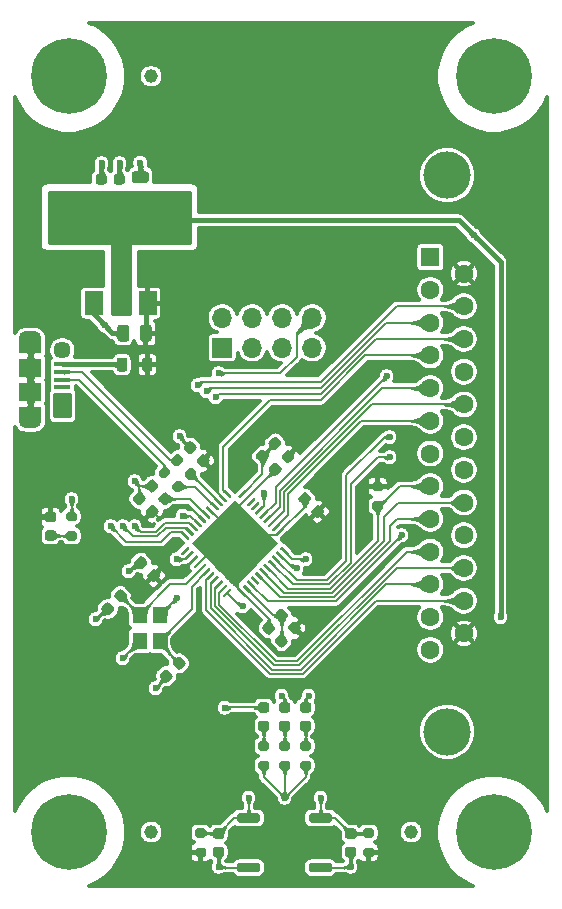
<source format=gbr>
%TF.GenerationSoftware,KiCad,Pcbnew,(5.1.8)-1*%
%TF.CreationDate,2021-01-06T18:40:03+10:00*%
%TF.ProjectId,OpenRetroPad,4f70656e-5265-4747-926f-5061642e6b69,rev?*%
%TF.SameCoordinates,Original*%
%TF.FileFunction,Copper,L1,Top*%
%TF.FilePolarity,Positive*%
%FSLAX46Y46*%
G04 Gerber Fmt 4.6, Leading zero omitted, Abs format (unit mm)*
G04 Created by KiCad (PCBNEW (5.1.8)-1) date 2021-01-06 18:40:03*
%MOMM*%
%LPD*%
G01*
G04 APERTURE LIST*
%TA.AperFunction,SMDPad,CuDef*%
%ADD10C,1.152000*%
%TD*%
%TA.AperFunction,SMDPad,CuDef*%
%ADD11R,1.900000X1.200000*%
%TD*%
%TA.AperFunction,ComponentPad*%
%ADD12O,1.900000X1.200000*%
%TD*%
%TA.AperFunction,SMDPad,CuDef*%
%ADD13R,1.900000X1.500000*%
%TD*%
%TA.AperFunction,ComponentPad*%
%ADD14C,1.450000*%
%TD*%
%TA.AperFunction,SMDPad,CuDef*%
%ADD15R,1.350000X0.400000*%
%TD*%
%TA.AperFunction,ComponentPad*%
%ADD16O,1.700000X1.700000*%
%TD*%
%TA.AperFunction,ComponentPad*%
%ADD17R,1.700000X1.700000*%
%TD*%
%TA.AperFunction,SMDPad,CuDef*%
%ADD18R,1.200000X1.400000*%
%TD*%
%TA.AperFunction,ComponentPad*%
%ADD19C,0.500000*%
%TD*%
%TA.AperFunction,SMDPad,CuDef*%
%ADD20C,0.100000*%
%TD*%
%TA.AperFunction,ComponentPad*%
%ADD21C,0.800000*%
%TD*%
%TA.AperFunction,ComponentPad*%
%ADD22C,6.400000*%
%TD*%
%TA.AperFunction,SMDPad,CuDef*%
%ADD23R,3.800000X2.000000*%
%TD*%
%TA.AperFunction,SMDPad,CuDef*%
%ADD24R,1.500000X2.000000*%
%TD*%
%TA.AperFunction,ComponentPad*%
%ADD25C,4.000000*%
%TD*%
%TA.AperFunction,ComponentPad*%
%ADD26C,1.600000*%
%TD*%
%TA.AperFunction,ComponentPad*%
%ADD27R,1.600000X1.600000*%
%TD*%
%TA.AperFunction,ViaPad*%
%ADD28C,0.600000*%
%TD*%
%TA.AperFunction,Conductor*%
%ADD29C,0.203200*%
%TD*%
%TA.AperFunction,Conductor*%
%ADD30C,0.406400*%
%TD*%
%TA.AperFunction,Conductor*%
%ADD31C,0.254000*%
%TD*%
%TA.AperFunction,Conductor*%
%ADD32C,0.100000*%
%TD*%
%TA.AperFunction,Conductor*%
%ADD33C,0.304800*%
%TD*%
%TA.AperFunction,Conductor*%
%ADD34C,0.025400*%
%TD*%
G04 APERTURE END LIST*
D10*
%TO.P,FID3,1*%
%TO.N,N/C*%
X140760000Y-126230000D03*
%TD*%
%TO.P,FID2,1*%
%TO.N,N/C*%
X118760000Y-126230000D03*
%TD*%
%TO.P,FID1,1*%
%TO.N,N/C*%
X118760000Y-62230000D03*
%TD*%
%TO.P,R9,2*%
%TO.N,GND*%
%TA.AperFunction,SMDPad,CuDef*%
G36*
G01*
X112289000Y-99905000D02*
X111739000Y-99905000D01*
G75*
G02*
X111539000Y-99705000I0J200000D01*
G01*
X111539000Y-99305000D01*
G75*
G02*
X111739000Y-99105000I200000J0D01*
G01*
X112289000Y-99105000D01*
G75*
G02*
X112489000Y-99305000I0J-200000D01*
G01*
X112489000Y-99705000D01*
G75*
G02*
X112289000Y-99905000I-200000J0D01*
G01*
G37*
%TD.AperFunction*%
%TO.P,R9,1*%
%TO.N,Net-(D4-Pad1)*%
%TA.AperFunction,SMDPad,CuDef*%
G36*
G01*
X112289000Y-101555000D02*
X111739000Y-101555000D01*
G75*
G02*
X111539000Y-101355000I0J200000D01*
G01*
X111539000Y-100955000D01*
G75*
G02*
X111739000Y-100755000I200000J0D01*
G01*
X112289000Y-100755000D01*
G75*
G02*
X112489000Y-100955000I0J-200000D01*
G01*
X112489000Y-101355000D01*
G75*
G02*
X112289000Y-101555000I-200000J0D01*
G01*
G37*
%TD.AperFunction*%
%TD*%
%TO.P,D4,2*%
%TO.N,+5V*%
%TA.AperFunction,SMDPad,CuDef*%
G36*
G01*
X110492250Y-99980000D02*
X109979750Y-99980000D01*
G75*
G02*
X109761000Y-99761250I0J218750D01*
G01*
X109761000Y-99323750D01*
G75*
G02*
X109979750Y-99105000I218750J0D01*
G01*
X110492250Y-99105000D01*
G75*
G02*
X110711000Y-99323750I0J-218750D01*
G01*
X110711000Y-99761250D01*
G75*
G02*
X110492250Y-99980000I-218750J0D01*
G01*
G37*
%TD.AperFunction*%
%TO.P,D4,1*%
%TO.N,Net-(D4-Pad1)*%
%TA.AperFunction,SMDPad,CuDef*%
G36*
G01*
X110492250Y-101555000D02*
X109979750Y-101555000D01*
G75*
G02*
X109761000Y-101336250I0J218750D01*
G01*
X109761000Y-100898750D01*
G75*
G02*
X109979750Y-100680000I218750J0D01*
G01*
X110492250Y-100680000D01*
G75*
G02*
X110711000Y-100898750I0J-218750D01*
G01*
X110711000Y-101336250D01*
G75*
G02*
X110492250Y-101555000I-218750J0D01*
G01*
G37*
%TD.AperFunction*%
%TD*%
%TO.P,R8,2*%
%TO.N,Net-(D3-Pad2)*%
%TA.AperFunction,SMDPad,CuDef*%
G36*
G01*
X130323000Y-119336000D02*
X129773000Y-119336000D01*
G75*
G02*
X129573000Y-119136000I0J200000D01*
G01*
X129573000Y-118736000D01*
G75*
G02*
X129773000Y-118536000I200000J0D01*
G01*
X130323000Y-118536000D01*
G75*
G02*
X130523000Y-118736000I0J-200000D01*
G01*
X130523000Y-119136000D01*
G75*
G02*
X130323000Y-119336000I-200000J0D01*
G01*
G37*
%TD.AperFunction*%
%TO.P,R8,1*%
%TO.N,GND*%
%TA.AperFunction,SMDPad,CuDef*%
G36*
G01*
X130323000Y-120986000D02*
X129773000Y-120986000D01*
G75*
G02*
X129573000Y-120786000I0J200000D01*
G01*
X129573000Y-120386000D01*
G75*
G02*
X129773000Y-120186000I200000J0D01*
G01*
X130323000Y-120186000D01*
G75*
G02*
X130523000Y-120386000I0J-200000D01*
G01*
X130523000Y-120786000D01*
G75*
G02*
X130323000Y-120986000I-200000J0D01*
G01*
G37*
%TD.AperFunction*%
%TD*%
%TO.P,R7,2*%
%TO.N,Net-(D2-Pad2)*%
%TA.AperFunction,SMDPad,CuDef*%
G36*
G01*
X128545000Y-119336000D02*
X127995000Y-119336000D01*
G75*
G02*
X127795000Y-119136000I0J200000D01*
G01*
X127795000Y-118736000D01*
G75*
G02*
X127995000Y-118536000I200000J0D01*
G01*
X128545000Y-118536000D01*
G75*
G02*
X128745000Y-118736000I0J-200000D01*
G01*
X128745000Y-119136000D01*
G75*
G02*
X128545000Y-119336000I-200000J0D01*
G01*
G37*
%TD.AperFunction*%
%TO.P,R7,1*%
%TO.N,GND*%
%TA.AperFunction,SMDPad,CuDef*%
G36*
G01*
X128545000Y-120986000D02*
X127995000Y-120986000D01*
G75*
G02*
X127795000Y-120786000I0J200000D01*
G01*
X127795000Y-120386000D01*
G75*
G02*
X127995000Y-120186000I200000J0D01*
G01*
X128545000Y-120186000D01*
G75*
G02*
X128745000Y-120386000I0J-200000D01*
G01*
X128745000Y-120786000D01*
G75*
G02*
X128545000Y-120986000I-200000J0D01*
G01*
G37*
%TD.AperFunction*%
%TD*%
%TO.P,D3,2*%
%TO.N,Net-(D3-Pad2)*%
%TA.AperFunction,SMDPad,CuDef*%
G36*
G01*
X129791750Y-116809000D02*
X130304250Y-116809000D01*
G75*
G02*
X130523000Y-117027750I0J-218750D01*
G01*
X130523000Y-117465250D01*
G75*
G02*
X130304250Y-117684000I-218750J0D01*
G01*
X129791750Y-117684000D01*
G75*
G02*
X129573000Y-117465250I0J218750D01*
G01*
X129573000Y-117027750D01*
G75*
G02*
X129791750Y-116809000I218750J0D01*
G01*
G37*
%TD.AperFunction*%
%TO.P,D3,1*%
%TO.N,PD5*%
%TA.AperFunction,SMDPad,CuDef*%
G36*
G01*
X129791750Y-115234000D02*
X130304250Y-115234000D01*
G75*
G02*
X130523000Y-115452750I0J-218750D01*
G01*
X130523000Y-115890250D01*
G75*
G02*
X130304250Y-116109000I-218750J0D01*
G01*
X129791750Y-116109000D01*
G75*
G02*
X129573000Y-115890250I0J218750D01*
G01*
X129573000Y-115452750D01*
G75*
G02*
X129791750Y-115234000I218750J0D01*
G01*
G37*
%TD.AperFunction*%
%TD*%
%TO.P,D2,2*%
%TO.N,Net-(D2-Pad2)*%
%TA.AperFunction,SMDPad,CuDef*%
G36*
G01*
X128013750Y-116809000D02*
X128526250Y-116809000D01*
G75*
G02*
X128745000Y-117027750I0J-218750D01*
G01*
X128745000Y-117465250D01*
G75*
G02*
X128526250Y-117684000I-218750J0D01*
G01*
X128013750Y-117684000D01*
G75*
G02*
X127795000Y-117465250I0J218750D01*
G01*
X127795000Y-117027750D01*
G75*
G02*
X128013750Y-116809000I218750J0D01*
G01*
G37*
%TD.AperFunction*%
%TO.P,D2,1*%
%TO.N,PB0*%
%TA.AperFunction,SMDPad,CuDef*%
G36*
G01*
X128013750Y-115234000D02*
X128526250Y-115234000D01*
G75*
G02*
X128745000Y-115452750I0J-218750D01*
G01*
X128745000Y-115890250D01*
G75*
G02*
X128526250Y-116109000I-218750J0D01*
G01*
X128013750Y-116109000D01*
G75*
G02*
X127795000Y-115890250I0J218750D01*
G01*
X127795000Y-115452750D01*
G75*
G02*
X128013750Y-115234000I218750J0D01*
G01*
G37*
%TD.AperFunction*%
%TD*%
%TO.P,SW1,1*%
%TO.N,PE2*%
%TA.AperFunction,SMDPad,CuDef*%
G36*
G01*
X132296000Y-124627000D02*
X133896000Y-124627000D01*
G75*
G02*
X134096000Y-124827000I0J-200000D01*
G01*
X134096000Y-125227000D01*
G75*
G02*
X133896000Y-125427000I-200000J0D01*
G01*
X132296000Y-125427000D01*
G75*
G02*
X132096000Y-125227000I0J200000D01*
G01*
X132096000Y-124827000D01*
G75*
G02*
X132296000Y-124627000I200000J0D01*
G01*
G37*
%TD.AperFunction*%
%TO.P,SW1,2*%
%TO.N,GND*%
%TA.AperFunction,SMDPad,CuDef*%
G36*
G01*
X132296000Y-128827000D02*
X133896000Y-128827000D01*
G75*
G02*
X134096000Y-129027000I0J-200000D01*
G01*
X134096000Y-129427000D01*
G75*
G02*
X133896000Y-129627000I-200000J0D01*
G01*
X132296000Y-129627000D01*
G75*
G02*
X132096000Y-129427000I0J200000D01*
G01*
X132096000Y-129027000D01*
G75*
G02*
X132296000Y-128827000I200000J0D01*
G01*
G37*
%TD.AperFunction*%
%TD*%
%TO.P,SW2,1*%
%TO.N,RESET*%
%TA.AperFunction,SMDPad,CuDef*%
G36*
G01*
X126200000Y-124627000D02*
X127800000Y-124627000D01*
G75*
G02*
X128000000Y-124827000I0J-200000D01*
G01*
X128000000Y-125227000D01*
G75*
G02*
X127800000Y-125427000I-200000J0D01*
G01*
X126200000Y-125427000D01*
G75*
G02*
X126000000Y-125227000I0J200000D01*
G01*
X126000000Y-124827000D01*
G75*
G02*
X126200000Y-124627000I200000J0D01*
G01*
G37*
%TD.AperFunction*%
%TO.P,SW2,2*%
%TO.N,GND*%
%TA.AperFunction,SMDPad,CuDef*%
G36*
G01*
X126200000Y-128827000D02*
X127800000Y-128827000D01*
G75*
G02*
X128000000Y-129027000I0J-200000D01*
G01*
X128000000Y-129427000D01*
G75*
G02*
X127800000Y-129627000I-200000J0D01*
G01*
X126200000Y-129627000D01*
G75*
G02*
X126000000Y-129427000I0J200000D01*
G01*
X126000000Y-129027000D01*
G75*
G02*
X126200000Y-128827000I200000J0D01*
G01*
G37*
%TD.AperFunction*%
%TD*%
D11*
%TO.P,J1,6*%
%TO.N,GND*%
X108522500Y-85030000D03*
X108522500Y-90830000D03*
D12*
X108522500Y-91430000D03*
X108522500Y-84430000D03*
D13*
X108522500Y-86930000D03*
D14*
X111222500Y-90430000D03*
D15*
%TO.P,J1,3*%
%TO.N,D+*%
X111222500Y-87930000D03*
%TO.P,J1,4*%
%TO.N,Net-(J1-Pad4)*%
X111222500Y-88580000D03*
%TO.P,J1,5*%
%TO.N,GND*%
X111222500Y-89230000D03*
%TO.P,J1,1*%
%TO.N,Net-(FB1-Pad2)*%
X111222500Y-86630000D03*
%TO.P,J1,2*%
%TO.N,D-*%
X111222500Y-87280000D03*
D14*
%TO.P,J1,6*%
%TO.N,GND*%
X111222500Y-85430000D03*
D13*
X108522500Y-88930000D03*
%TD*%
D16*
%TO.P,J2,8*%
%TO.N,PF1*%
X132380000Y-82690000D03*
%TO.P,J2,6*%
%TO.N,PB2*%
X129840000Y-82690000D03*
%TO.P,J2,4*%
%TO.N,PB4*%
X127300000Y-82690000D03*
%TO.P,J2,2*%
%TO.N,+3V3*%
X124760000Y-82690000D03*
%TO.P,J2,7*%
%TO.N,PB3*%
X132380000Y-85230000D03*
%TO.P,J2,5*%
%TO.N,PB1*%
X129840000Y-85230000D03*
%TO.P,J2,3*%
%TO.N,PB5*%
X127300000Y-85230000D03*
D17*
%TO.P,J2,1*%
%TO.N,GND*%
X124760000Y-85230000D03*
%TD*%
D18*
%TO.P,Y1,4*%
%TO.N,GND*%
X117768000Y-110066000D03*
%TO.P,Y1,3*%
%TO.N,XTAL2*%
X117768000Y-107866000D03*
%TO.P,Y1,2*%
%TO.N,GND*%
X119468000Y-107866000D03*
%TO.P,Y1,1*%
%TO.N,XTAL1*%
X119468000Y-110066000D03*
%TD*%
%TO.P,R6,2*%
%TO.N,+5V*%
%TA.AperFunction,SMDPad,CuDef*%
G36*
G01*
X138197000Y-97365000D02*
X137647000Y-97365000D01*
G75*
G02*
X137447000Y-97165000I0J200000D01*
G01*
X137447000Y-96765000D01*
G75*
G02*
X137647000Y-96565000I200000J0D01*
G01*
X138197000Y-96565000D01*
G75*
G02*
X138397000Y-96765000I0J-200000D01*
G01*
X138397000Y-97165000D01*
G75*
G02*
X138197000Y-97365000I-200000J0D01*
G01*
G37*
%TD.AperFunction*%
%TO.P,R6,1*%
%TO.N,PB5*%
%TA.AperFunction,SMDPad,CuDef*%
G36*
G01*
X138197000Y-99015000D02*
X137647000Y-99015000D01*
G75*
G02*
X137447000Y-98815000I0J200000D01*
G01*
X137447000Y-98415000D01*
G75*
G02*
X137647000Y-98215000I200000J0D01*
G01*
X138197000Y-98215000D01*
G75*
G02*
X138397000Y-98415000I0J-200000D01*
G01*
X138397000Y-98815000D01*
G75*
G02*
X138197000Y-99015000I-200000J0D01*
G01*
G37*
%TD.AperFunction*%
%TD*%
D19*
%TO.P,U2,45*%
%TO.N,GND*%
X125832454Y-105063713D03*
X125010442Y-104241701D03*
X124188431Y-103419689D03*
X123366419Y-102597678D03*
X122544407Y-101775666D03*
X126654466Y-104241701D03*
X125832454Y-103419689D03*
X125010442Y-102597678D03*
X124188431Y-101775666D03*
X123366419Y-100953654D03*
X127476477Y-103419689D03*
X126654466Y-102597678D03*
X125832454Y-101775666D03*
X125010442Y-100953654D03*
X124188431Y-100131643D03*
X128298489Y-102597678D03*
X127476477Y-101775666D03*
X126654466Y-100953654D03*
X125832454Y-100131643D03*
X125010442Y-99309631D03*
X129120501Y-101775666D03*
X128298489Y-100953654D03*
X127476477Y-100131643D03*
X126654466Y-99309631D03*
X125832454Y-98487619D03*
%TA.AperFunction,SMDPad,CuDef*%
D20*
G36*
X122190854Y-101775666D02*
G01*
X125832454Y-98134066D01*
X129474054Y-101775666D01*
X125832454Y-105417266D01*
X122190854Y-101775666D01*
G37*
%TD.AperFunction*%
%TO.P,U2,44*%
%TO.N,Net-(C10-Pad2)*%
%TA.AperFunction,SMDPad,CuDef*%
G36*
G01*
X126141814Y-97753996D02*
X126672144Y-97223666D01*
G75*
G02*
X126760532Y-97223666I44194J-44194D01*
G01*
X126848920Y-97312054D01*
G75*
G02*
X126848920Y-97400442I-44194J-44194D01*
G01*
X126318590Y-97930772D01*
G75*
G02*
X126230202Y-97930772I-44194J44194D01*
G01*
X126141814Y-97842384D01*
G75*
G02*
X126141814Y-97753996I44194J44194D01*
G01*
G37*
%TD.AperFunction*%
%TO.P,U2,43*%
%TO.N,GND*%
%TA.AperFunction,SMDPad,CuDef*%
G36*
G01*
X126495367Y-98107550D02*
X127025697Y-97577220D01*
G75*
G02*
X127114085Y-97577220I44194J-44194D01*
G01*
X127202473Y-97665608D01*
G75*
G02*
X127202473Y-97753996I-44194J-44194D01*
G01*
X126672143Y-98284326D01*
G75*
G02*
X126583755Y-98284326I-44194J44194D01*
G01*
X126495367Y-98195938D01*
G75*
G02*
X126495367Y-98107550I44194J44194D01*
G01*
G37*
%TD.AperFunction*%
%TO.P,U2,42*%
%TO.N,Net-(U2-Pad42)*%
%TA.AperFunction,SMDPad,CuDef*%
G36*
G01*
X126848920Y-98461103D02*
X127379250Y-97930773D01*
G75*
G02*
X127467638Y-97930773I44194J-44194D01*
G01*
X127556026Y-98019161D01*
G75*
G02*
X127556026Y-98107549I-44194J-44194D01*
G01*
X127025696Y-98637879D01*
G75*
G02*
X126937308Y-98637879I-44194J44194D01*
G01*
X126848920Y-98549491D01*
G75*
G02*
X126848920Y-98461103I44194J44194D01*
G01*
G37*
%TD.AperFunction*%
%TO.P,U2,41*%
%TO.N,Net-(U2-Pad41)*%
%TA.AperFunction,SMDPad,CuDef*%
G36*
G01*
X127202474Y-98814657D02*
X127732804Y-98284327D01*
G75*
G02*
X127821192Y-98284327I44194J-44194D01*
G01*
X127909580Y-98372715D01*
G75*
G02*
X127909580Y-98461103I-44194J-44194D01*
G01*
X127379250Y-98991433D01*
G75*
G02*
X127290862Y-98991433I-44194J44194D01*
G01*
X127202474Y-98903045D01*
G75*
G02*
X127202474Y-98814657I44194J44194D01*
G01*
G37*
%TD.AperFunction*%
%TO.P,U2,40*%
%TO.N,PF1*%
%TA.AperFunction,SMDPad,CuDef*%
G36*
G01*
X127556027Y-99168210D02*
X128086357Y-98637880D01*
G75*
G02*
X128174745Y-98637880I44194J-44194D01*
G01*
X128263133Y-98726268D01*
G75*
G02*
X128263133Y-98814656I-44194J-44194D01*
G01*
X127732803Y-99344986D01*
G75*
G02*
X127644415Y-99344986I-44194J44194D01*
G01*
X127556027Y-99256598D01*
G75*
G02*
X127556027Y-99168210I44194J44194D01*
G01*
G37*
%TD.AperFunction*%
%TO.P,U2,39*%
%TO.N,PF4*%
%TA.AperFunction,SMDPad,CuDef*%
G36*
G01*
X127909581Y-99521763D02*
X128439911Y-98991433D01*
G75*
G02*
X128528299Y-98991433I44194J-44194D01*
G01*
X128616687Y-99079821D01*
G75*
G02*
X128616687Y-99168209I-44194J-44194D01*
G01*
X128086357Y-99698539D01*
G75*
G02*
X127997969Y-99698539I-44194J44194D01*
G01*
X127909581Y-99610151D01*
G75*
G02*
X127909581Y-99521763I44194J44194D01*
G01*
G37*
%TD.AperFunction*%
%TO.P,U2,38*%
%TO.N,PF5*%
%TA.AperFunction,SMDPad,CuDef*%
G36*
G01*
X128263134Y-99875317D02*
X128793464Y-99344987D01*
G75*
G02*
X128881852Y-99344987I44194J-44194D01*
G01*
X128970240Y-99433375D01*
G75*
G02*
X128970240Y-99521763I-44194J-44194D01*
G01*
X128439910Y-100052093D01*
G75*
G02*
X128351522Y-100052093I-44194J44194D01*
G01*
X128263134Y-99963705D01*
G75*
G02*
X128263134Y-99875317I44194J44194D01*
G01*
G37*
%TD.AperFunction*%
%TO.P,U2,37*%
%TO.N,PF6*%
%TA.AperFunction,SMDPad,CuDef*%
G36*
G01*
X128616687Y-100228870D02*
X129147017Y-99698540D01*
G75*
G02*
X129235405Y-99698540I44194J-44194D01*
G01*
X129323793Y-99786928D01*
G75*
G02*
X129323793Y-99875316I-44194J-44194D01*
G01*
X128793463Y-100405646D01*
G75*
G02*
X128705075Y-100405646I-44194J44194D01*
G01*
X128616687Y-100317258D01*
G75*
G02*
X128616687Y-100228870I44194J44194D01*
G01*
G37*
%TD.AperFunction*%
%TO.P,U2,36*%
%TO.N,PF7*%
%TA.AperFunction,SMDPad,CuDef*%
G36*
G01*
X128970241Y-100582424D02*
X129500571Y-100052094D01*
G75*
G02*
X129588959Y-100052094I44194J-44194D01*
G01*
X129677347Y-100140482D01*
G75*
G02*
X129677347Y-100228870I-44194J-44194D01*
G01*
X129147017Y-100759200D01*
G75*
G02*
X129058629Y-100759200I-44194J44194D01*
G01*
X128970241Y-100670812D01*
G75*
G02*
X128970241Y-100582424I44194J44194D01*
G01*
G37*
%TD.AperFunction*%
%TO.P,U2,35*%
%TO.N,GND*%
%TA.AperFunction,SMDPad,CuDef*%
G36*
G01*
X129323794Y-100935977D02*
X129854124Y-100405647D01*
G75*
G02*
X129942512Y-100405647I44194J-44194D01*
G01*
X130030900Y-100494035D01*
G75*
G02*
X130030900Y-100582423I-44194J-44194D01*
G01*
X129500570Y-101112753D01*
G75*
G02*
X129412182Y-101112753I-44194J44194D01*
G01*
X129323794Y-101024365D01*
G75*
G02*
X129323794Y-100935977I44194J44194D01*
G01*
G37*
%TD.AperFunction*%
%TO.P,U2,34*%
%TO.N,+5V*%
%TA.AperFunction,SMDPad,CuDef*%
G36*
G01*
X129677348Y-101289530D02*
X130207678Y-100759200D01*
G75*
G02*
X130296066Y-100759200I44194J-44194D01*
G01*
X130384454Y-100847588D01*
G75*
G02*
X130384454Y-100935976I-44194J-44194D01*
G01*
X129854124Y-101466306D01*
G75*
G02*
X129765736Y-101466306I-44194J44194D01*
G01*
X129677348Y-101377918D01*
G75*
G02*
X129677348Y-101289530I44194J44194D01*
G01*
G37*
%TD.AperFunction*%
%TO.P,U2,33*%
%TO.N,PE2*%
%TA.AperFunction,SMDPad,CuDef*%
G36*
G01*
X129677348Y-102173414D02*
X129765736Y-102085026D01*
G75*
G02*
X129854124Y-102085026I44194J-44194D01*
G01*
X130384454Y-102615356D01*
G75*
G02*
X130384454Y-102703744I-44194J-44194D01*
G01*
X130296066Y-102792132D01*
G75*
G02*
X130207678Y-102792132I-44194J44194D01*
G01*
X129677348Y-102261802D01*
G75*
G02*
X129677348Y-102173414I44194J44194D01*
G01*
G37*
%TD.AperFunction*%
%TO.P,U2,32*%
%TO.N,PC7*%
%TA.AperFunction,SMDPad,CuDef*%
G36*
G01*
X129323794Y-102526967D02*
X129412182Y-102438579D01*
G75*
G02*
X129500570Y-102438579I44194J-44194D01*
G01*
X130030900Y-102968909D01*
G75*
G02*
X130030900Y-103057297I-44194J-44194D01*
G01*
X129942512Y-103145685D01*
G75*
G02*
X129854124Y-103145685I-44194J44194D01*
G01*
X129323794Y-102615355D01*
G75*
G02*
X129323794Y-102526967I44194J44194D01*
G01*
G37*
%TD.AperFunction*%
%TO.P,U2,31*%
%TO.N,PC6*%
%TA.AperFunction,SMDPad,CuDef*%
G36*
G01*
X128970241Y-102880520D02*
X129058629Y-102792132D01*
G75*
G02*
X129147017Y-102792132I44194J-44194D01*
G01*
X129677347Y-103322462D01*
G75*
G02*
X129677347Y-103410850I-44194J-44194D01*
G01*
X129588959Y-103499238D01*
G75*
G02*
X129500571Y-103499238I-44194J44194D01*
G01*
X128970241Y-102968908D01*
G75*
G02*
X128970241Y-102880520I44194J44194D01*
G01*
G37*
%TD.AperFunction*%
%TO.P,U2,30*%
%TO.N,PB6*%
%TA.AperFunction,SMDPad,CuDef*%
G36*
G01*
X128616687Y-103234074D02*
X128705075Y-103145686D01*
G75*
G02*
X128793463Y-103145686I44194J-44194D01*
G01*
X129323793Y-103676016D01*
G75*
G02*
X129323793Y-103764404I-44194J-44194D01*
G01*
X129235405Y-103852792D01*
G75*
G02*
X129147017Y-103852792I-44194J44194D01*
G01*
X128616687Y-103322462D01*
G75*
G02*
X128616687Y-103234074I44194J44194D01*
G01*
G37*
%TD.AperFunction*%
%TO.P,U2,29*%
%TO.N,PB5*%
%TA.AperFunction,SMDPad,CuDef*%
G36*
G01*
X128263134Y-103587627D02*
X128351522Y-103499239D01*
G75*
G02*
X128439910Y-103499239I44194J-44194D01*
G01*
X128970240Y-104029569D01*
G75*
G02*
X128970240Y-104117957I-44194J-44194D01*
G01*
X128881852Y-104206345D01*
G75*
G02*
X128793464Y-104206345I-44194J44194D01*
G01*
X128263134Y-103676015D01*
G75*
G02*
X128263134Y-103587627I44194J44194D01*
G01*
G37*
%TD.AperFunction*%
%TO.P,U2,28*%
%TO.N,PB4*%
%TA.AperFunction,SMDPad,CuDef*%
G36*
G01*
X127909581Y-103941181D02*
X127997969Y-103852793D01*
G75*
G02*
X128086357Y-103852793I44194J-44194D01*
G01*
X128616687Y-104383123D01*
G75*
G02*
X128616687Y-104471511I-44194J-44194D01*
G01*
X128528299Y-104559899D01*
G75*
G02*
X128439911Y-104559899I-44194J44194D01*
G01*
X127909581Y-104029569D01*
G75*
G02*
X127909581Y-103941181I44194J44194D01*
G01*
G37*
%TD.AperFunction*%
%TO.P,U2,27*%
%TO.N,PD7*%
%TA.AperFunction,SMDPad,CuDef*%
G36*
G01*
X127556027Y-104294734D02*
X127644415Y-104206346D01*
G75*
G02*
X127732803Y-104206346I44194J-44194D01*
G01*
X128263133Y-104736676D01*
G75*
G02*
X128263133Y-104825064I-44194J-44194D01*
G01*
X128174745Y-104913452D01*
G75*
G02*
X128086357Y-104913452I-44194J44194D01*
G01*
X127556027Y-104383122D01*
G75*
G02*
X127556027Y-104294734I44194J44194D01*
G01*
G37*
%TD.AperFunction*%
%TO.P,U2,26*%
%TO.N,Net-(U2-Pad26)*%
%TA.AperFunction,SMDPad,CuDef*%
G36*
G01*
X127202474Y-104648287D02*
X127290862Y-104559899D01*
G75*
G02*
X127379250Y-104559899I44194J-44194D01*
G01*
X127909580Y-105090229D01*
G75*
G02*
X127909580Y-105178617I-44194J-44194D01*
G01*
X127821192Y-105267005D01*
G75*
G02*
X127732804Y-105267005I-44194J44194D01*
G01*
X127202474Y-104736675D01*
G75*
G02*
X127202474Y-104648287I44194J44194D01*
G01*
G37*
%TD.AperFunction*%
%TO.P,U2,25*%
%TO.N,PD4*%
%TA.AperFunction,SMDPad,CuDef*%
G36*
G01*
X126848920Y-105001841D02*
X126937308Y-104913453D01*
G75*
G02*
X127025696Y-104913453I44194J-44194D01*
G01*
X127556026Y-105443783D01*
G75*
G02*
X127556026Y-105532171I-44194J-44194D01*
G01*
X127467638Y-105620559D01*
G75*
G02*
X127379250Y-105620559I-44194J44194D01*
G01*
X126848920Y-105090229D01*
G75*
G02*
X126848920Y-105001841I44194J44194D01*
G01*
G37*
%TD.AperFunction*%
%TO.P,U2,24*%
%TO.N,Net-(C13-Pad2)*%
%TA.AperFunction,SMDPad,CuDef*%
G36*
G01*
X126495367Y-105355394D02*
X126583755Y-105267006D01*
G75*
G02*
X126672143Y-105267006I44194J-44194D01*
G01*
X127202473Y-105797336D01*
G75*
G02*
X127202473Y-105885724I-44194J-44194D01*
G01*
X127114085Y-105974112D01*
G75*
G02*
X127025697Y-105974112I-44194J44194D01*
G01*
X126495367Y-105443782D01*
G75*
G02*
X126495367Y-105355394I44194J44194D01*
G01*
G37*
%TD.AperFunction*%
%TO.P,U2,23*%
%TO.N,GND*%
%TA.AperFunction,SMDPad,CuDef*%
G36*
G01*
X126141814Y-105708948D02*
X126230202Y-105620560D01*
G75*
G02*
X126318590Y-105620560I44194J-44194D01*
G01*
X126848920Y-106150890D01*
G75*
G02*
X126848920Y-106239278I-44194J-44194D01*
G01*
X126760532Y-106327666D01*
G75*
G02*
X126672144Y-106327666I-44194J44194D01*
G01*
X126141814Y-105797336D01*
G75*
G02*
X126141814Y-105708948I44194J44194D01*
G01*
G37*
%TD.AperFunction*%
%TO.P,U2,22*%
%TO.N,PD5*%
%TA.AperFunction,SMDPad,CuDef*%
G36*
G01*
X124815988Y-106150890D02*
X125346318Y-105620560D01*
G75*
G02*
X125434706Y-105620560I44194J-44194D01*
G01*
X125523094Y-105708948D01*
G75*
G02*
X125523094Y-105797336I-44194J-44194D01*
G01*
X124992764Y-106327666D01*
G75*
G02*
X124904376Y-106327666I-44194J44194D01*
G01*
X124815988Y-106239278D01*
G75*
G02*
X124815988Y-106150890I44194J44194D01*
G01*
G37*
%TD.AperFunction*%
%TO.P,U2,21*%
%TO.N,PD3*%
%TA.AperFunction,SMDPad,CuDef*%
G36*
G01*
X124462435Y-105797336D02*
X124992765Y-105267006D01*
G75*
G02*
X125081153Y-105267006I44194J-44194D01*
G01*
X125169541Y-105355394D01*
G75*
G02*
X125169541Y-105443782I-44194J-44194D01*
G01*
X124639211Y-105974112D01*
G75*
G02*
X124550823Y-105974112I-44194J44194D01*
G01*
X124462435Y-105885724D01*
G75*
G02*
X124462435Y-105797336I44194J44194D01*
G01*
G37*
%TD.AperFunction*%
%TO.P,U2,20*%
%TO.N,PD2*%
%TA.AperFunction,SMDPad,CuDef*%
G36*
G01*
X124108882Y-105443783D02*
X124639212Y-104913453D01*
G75*
G02*
X124727600Y-104913453I44194J-44194D01*
G01*
X124815988Y-105001841D01*
G75*
G02*
X124815988Y-105090229I-44194J-44194D01*
G01*
X124285658Y-105620559D01*
G75*
G02*
X124197270Y-105620559I-44194J44194D01*
G01*
X124108882Y-105532171D01*
G75*
G02*
X124108882Y-105443783I44194J44194D01*
G01*
G37*
%TD.AperFunction*%
%TO.P,U2,19*%
%TO.N,PD1*%
%TA.AperFunction,SMDPad,CuDef*%
G36*
G01*
X123755328Y-105090229D02*
X124285658Y-104559899D01*
G75*
G02*
X124374046Y-104559899I44194J-44194D01*
G01*
X124462434Y-104648287D01*
G75*
G02*
X124462434Y-104736675I-44194J-44194D01*
G01*
X123932104Y-105267005D01*
G75*
G02*
X123843716Y-105267005I-44194J44194D01*
G01*
X123755328Y-105178617D01*
G75*
G02*
X123755328Y-105090229I44194J44194D01*
G01*
G37*
%TD.AperFunction*%
%TO.P,U2,18*%
%TO.N,PD0*%
%TA.AperFunction,SMDPad,CuDef*%
G36*
G01*
X123401775Y-104736676D02*
X123932105Y-104206346D01*
G75*
G02*
X124020493Y-104206346I44194J-44194D01*
G01*
X124108881Y-104294734D01*
G75*
G02*
X124108881Y-104383122I-44194J-44194D01*
G01*
X123578551Y-104913452D01*
G75*
G02*
X123490163Y-104913452I-44194J44194D01*
G01*
X123401775Y-104825064D01*
G75*
G02*
X123401775Y-104736676I44194J44194D01*
G01*
G37*
%TD.AperFunction*%
%TO.P,U2,17*%
%TO.N,XTAL1*%
%TA.AperFunction,SMDPad,CuDef*%
G36*
G01*
X123048221Y-104383123D02*
X123578551Y-103852793D01*
G75*
G02*
X123666939Y-103852793I44194J-44194D01*
G01*
X123755327Y-103941181D01*
G75*
G02*
X123755327Y-104029569I-44194J-44194D01*
G01*
X123224997Y-104559899D01*
G75*
G02*
X123136609Y-104559899I-44194J44194D01*
G01*
X123048221Y-104471511D01*
G75*
G02*
X123048221Y-104383123I44194J44194D01*
G01*
G37*
%TD.AperFunction*%
%TO.P,U2,16*%
%TO.N,XTAL2*%
%TA.AperFunction,SMDPad,CuDef*%
G36*
G01*
X122694668Y-104029569D02*
X123224998Y-103499239D01*
G75*
G02*
X123313386Y-103499239I44194J-44194D01*
G01*
X123401774Y-103587627D01*
G75*
G02*
X123401774Y-103676015I-44194J-44194D01*
G01*
X122871444Y-104206345D01*
G75*
G02*
X122783056Y-104206345I-44194J44194D01*
G01*
X122694668Y-104117957D01*
G75*
G02*
X122694668Y-104029569I44194J44194D01*
G01*
G37*
%TD.AperFunction*%
%TO.P,U2,15*%
%TO.N,GND*%
%TA.AperFunction,SMDPad,CuDef*%
G36*
G01*
X122341115Y-103676016D02*
X122871445Y-103145686D01*
G75*
G02*
X122959833Y-103145686I44194J-44194D01*
G01*
X123048221Y-103234074D01*
G75*
G02*
X123048221Y-103322462I-44194J-44194D01*
G01*
X122517891Y-103852792D01*
G75*
G02*
X122429503Y-103852792I-44194J44194D01*
G01*
X122341115Y-103764404D01*
G75*
G02*
X122341115Y-103676016I44194J44194D01*
G01*
G37*
%TD.AperFunction*%
%TO.P,U2,14*%
%TO.N,+5V*%
%TA.AperFunction,SMDPad,CuDef*%
G36*
G01*
X121987561Y-103322462D02*
X122517891Y-102792132D01*
G75*
G02*
X122606279Y-102792132I44194J-44194D01*
G01*
X122694667Y-102880520D01*
G75*
G02*
X122694667Y-102968908I-44194J-44194D01*
G01*
X122164337Y-103499238D01*
G75*
G02*
X122075949Y-103499238I-44194J44194D01*
G01*
X121987561Y-103410850D01*
G75*
G02*
X121987561Y-103322462I44194J44194D01*
G01*
G37*
%TD.AperFunction*%
%TO.P,U2,13*%
%TO.N,RESET*%
%TA.AperFunction,SMDPad,CuDef*%
G36*
G01*
X121634008Y-102968909D02*
X122164338Y-102438579D01*
G75*
G02*
X122252726Y-102438579I44194J-44194D01*
G01*
X122341114Y-102526967D01*
G75*
G02*
X122341114Y-102615355I-44194J-44194D01*
G01*
X121810784Y-103145685D01*
G75*
G02*
X121722396Y-103145685I-44194J44194D01*
G01*
X121634008Y-103057297D01*
G75*
G02*
X121634008Y-102968909I44194J44194D01*
G01*
G37*
%TD.AperFunction*%
%TO.P,U2,12*%
%TO.N,Net-(U2-Pad12)*%
%TA.AperFunction,SMDPad,CuDef*%
G36*
G01*
X121280454Y-102615356D02*
X121810784Y-102085026D01*
G75*
G02*
X121899172Y-102085026I44194J-44194D01*
G01*
X121987560Y-102173414D01*
G75*
G02*
X121987560Y-102261802I-44194J-44194D01*
G01*
X121457230Y-102792132D01*
G75*
G02*
X121368842Y-102792132I-44194J44194D01*
G01*
X121280454Y-102703744D01*
G75*
G02*
X121280454Y-102615356I44194J44194D01*
G01*
G37*
%TD.AperFunction*%
%TO.P,U2,11*%
%TO.N,PB3*%
%TA.AperFunction,SMDPad,CuDef*%
G36*
G01*
X121280454Y-100847588D02*
X121368842Y-100759200D01*
G75*
G02*
X121457230Y-100759200I44194J-44194D01*
G01*
X121987560Y-101289530D01*
G75*
G02*
X121987560Y-101377918I-44194J-44194D01*
G01*
X121899172Y-101466306D01*
G75*
G02*
X121810784Y-101466306I-44194J44194D01*
G01*
X121280454Y-100935976D01*
G75*
G02*
X121280454Y-100847588I44194J44194D01*
G01*
G37*
%TD.AperFunction*%
%TO.P,U2,10*%
%TO.N,PB2*%
%TA.AperFunction,SMDPad,CuDef*%
G36*
G01*
X121634008Y-100494035D02*
X121722396Y-100405647D01*
G75*
G02*
X121810784Y-100405647I44194J-44194D01*
G01*
X122341114Y-100935977D01*
G75*
G02*
X122341114Y-101024365I-44194J-44194D01*
G01*
X122252726Y-101112753D01*
G75*
G02*
X122164338Y-101112753I-44194J44194D01*
G01*
X121634008Y-100582423D01*
G75*
G02*
X121634008Y-100494035I44194J44194D01*
G01*
G37*
%TD.AperFunction*%
%TO.P,U2,9*%
%TO.N,PB1*%
%TA.AperFunction,SMDPad,CuDef*%
G36*
G01*
X121987561Y-100140482D02*
X122075949Y-100052094D01*
G75*
G02*
X122164337Y-100052094I44194J-44194D01*
G01*
X122694667Y-100582424D01*
G75*
G02*
X122694667Y-100670812I-44194J-44194D01*
G01*
X122606279Y-100759200D01*
G75*
G02*
X122517891Y-100759200I-44194J44194D01*
G01*
X121987561Y-100228870D01*
G75*
G02*
X121987561Y-100140482I44194J44194D01*
G01*
G37*
%TD.AperFunction*%
%TO.P,U2,8*%
%TO.N,PB0*%
%TA.AperFunction,SMDPad,CuDef*%
G36*
G01*
X122341115Y-99786928D02*
X122429503Y-99698540D01*
G75*
G02*
X122517891Y-99698540I44194J-44194D01*
G01*
X123048221Y-100228870D01*
G75*
G02*
X123048221Y-100317258I-44194J-44194D01*
G01*
X122959833Y-100405646D01*
G75*
G02*
X122871445Y-100405646I-44194J44194D01*
G01*
X122341115Y-99875316D01*
G75*
G02*
X122341115Y-99786928I44194J44194D01*
G01*
G37*
%TD.AperFunction*%
%TO.P,U2,7*%
%TO.N,+5V*%
%TA.AperFunction,SMDPad,CuDef*%
G36*
G01*
X122694668Y-99433375D02*
X122783056Y-99344987D01*
G75*
G02*
X122871444Y-99344987I44194J-44194D01*
G01*
X123401774Y-99875317D01*
G75*
G02*
X123401774Y-99963705I-44194J-44194D01*
G01*
X123313386Y-100052093D01*
G75*
G02*
X123224998Y-100052093I-44194J44194D01*
G01*
X122694668Y-99521763D01*
G75*
G02*
X122694668Y-99433375I44194J44194D01*
G01*
G37*
%TD.AperFunction*%
%TO.P,U2,6*%
%TO.N,Net-(C8-Pad2)*%
%TA.AperFunction,SMDPad,CuDef*%
G36*
G01*
X123048221Y-99079821D02*
X123136609Y-98991433D01*
G75*
G02*
X123224997Y-98991433I44194J-44194D01*
G01*
X123755327Y-99521763D01*
G75*
G02*
X123755327Y-99610151I-44194J-44194D01*
G01*
X123666939Y-99698539D01*
G75*
G02*
X123578551Y-99698539I-44194J44194D01*
G01*
X123048221Y-99168209D01*
G75*
G02*
X123048221Y-99079821I44194J44194D01*
G01*
G37*
%TD.AperFunction*%
%TO.P,U2,5*%
%TO.N,GND*%
%TA.AperFunction,SMDPad,CuDef*%
G36*
G01*
X123401775Y-98726268D02*
X123490163Y-98637880D01*
G75*
G02*
X123578551Y-98637880I44194J-44194D01*
G01*
X124108881Y-99168210D01*
G75*
G02*
X124108881Y-99256598I-44194J-44194D01*
G01*
X124020493Y-99344986D01*
G75*
G02*
X123932105Y-99344986I-44194J44194D01*
G01*
X123401775Y-98814656D01*
G75*
G02*
X123401775Y-98726268I44194J44194D01*
G01*
G37*
%TD.AperFunction*%
%TO.P,U2,4*%
%TO.N,Net-(R2-Pad1)*%
%TA.AperFunction,SMDPad,CuDef*%
G36*
G01*
X123755328Y-98372715D02*
X123843716Y-98284327D01*
G75*
G02*
X123932104Y-98284327I44194J-44194D01*
G01*
X124462434Y-98814657D01*
G75*
G02*
X124462434Y-98903045I-44194J-44194D01*
G01*
X124374046Y-98991433D01*
G75*
G02*
X124285658Y-98991433I-44194J44194D01*
G01*
X123755328Y-98461103D01*
G75*
G02*
X123755328Y-98372715I44194J44194D01*
G01*
G37*
%TD.AperFunction*%
%TO.P,U2,3*%
%TO.N,Net-(R1-Pad1)*%
%TA.AperFunction,SMDPad,CuDef*%
G36*
G01*
X124108882Y-98019161D02*
X124197270Y-97930773D01*
G75*
G02*
X124285658Y-97930773I44194J-44194D01*
G01*
X124815988Y-98461103D01*
G75*
G02*
X124815988Y-98549491I-44194J-44194D01*
G01*
X124727600Y-98637879D01*
G75*
G02*
X124639212Y-98637879I-44194J44194D01*
G01*
X124108882Y-98107549D01*
G75*
G02*
X124108882Y-98019161I44194J44194D01*
G01*
G37*
%TD.AperFunction*%
%TO.P,U2,2*%
%TO.N,+5V*%
%TA.AperFunction,SMDPad,CuDef*%
G36*
G01*
X124462435Y-97665608D02*
X124550823Y-97577220D01*
G75*
G02*
X124639211Y-97577220I44194J-44194D01*
G01*
X125169541Y-98107550D01*
G75*
G02*
X125169541Y-98195938I-44194J-44194D01*
G01*
X125081153Y-98284326D01*
G75*
G02*
X124992765Y-98284326I-44194J44194D01*
G01*
X124462435Y-97753996D01*
G75*
G02*
X124462435Y-97665608I44194J44194D01*
G01*
G37*
%TD.AperFunction*%
%TO.P,U2,1*%
%TO.N,PE6*%
%TA.AperFunction,SMDPad,CuDef*%
G36*
G01*
X124815988Y-97312054D02*
X124904376Y-97223666D01*
G75*
G02*
X124992764Y-97223666I44194J-44194D01*
G01*
X125523094Y-97753996D01*
G75*
G02*
X125523094Y-97842384I-44194J-44194D01*
G01*
X125434706Y-97930772D01*
G75*
G02*
X125346318Y-97930772I-44194J44194D01*
G01*
X124815988Y-97400442D01*
G75*
G02*
X124815988Y-97312054I44194J44194D01*
G01*
G37*
%TD.AperFunction*%
%TD*%
D21*
%TO.P,H4,1*%
%TO.N,N/C*%
X149457056Y-124532944D03*
X147760000Y-123830000D03*
X146062944Y-124532944D03*
X145360000Y-126230000D03*
X146062944Y-127927056D03*
X147760000Y-128630000D03*
X149457056Y-127927056D03*
X150160000Y-126230000D03*
D22*
X147760000Y-126230000D03*
%TD*%
D21*
%TO.P,H3,1*%
%TO.N,N/C*%
X113457056Y-124532944D03*
X111760000Y-123830000D03*
X110062944Y-124532944D03*
X109360000Y-126230000D03*
X110062944Y-127927056D03*
X111760000Y-128630000D03*
X113457056Y-127927056D03*
X114160000Y-126230000D03*
D22*
X111760000Y-126230000D03*
%TD*%
D21*
%TO.P,H2,1*%
%TO.N,N/C*%
X149457056Y-60532944D03*
X147760000Y-59830000D03*
X146062944Y-60532944D03*
X145360000Y-62230000D03*
X146062944Y-63927056D03*
X147760000Y-64630000D03*
X149457056Y-63927056D03*
X150160000Y-62230000D03*
D22*
X147760000Y-62230000D03*
%TD*%
D21*
%TO.P,H1,1*%
%TO.N,N/C*%
X113457056Y-60532944D03*
X111760000Y-59830000D03*
X110062944Y-60532944D03*
X109360000Y-62230000D03*
X110062944Y-63927056D03*
X111760000Y-64630000D03*
X113457056Y-63927056D03*
X114160000Y-62230000D03*
D22*
X111760000Y-62230000D03*
%TD*%
%TO.P,R3,2*%
%TO.N,Net-(D1-Pad1)*%
%TA.AperFunction,SMDPad,CuDef*%
G36*
G01*
X132101000Y-119336000D02*
X131551000Y-119336000D01*
G75*
G02*
X131351000Y-119136000I0J200000D01*
G01*
X131351000Y-118736000D01*
G75*
G02*
X131551000Y-118536000I200000J0D01*
G01*
X132101000Y-118536000D01*
G75*
G02*
X132301000Y-118736000I0J-200000D01*
G01*
X132301000Y-119136000D01*
G75*
G02*
X132101000Y-119336000I-200000J0D01*
G01*
G37*
%TD.AperFunction*%
%TO.P,R3,1*%
%TO.N,GND*%
%TA.AperFunction,SMDPad,CuDef*%
G36*
G01*
X132101000Y-120986000D02*
X131551000Y-120986000D01*
G75*
G02*
X131351000Y-120786000I0J200000D01*
G01*
X131351000Y-120386000D01*
G75*
G02*
X131551000Y-120186000I200000J0D01*
G01*
X132101000Y-120186000D01*
G75*
G02*
X132301000Y-120386000I0J-200000D01*
G01*
X132301000Y-120786000D01*
G75*
G02*
X132101000Y-120986000I-200000J0D01*
G01*
G37*
%TD.AperFunction*%
%TD*%
%TO.P,D1,2*%
%TO.N,PC7*%
%TA.AperFunction,SMDPad,CuDef*%
G36*
G01*
X132082250Y-116109000D02*
X131569750Y-116109000D01*
G75*
G02*
X131351000Y-115890250I0J218750D01*
G01*
X131351000Y-115452750D01*
G75*
G02*
X131569750Y-115234000I218750J0D01*
G01*
X132082250Y-115234000D01*
G75*
G02*
X132301000Y-115452750I0J-218750D01*
G01*
X132301000Y-115890250D01*
G75*
G02*
X132082250Y-116109000I-218750J0D01*
G01*
G37*
%TD.AperFunction*%
%TO.P,D1,1*%
%TO.N,Net-(D1-Pad1)*%
%TA.AperFunction,SMDPad,CuDef*%
G36*
G01*
X132082250Y-117684000D02*
X131569750Y-117684000D01*
G75*
G02*
X131351000Y-117465250I0J218750D01*
G01*
X131351000Y-117027750D01*
G75*
G02*
X131569750Y-116809000I218750J0D01*
G01*
X132082250Y-116809000D01*
G75*
G02*
X132301000Y-117027750I0J-218750D01*
G01*
X132301000Y-117465250D01*
G75*
G02*
X132082250Y-117684000I-218750J0D01*
G01*
G37*
%TD.AperFunction*%
%TD*%
%TO.P,FB1,2*%
%TO.N,Net-(FB1-Pad2)*%
%TA.AperFunction,SMDPad,CuDef*%
G36*
G01*
X116723000Y-86260750D02*
X116723000Y-87023250D01*
G75*
G02*
X116504250Y-87242000I-218750J0D01*
G01*
X116066750Y-87242000D01*
G75*
G02*
X115848000Y-87023250I0J218750D01*
G01*
X115848000Y-86260750D01*
G75*
G02*
X116066750Y-86042000I218750J0D01*
G01*
X116504250Y-86042000D01*
G75*
G02*
X116723000Y-86260750I0J-218750D01*
G01*
G37*
%TD.AperFunction*%
%TO.P,FB1,1*%
%TO.N,+5V*%
%TA.AperFunction,SMDPad,CuDef*%
G36*
G01*
X118848000Y-86260750D02*
X118848000Y-87023250D01*
G75*
G02*
X118629250Y-87242000I-218750J0D01*
G01*
X118191750Y-87242000D01*
G75*
G02*
X117973000Y-87023250I0J218750D01*
G01*
X117973000Y-86260750D01*
G75*
G02*
X118191750Y-86042000I218750J0D01*
G01*
X118629250Y-86042000D01*
G75*
G02*
X118848000Y-86260750I0J-218750D01*
G01*
G37*
%TD.AperFunction*%
%TD*%
%TO.P,C4,1*%
%TO.N,GND*%
%TA.AperFunction,SMDPad,CuDef*%
G36*
G01*
X117355000Y-70270000D02*
X118305000Y-70270000D01*
G75*
G02*
X118555000Y-70520000I0J-250000D01*
G01*
X118555000Y-71020000D01*
G75*
G02*
X118305000Y-71270000I-250000J0D01*
G01*
X117355000Y-71270000D01*
G75*
G02*
X117105000Y-71020000I0J250000D01*
G01*
X117105000Y-70520000D01*
G75*
G02*
X117355000Y-70270000I250000J0D01*
G01*
G37*
%TD.AperFunction*%
%TO.P,C4,2*%
%TO.N,+3V3*%
%TA.AperFunction,SMDPad,CuDef*%
G36*
G01*
X117355000Y-72170000D02*
X118305000Y-72170000D01*
G75*
G02*
X118555000Y-72420000I0J-250000D01*
G01*
X118555000Y-72920000D01*
G75*
G02*
X118305000Y-73170000I-250000J0D01*
G01*
X117355000Y-73170000D01*
G75*
G02*
X117105000Y-72920000I0J250000D01*
G01*
X117105000Y-72420000D01*
G75*
G02*
X117355000Y-72170000I250000J0D01*
G01*
G37*
%TD.AperFunction*%
%TD*%
%TO.P,C1,1*%
%TO.N,GND*%
%TA.AperFunction,SMDPad,CuDef*%
G36*
G01*
X115898000Y-84459000D02*
X115898000Y-83509000D01*
G75*
G02*
X116148000Y-83259000I250000J0D01*
G01*
X116648000Y-83259000D01*
G75*
G02*
X116898000Y-83509000I0J-250000D01*
G01*
X116898000Y-84459000D01*
G75*
G02*
X116648000Y-84709000I-250000J0D01*
G01*
X116148000Y-84709000D01*
G75*
G02*
X115898000Y-84459000I0J250000D01*
G01*
G37*
%TD.AperFunction*%
%TO.P,C1,2*%
%TO.N,+5V*%
%TA.AperFunction,SMDPad,CuDef*%
G36*
G01*
X117798000Y-84459000D02*
X117798000Y-83509000D01*
G75*
G02*
X118048000Y-83259000I250000J0D01*
G01*
X118548000Y-83259000D01*
G75*
G02*
X118798000Y-83509000I0J-250000D01*
G01*
X118798000Y-84459000D01*
G75*
G02*
X118548000Y-84709000I-250000J0D01*
G01*
X118048000Y-84709000D01*
G75*
G02*
X117798000Y-84459000I0J250000D01*
G01*
G37*
%TD.AperFunction*%
%TD*%
%TO.P,R2,2*%
%TO.N,D+*%
%TA.AperFunction,SMDPad,CuDef*%
G36*
G01*
X120338234Y-95892538D02*
X119949325Y-96281447D01*
G75*
G02*
X119666483Y-96281447I-141421J141421D01*
G01*
X119383640Y-95998604D01*
G75*
G02*
X119383640Y-95715762I141421J141421D01*
G01*
X119772549Y-95326853D01*
G75*
G02*
X120055391Y-95326853I141421J-141421D01*
G01*
X120338234Y-95609696D01*
G75*
G02*
X120338234Y-95892538I-141421J-141421D01*
G01*
G37*
%TD.AperFunction*%
%TO.P,R2,1*%
%TO.N,Net-(R2-Pad1)*%
%TA.AperFunction,SMDPad,CuDef*%
G36*
G01*
X121504960Y-97059264D02*
X121116051Y-97448173D01*
G75*
G02*
X120833209Y-97448173I-141421J141421D01*
G01*
X120550366Y-97165330D01*
G75*
G02*
X120550366Y-96882488I141421J141421D01*
G01*
X120939275Y-96493579D01*
G75*
G02*
X121222117Y-96493579I141421J-141421D01*
G01*
X121504960Y-96776422D01*
G75*
G02*
X121504960Y-97059264I-141421J-141421D01*
G01*
G37*
%TD.AperFunction*%
%TD*%
%TO.P,R1,2*%
%TO.N,D-*%
%TA.AperFunction,SMDPad,CuDef*%
G36*
G01*
X121415865Y-94814907D02*
X121026956Y-95203816D01*
G75*
G02*
X120744114Y-95203816I-141421J141421D01*
G01*
X120461271Y-94920973D01*
G75*
G02*
X120461271Y-94638131I141421J141421D01*
G01*
X120850180Y-94249222D01*
G75*
G02*
X121133022Y-94249222I141421J-141421D01*
G01*
X121415865Y-94532065D01*
G75*
G02*
X121415865Y-94814907I-141421J-141421D01*
G01*
G37*
%TD.AperFunction*%
%TO.P,R1,1*%
%TO.N,Net-(R1-Pad1)*%
%TA.AperFunction,SMDPad,CuDef*%
G36*
G01*
X122582591Y-95981633D02*
X122193682Y-96370542D01*
G75*
G02*
X121910840Y-96370542I-141421J141421D01*
G01*
X121627997Y-96087699D01*
G75*
G02*
X121627997Y-95804857I141421J141421D01*
G01*
X122016906Y-95415948D01*
G75*
G02*
X122299748Y-95415948I141421J-141421D01*
G01*
X122582591Y-95698791D01*
G75*
G02*
X122582591Y-95981633I-141421J-141421D01*
G01*
G37*
%TD.AperFunction*%
%TD*%
%TO.P,C7,2*%
%TO.N,+5V*%
%TA.AperFunction,SMDPad,CuDef*%
G36*
G01*
X122652594Y-94638838D02*
X123006148Y-94285284D01*
G75*
G02*
X123324346Y-94285284I159099J-159099D01*
G01*
X123642544Y-94603482D01*
G75*
G02*
X123642544Y-94921680I-159099J-159099D01*
G01*
X123288990Y-95275234D01*
G75*
G02*
X122970792Y-95275234I-159099J159099D01*
G01*
X122652594Y-94957036D01*
G75*
G02*
X122652594Y-94638838I159099J159099D01*
G01*
G37*
%TD.AperFunction*%
%TO.P,C7,1*%
%TO.N,GND*%
%TA.AperFunction,SMDPad,CuDef*%
G36*
G01*
X121556578Y-93542822D02*
X121910132Y-93189268D01*
G75*
G02*
X122228330Y-93189268I159099J-159099D01*
G01*
X122546528Y-93507466D01*
G75*
G02*
X122546528Y-93825664I-159099J-159099D01*
G01*
X122192974Y-94179218D01*
G75*
G02*
X121874776Y-94179218I-159099J159099D01*
G01*
X121556578Y-93861020D01*
G75*
G02*
X121556578Y-93542822I159099J159099D01*
G01*
G37*
%TD.AperFunction*%
%TD*%
D23*
%TO.P,U1,2*%
%TO.N,+3V3*%
X116176000Y-75150000D03*
D24*
X116176000Y-81450000D03*
%TO.P,U1,3*%
%TO.N,+5V*%
X118476000Y-81450000D03*
%TO.P,U1,1*%
%TO.N,GND*%
X113876000Y-81450000D03*
%TD*%
%TO.P,R5,2*%
%TO.N,RESET*%
%TA.AperFunction,SMDPad,CuDef*%
G36*
G01*
X123211000Y-126702000D02*
X122661000Y-126702000D01*
G75*
G02*
X122461000Y-126502000I0J200000D01*
G01*
X122461000Y-126102000D01*
G75*
G02*
X122661000Y-125902000I200000J0D01*
G01*
X123211000Y-125902000D01*
G75*
G02*
X123411000Y-126102000I0J-200000D01*
G01*
X123411000Y-126502000D01*
G75*
G02*
X123211000Y-126702000I-200000J0D01*
G01*
G37*
%TD.AperFunction*%
%TO.P,R5,1*%
%TO.N,+5V*%
%TA.AperFunction,SMDPad,CuDef*%
G36*
G01*
X123211000Y-128352000D02*
X122661000Y-128352000D01*
G75*
G02*
X122461000Y-128152000I0J200000D01*
G01*
X122461000Y-127752000D01*
G75*
G02*
X122661000Y-127552000I200000J0D01*
G01*
X123211000Y-127552000D01*
G75*
G02*
X123411000Y-127752000I0J-200000D01*
G01*
X123411000Y-128152000D01*
G75*
G02*
X123211000Y-128352000I-200000J0D01*
G01*
G37*
%TD.AperFunction*%
%TD*%
%TO.P,R4,2*%
%TO.N,PE2*%
%TA.AperFunction,SMDPad,CuDef*%
G36*
G01*
X137435000Y-126702000D02*
X136885000Y-126702000D01*
G75*
G02*
X136685000Y-126502000I0J200000D01*
G01*
X136685000Y-126102000D01*
G75*
G02*
X136885000Y-125902000I200000J0D01*
G01*
X137435000Y-125902000D01*
G75*
G02*
X137635000Y-126102000I0J-200000D01*
G01*
X137635000Y-126502000D01*
G75*
G02*
X137435000Y-126702000I-200000J0D01*
G01*
G37*
%TD.AperFunction*%
%TO.P,R4,1*%
%TO.N,+5V*%
%TA.AperFunction,SMDPad,CuDef*%
G36*
G01*
X137435000Y-128352000D02*
X136885000Y-128352000D01*
G75*
G02*
X136685000Y-128152000I0J200000D01*
G01*
X136685000Y-127752000D01*
G75*
G02*
X136885000Y-127552000I200000J0D01*
G01*
X137435000Y-127552000D01*
G75*
G02*
X137635000Y-127752000I0J-200000D01*
G01*
X137635000Y-128152000D01*
G75*
G02*
X137435000Y-128352000I-200000J0D01*
G01*
G37*
%TD.AperFunction*%
%TD*%
%TO.P,FB3,2*%
%TO.N,Net-(C13-Pad2)*%
%TA.AperFunction,SMDPad,CuDef*%
G36*
G01*
X129893898Y-109564978D02*
X130256291Y-109927371D01*
G75*
G02*
X130256291Y-110236731I-154680J-154680D01*
G01*
X129946932Y-110546090D01*
G75*
G02*
X129637572Y-110546090I-154680J154680D01*
G01*
X129275179Y-110183697D01*
G75*
G02*
X129275179Y-109874337I154680J154680D01*
G01*
X129584538Y-109564978D01*
G75*
G02*
X129893898Y-109564978I154680J-154680D01*
G01*
G37*
%TD.AperFunction*%
%TO.P,FB3,1*%
%TO.N,+5V*%
%TA.AperFunction,SMDPad,CuDef*%
G36*
G01*
X131007592Y-108451284D02*
X131369985Y-108813677D01*
G75*
G02*
X131369985Y-109123037I-154680J-154680D01*
G01*
X131060626Y-109432396D01*
G75*
G02*
X130751266Y-109432396I-154680J154680D01*
G01*
X130388873Y-109070003D01*
G75*
G02*
X130388873Y-108760643I154680J154680D01*
G01*
X130698232Y-108451284D01*
G75*
G02*
X131007592Y-108451284I154680J-154680D01*
G01*
G37*
%TD.AperFunction*%
%TD*%
%TO.P,FB2,2*%
%TO.N,Net-(C10-Pad2)*%
%TA.AperFunction,SMDPad,CuDef*%
G36*
G01*
X129717475Y-93444357D02*
X129355082Y-93806750D01*
G75*
G02*
X129045722Y-93806750I-154680J154680D01*
G01*
X128736363Y-93497391D01*
G75*
G02*
X128736363Y-93188031I154680J154680D01*
G01*
X129098756Y-92825638D01*
G75*
G02*
X129408116Y-92825638I154680J-154680D01*
G01*
X129717475Y-93134997D01*
G75*
G02*
X129717475Y-93444357I-154680J-154680D01*
G01*
G37*
%TD.AperFunction*%
%TO.P,FB2,1*%
%TO.N,+5V*%
%TA.AperFunction,SMDPad,CuDef*%
G36*
G01*
X130831169Y-94558051D02*
X130468776Y-94920444D01*
G75*
G02*
X130159416Y-94920444I-154680J154680D01*
G01*
X129850057Y-94611085D01*
G75*
G02*
X129850057Y-94301725I154680J154680D01*
G01*
X130212450Y-93939332D01*
G75*
G02*
X130521810Y-93939332I154680J-154680D01*
G01*
X130831169Y-94248691D01*
G75*
G02*
X130831169Y-94558051I-154680J-154680D01*
G01*
G37*
%TD.AperFunction*%
%TD*%
%TO.P,C15,2*%
%TO.N,GND*%
%TA.AperFunction,SMDPad,CuDef*%
G36*
G01*
X124210000Y-127452000D02*
X124710000Y-127452000D01*
G75*
G02*
X124935000Y-127677000I0J-225000D01*
G01*
X124935000Y-128127000D01*
G75*
G02*
X124710000Y-128352000I-225000J0D01*
G01*
X124210000Y-128352000D01*
G75*
G02*
X123985000Y-128127000I0J225000D01*
G01*
X123985000Y-127677000D01*
G75*
G02*
X124210000Y-127452000I225000J0D01*
G01*
G37*
%TD.AperFunction*%
%TO.P,C15,1*%
%TO.N,RESET*%
%TA.AperFunction,SMDPad,CuDef*%
G36*
G01*
X124210000Y-125902000D02*
X124710000Y-125902000D01*
G75*
G02*
X124935000Y-126127000I0J-225000D01*
G01*
X124935000Y-126577000D01*
G75*
G02*
X124710000Y-126802000I-225000J0D01*
G01*
X124210000Y-126802000D01*
G75*
G02*
X123985000Y-126577000I0J225000D01*
G01*
X123985000Y-126127000D01*
G75*
G02*
X124210000Y-125902000I225000J0D01*
G01*
G37*
%TD.AperFunction*%
%TD*%
%TO.P,C14,2*%
%TO.N,GND*%
%TA.AperFunction,SMDPad,CuDef*%
G36*
G01*
X135386000Y-127452000D02*
X135886000Y-127452000D01*
G75*
G02*
X136111000Y-127677000I0J-225000D01*
G01*
X136111000Y-128127000D01*
G75*
G02*
X135886000Y-128352000I-225000J0D01*
G01*
X135386000Y-128352000D01*
G75*
G02*
X135161000Y-128127000I0J225000D01*
G01*
X135161000Y-127677000D01*
G75*
G02*
X135386000Y-127452000I225000J0D01*
G01*
G37*
%TD.AperFunction*%
%TO.P,C14,1*%
%TO.N,PE2*%
%TA.AperFunction,SMDPad,CuDef*%
G36*
G01*
X135386000Y-125902000D02*
X135886000Y-125902000D01*
G75*
G02*
X136111000Y-126127000I0J-225000D01*
G01*
X136111000Y-126577000D01*
G75*
G02*
X135886000Y-126802000I-225000J0D01*
G01*
X135386000Y-126802000D01*
G75*
G02*
X135161000Y-126577000I0J225000D01*
G01*
X135161000Y-126127000D01*
G75*
G02*
X135386000Y-125902000I225000J0D01*
G01*
G37*
%TD.AperFunction*%
%TD*%
%TO.P,C13,2*%
%TO.N,Net-(C13-Pad2)*%
%TA.AperFunction,SMDPad,CuDef*%
G36*
G01*
X129651538Y-108368023D02*
X129297984Y-108014469D01*
G75*
G02*
X129297984Y-107696271I159099J159099D01*
G01*
X129616182Y-107378073D01*
G75*
G02*
X129934380Y-107378073I159099J-159099D01*
G01*
X130287934Y-107731627D01*
G75*
G02*
X130287934Y-108049825I-159099J-159099D01*
G01*
X129969736Y-108368023D01*
G75*
G02*
X129651538Y-108368023I-159099J159099D01*
G01*
G37*
%TD.AperFunction*%
%TO.P,C13,1*%
%TO.N,GND*%
%TA.AperFunction,SMDPad,CuDef*%
G36*
G01*
X128555522Y-109464039D02*
X128201968Y-109110485D01*
G75*
G02*
X128201968Y-108792287I159099J159099D01*
G01*
X128520166Y-108474089D01*
G75*
G02*
X128838364Y-108474089I159099J-159099D01*
G01*
X129191918Y-108827643D01*
G75*
G02*
X129191918Y-109145841I-159099J-159099D01*
G01*
X128873720Y-109464039D01*
G75*
G02*
X128555522Y-109464039I-159099J159099D01*
G01*
G37*
%TD.AperFunction*%
%TD*%
%TO.P,C12,2*%
%TO.N,+5V*%
%TA.AperFunction,SMDPad,CuDef*%
G36*
G01*
X132351271Y-98949361D02*
X132704825Y-98595807D01*
G75*
G02*
X133023023Y-98595807I159099J-159099D01*
G01*
X133341221Y-98914005D01*
G75*
G02*
X133341221Y-99232203I-159099J-159099D01*
G01*
X132987667Y-99585757D01*
G75*
G02*
X132669469Y-99585757I-159099J159099D01*
G01*
X132351271Y-99267559D01*
G75*
G02*
X132351271Y-98949361I159099J159099D01*
G01*
G37*
%TD.AperFunction*%
%TO.P,C12,1*%
%TO.N,GND*%
%TA.AperFunction,SMDPad,CuDef*%
G36*
G01*
X131255255Y-97853345D02*
X131608809Y-97499791D01*
G75*
G02*
X131927007Y-97499791I159099J-159099D01*
G01*
X132245205Y-97817989D01*
G75*
G02*
X132245205Y-98136187I-159099J-159099D01*
G01*
X131891651Y-98489741D01*
G75*
G02*
X131573453Y-98489741I-159099J159099D01*
G01*
X131255255Y-98171543D01*
G75*
G02*
X131255255Y-97853345I159099J159099D01*
G01*
G37*
%TD.AperFunction*%
%TD*%
%TO.P,C11,2*%
%TO.N,+5V*%
%TA.AperFunction,SMDPad,CuDef*%
G36*
G01*
X118478097Y-104368330D02*
X118831651Y-104014776D01*
G75*
G02*
X119149849Y-104014776I159099J-159099D01*
G01*
X119468047Y-104332974D01*
G75*
G02*
X119468047Y-104651172I-159099J-159099D01*
G01*
X119114493Y-105004726D01*
G75*
G02*
X118796295Y-105004726I-159099J159099D01*
G01*
X118478097Y-104686528D01*
G75*
G02*
X118478097Y-104368330I159099J159099D01*
G01*
G37*
%TD.AperFunction*%
%TO.P,C11,1*%
%TO.N,GND*%
%TA.AperFunction,SMDPad,CuDef*%
G36*
G01*
X117382081Y-103272314D02*
X117735635Y-102918760D01*
G75*
G02*
X118053833Y-102918760I159099J-159099D01*
G01*
X118372031Y-103236958D01*
G75*
G02*
X118372031Y-103555156I-159099J-159099D01*
G01*
X118018477Y-103908710D01*
G75*
G02*
X117700279Y-103908710I-159099J159099D01*
G01*
X117382081Y-103590512D01*
G75*
G02*
X117382081Y-103272314I159099J159099D01*
G01*
G37*
%TD.AperFunction*%
%TD*%
%TO.P,C10,2*%
%TO.N,Net-(C10-Pad2)*%
%TA.AperFunction,SMDPad,CuDef*%
G36*
G01*
X128653103Y-94544085D02*
X128299549Y-94897639D01*
G75*
G02*
X127981351Y-94897639I-159099J159099D01*
G01*
X127663153Y-94579441D01*
G75*
G02*
X127663153Y-94261243I159099J159099D01*
G01*
X128016707Y-93907689D01*
G75*
G02*
X128334905Y-93907689I159099J-159099D01*
G01*
X128653103Y-94225887D01*
G75*
G02*
X128653103Y-94544085I-159099J-159099D01*
G01*
G37*
%TD.AperFunction*%
%TO.P,C10,1*%
%TO.N,GND*%
%TA.AperFunction,SMDPad,CuDef*%
G36*
G01*
X129749119Y-95640101D02*
X129395565Y-95993655D01*
G75*
G02*
X129077367Y-95993655I-159099J159099D01*
G01*
X128759169Y-95675457D01*
G75*
G02*
X128759169Y-95357259I159099J159099D01*
G01*
X129112723Y-95003705D01*
G75*
G02*
X129430921Y-95003705I159099J-159099D01*
G01*
X129749119Y-95321903D01*
G75*
G02*
X129749119Y-95640101I-159099J-159099D01*
G01*
G37*
%TD.AperFunction*%
%TD*%
%TO.P,C8,2*%
%TO.N,Net-(C8-Pad2)*%
%TA.AperFunction,SMDPad,CuDef*%
G36*
G01*
X119419702Y-97871730D02*
X119773256Y-97518176D01*
G75*
G02*
X120091454Y-97518176I159099J-159099D01*
G01*
X120409652Y-97836374D01*
G75*
G02*
X120409652Y-98154572I-159099J-159099D01*
G01*
X120056098Y-98508126D01*
G75*
G02*
X119737900Y-98508126I-159099J159099D01*
G01*
X119419702Y-98189928D01*
G75*
G02*
X119419702Y-97871730I159099J159099D01*
G01*
G37*
%TD.AperFunction*%
%TO.P,C8,1*%
%TO.N,GND*%
%TA.AperFunction,SMDPad,CuDef*%
G36*
G01*
X118323686Y-96775714D02*
X118677240Y-96422160D01*
G75*
G02*
X118995438Y-96422160I159099J-159099D01*
G01*
X119313636Y-96740358D01*
G75*
G02*
X119313636Y-97058556I-159099J-159099D01*
G01*
X118960082Y-97412110D01*
G75*
G02*
X118641884Y-97412110I-159099J159099D01*
G01*
X118323686Y-97093912D01*
G75*
G02*
X118323686Y-96775714I159099J159099D01*
G01*
G37*
%TD.AperFunction*%
%TD*%
%TO.P,C9,2*%
%TO.N,+5V*%
%TA.AperFunction,SMDPad,CuDef*%
G36*
G01*
X118342072Y-98949361D02*
X118695626Y-98595807D01*
G75*
G02*
X119013824Y-98595807I159099J-159099D01*
G01*
X119332022Y-98914005D01*
G75*
G02*
X119332022Y-99232203I-159099J-159099D01*
G01*
X118978468Y-99585757D01*
G75*
G02*
X118660270Y-99585757I-159099J159099D01*
G01*
X118342072Y-99267559D01*
G75*
G02*
X118342072Y-98949361I159099J159099D01*
G01*
G37*
%TD.AperFunction*%
%TO.P,C9,1*%
%TO.N,GND*%
%TA.AperFunction,SMDPad,CuDef*%
G36*
G01*
X117246056Y-97853345D02*
X117599610Y-97499791D01*
G75*
G02*
X117917808Y-97499791I159099J-159099D01*
G01*
X118236006Y-97817989D01*
G75*
G02*
X118236006Y-98136187I-159099J-159099D01*
G01*
X117882452Y-98489741D01*
G75*
G02*
X117564254Y-98489741I-159099J159099D01*
G01*
X117246056Y-98171543D01*
G75*
G02*
X117246056Y-97853345I159099J159099D01*
G01*
G37*
%TD.AperFunction*%
%TD*%
%TO.P,C6,1*%
%TO.N,GND*%
%TA.AperFunction,SMDPad,CuDef*%
G36*
G01*
X114278000Y-70495000D02*
X114778000Y-70495000D01*
G75*
G02*
X115003000Y-70720000I0J-225000D01*
G01*
X115003000Y-71170000D01*
G75*
G02*
X114778000Y-71395000I-225000J0D01*
G01*
X114278000Y-71395000D01*
G75*
G02*
X114053000Y-71170000I0J225000D01*
G01*
X114053000Y-70720000D01*
G75*
G02*
X114278000Y-70495000I225000J0D01*
G01*
G37*
%TD.AperFunction*%
%TO.P,C6,2*%
%TO.N,+3V3*%
%TA.AperFunction,SMDPad,CuDef*%
G36*
G01*
X114278000Y-72045000D02*
X114778000Y-72045000D01*
G75*
G02*
X115003000Y-72270000I0J-225000D01*
G01*
X115003000Y-72720000D01*
G75*
G02*
X114778000Y-72945000I-225000J0D01*
G01*
X114278000Y-72945000D01*
G75*
G02*
X114053000Y-72720000I0J225000D01*
G01*
X114053000Y-72270000D01*
G75*
G02*
X114278000Y-72045000I225000J0D01*
G01*
G37*
%TD.AperFunction*%
%TD*%
%TO.P,C5,1*%
%TO.N,GND*%
%TA.AperFunction,SMDPad,CuDef*%
G36*
G01*
X115802000Y-70495000D02*
X116302000Y-70495000D01*
G75*
G02*
X116527000Y-70720000I0J-225000D01*
G01*
X116527000Y-71170000D01*
G75*
G02*
X116302000Y-71395000I-225000J0D01*
G01*
X115802000Y-71395000D01*
G75*
G02*
X115577000Y-71170000I0J225000D01*
G01*
X115577000Y-70720000D01*
G75*
G02*
X115802000Y-70495000I225000J0D01*
G01*
G37*
%TD.AperFunction*%
%TO.P,C5,2*%
%TO.N,+3V3*%
%TA.AperFunction,SMDPad,CuDef*%
G36*
G01*
X115802000Y-72045000D02*
X116302000Y-72045000D01*
G75*
G02*
X116527000Y-72270000I0J-225000D01*
G01*
X116527000Y-72720000D01*
G75*
G02*
X116302000Y-72945000I-225000J0D01*
G01*
X115802000Y-72945000D01*
G75*
G02*
X115577000Y-72720000I0J225000D01*
G01*
X115577000Y-72270000D01*
G75*
G02*
X115802000Y-72045000I225000J0D01*
G01*
G37*
%TD.AperFunction*%
%TD*%
%TO.P,C3,2*%
%TO.N,GND*%
%TA.AperFunction,SMDPad,CuDef*%
G36*
G01*
X115226667Y-106839592D02*
X115580221Y-107193146D01*
G75*
G02*
X115580221Y-107511344I-159099J-159099D01*
G01*
X115262023Y-107829542D01*
G75*
G02*
X114943825Y-107829542I-159099J159099D01*
G01*
X114590271Y-107475988D01*
G75*
G02*
X114590271Y-107157790I159099J159099D01*
G01*
X114908469Y-106839592D01*
G75*
G02*
X115226667Y-106839592I159099J-159099D01*
G01*
G37*
%TD.AperFunction*%
%TO.P,C3,1*%
%TO.N,XTAL2*%
%TA.AperFunction,SMDPad,CuDef*%
G36*
G01*
X116322683Y-105743576D02*
X116676237Y-106097130D01*
G75*
G02*
X116676237Y-106415328I-159099J-159099D01*
G01*
X116358039Y-106733526D01*
G75*
G02*
X116039841Y-106733526I-159099J159099D01*
G01*
X115686287Y-106379972D01*
G75*
G02*
X115686287Y-106061774I159099J159099D01*
G01*
X116004485Y-105743576D01*
G75*
G02*
X116322683Y-105743576I159099J-159099D01*
G01*
G37*
%TD.AperFunction*%
%TD*%
%TO.P,C2,2*%
%TO.N,GND*%
%TA.AperFunction,SMDPad,CuDef*%
G36*
G01*
X120160974Y-112535899D02*
X120514528Y-112889453D01*
G75*
G02*
X120514528Y-113207651I-159099J-159099D01*
G01*
X120196330Y-113525849D01*
G75*
G02*
X119878132Y-113525849I-159099J159099D01*
G01*
X119524578Y-113172295D01*
G75*
G02*
X119524578Y-112854097I159099J159099D01*
G01*
X119842776Y-112535899D01*
G75*
G02*
X120160974Y-112535899I159099J-159099D01*
G01*
G37*
%TD.AperFunction*%
%TO.P,C2,1*%
%TO.N,XTAL1*%
%TA.AperFunction,SMDPad,CuDef*%
G36*
G01*
X121256990Y-111439883D02*
X121610544Y-111793437D01*
G75*
G02*
X121610544Y-112111635I-159099J-159099D01*
G01*
X121292346Y-112429833D01*
G75*
G02*
X120974148Y-112429833I-159099J159099D01*
G01*
X120620594Y-112076279D01*
G75*
G02*
X120620594Y-111758081I159099J159099D01*
G01*
X120938792Y-111439883D01*
G75*
G02*
X121256990Y-111439883I159099J-159099D01*
G01*
G37*
%TD.AperFunction*%
%TD*%
D25*
%TO.P,J3,0*%
%TO.N,GND*%
X143810000Y-70620000D03*
X143810000Y-117720000D03*
D26*
%TO.P,J3,25*%
%TO.N,+5V*%
X145230000Y-109405000D03*
%TO.P,J3,24*%
%TO.N,PD0*%
X145230000Y-106635000D03*
%TO.P,J3,23*%
%TO.N,PD2*%
X145230000Y-103865000D03*
%TO.P,J3,22*%
%TO.N,PD4*%
X145230000Y-101095000D03*
%TO.P,J3,21*%
%TO.N,PB4*%
X145230000Y-98325000D03*
%TO.P,J3,20*%
%TO.N,PB6*%
X145230000Y-95555000D03*
%TO.P,J3,19*%
%TO.N,PC6*%
X145230000Y-92785000D03*
%TO.P,J3,18*%
%TO.N,PF6*%
X145230000Y-90015000D03*
%TO.P,J3,17*%
%TO.N,PF4*%
X145230000Y-87245000D03*
%TO.P,J3,16*%
%TO.N,PB1*%
X145230000Y-84475000D03*
%TO.P,J3,15*%
%TO.N,PB3*%
X145230000Y-81705000D03*
%TO.P,J3,14*%
%TO.N,+5V*%
X145230000Y-78935000D03*
%TO.P,J3,13*%
%TO.N,GND*%
X142390000Y-110790000D03*
%TO.P,J3,12*%
%TO.N,+3V3*%
X142390000Y-108020000D03*
%TO.P,J3,11*%
%TO.N,PD1*%
X142390000Y-105250000D03*
%TO.P,J3,10*%
%TO.N,PD3*%
X142390000Y-102480000D03*
%TO.P,J3,9*%
%TO.N,PD7*%
X142390000Y-99710000D03*
%TO.P,J3,8*%
%TO.N,PB5*%
X142390000Y-96940000D03*
%TO.P,J3,7*%
%TO.N,Net-(J3-Pad7)*%
X142390000Y-94170000D03*
%TO.P,J3,6*%
%TO.N,PF7*%
X142390000Y-91400000D03*
%TO.P,J3,5*%
%TO.N,PF5*%
X142390000Y-88630000D03*
%TO.P,J3,4*%
%TO.N,PE6*%
X142390000Y-85860000D03*
%TO.P,J3,3*%
%TO.N,PB2*%
X142390000Y-83090000D03*
%TO.P,J3,2*%
%TO.N,+3V3*%
X142390000Y-80320000D03*
D27*
%TO.P,J3,1*%
%TO.N,GND*%
X142390000Y-77550000D03*
%TD*%
D28*
%TO.N,GND*%
X114046000Y-108204000D03*
X119126000Y-114046000D03*
X116840000Y-104139990D03*
X135636000Y-129159000D03*
X124460000Y-129159000D03*
X120904000Y-106426000D03*
X116332000Y-111506000D03*
X130048000Y-123317000D03*
X112014000Y-98044000D03*
X121158000Y-92710000D03*
X114808028Y-83311972D03*
X117830000Y-69570000D03*
X116078000Y-69596000D03*
X114554000Y-69596000D03*
X117348000Y-96520000D03*
%TO.N,+5V*%
X114427000Y-91566998D03*
X116713000Y-89281000D03*
X116205000Y-93345006D03*
X118491000Y-91059000D03*
%TO.N,+3V3*%
X121666000Y-72390000D03*
X121666000Y-73406000D03*
X121666000Y-74422000D03*
X110490000Y-72390000D03*
X110490000Y-73406000D03*
X110490000Y-74422000D03*
X110490000Y-75438000D03*
X111506000Y-75438000D03*
X111506000Y-74422000D03*
X111506000Y-73406000D03*
X111506000Y-72390000D03*
X120650000Y-75438000D03*
X120650000Y-74422000D03*
X120650000Y-73406000D03*
X120650000Y-72390000D03*
X116586000Y-79502000D03*
X115824000Y-78740000D03*
X116586000Y-77978000D03*
X115824000Y-77216000D03*
X121666000Y-75438000D03*
X146050000Y-75692000D03*
X148336000Y-108020000D03*
%TO.N,PF4*%
X138684000Y-87630000D03*
%TO.N,PB2*%
X123444000Y-88900000D03*
X116332000Y-100330000D03*
%TO.N,PB1*%
X124206000Y-89408000D03*
X117348000Y-100330000D03*
%TO.N,PB3*%
X122682000Y-88392000D03*
X115316000Y-100330000D03*
%TO.N,PB6*%
X138938000Y-94488000D03*
%TO.N,PC6*%
X138938000Y-92785000D03*
%TO.N,PD4*%
X139951000Y-101095000D03*
%TO.N,PE2*%
X133096000Y-123317000D03*
X131826000Y-103124000D03*
%TO.N,RESET*%
X127000000Y-123317000D03*
X120904000Y-103124000D03*
%TO.N,PF1*%
X128270000Y-97536000D03*
X124460000Y-87376000D03*
%TO.N,PC7*%
X131064000Y-103886000D03*
X132080000Y-114681000D03*
%TO.N,PB0*%
X124967978Y-115697000D03*
X121412000Y-99441000D03*
%TO.N,PD5*%
X129794000Y-114681000D03*
X126492000Y-107115293D03*
%TD*%
D29*
%TO.N,GND*%
X125832454Y-101068559D02*
X125832454Y-101775666D01*
X123755328Y-98991433D02*
X125832454Y-101068559D01*
X125832454Y-98947239D02*
X125832454Y-101775666D01*
X126848920Y-97930773D02*
X125832454Y-98947239D01*
X126576604Y-101031516D02*
X125832454Y-101775666D01*
X129405031Y-101031516D02*
X126576604Y-101031516D01*
X129677347Y-100759200D02*
X129405031Y-101031516D01*
X125832454Y-105311200D02*
X125832454Y-101775666D01*
X126495367Y-105974113D02*
X125832454Y-105311200D01*
X124418241Y-101775666D02*
X125832454Y-101775666D01*
X122694668Y-103499239D02*
X124418241Y-101775666D01*
X128696943Y-108175689D02*
X128696943Y-108969064D01*
X126495367Y-105974113D02*
X128696943Y-108175689D01*
X131750230Y-98686317D02*
X129677347Y-100759200D01*
X131750230Y-97994766D02*
X131750230Y-98686317D01*
X129254144Y-95525549D02*
X126848920Y-97930773D01*
X129254144Y-95498680D02*
X129254144Y-95525549D01*
X114915433Y-107334567D02*
X114046000Y-108204000D01*
X115085246Y-107334567D02*
X114915433Y-107334567D01*
X120019553Y-113152447D02*
X119126000Y-114046000D01*
X120019553Y-113030874D02*
X120019553Y-113152447D01*
X117566255Y-103413735D02*
X116840000Y-104139990D01*
X117877056Y-103413735D02*
X117566255Y-103413735D01*
X135636000Y-127902000D02*
X135636000Y-129159000D01*
X135568000Y-129227000D02*
X135636000Y-129159000D01*
X133096000Y-129227000D02*
X135568000Y-129227000D01*
X124460000Y-127902000D02*
X124460000Y-129159000D01*
X124528000Y-129227000D02*
X124460000Y-129159000D01*
X127000000Y-129227000D02*
X124528000Y-129227000D01*
X119468000Y-107866000D02*
X119468000Y-107862000D01*
X119468000Y-107862000D02*
X120904000Y-106426000D01*
X117768000Y-110070000D02*
X116332000Y-111506000D01*
X117768000Y-110066000D02*
X117768000Y-110070000D01*
X130048000Y-120586000D02*
X130048000Y-123317000D01*
X128270000Y-121539000D02*
X130048000Y-123317000D01*
X128270000Y-120586000D02*
X128270000Y-121539000D01*
X131826000Y-121539000D02*
X130048000Y-123317000D01*
X131826000Y-120586000D02*
X131826000Y-121539000D01*
X112014000Y-99505000D02*
X112014000Y-98044000D01*
X121158000Y-92790690D02*
X121158000Y-92710000D01*
X122051553Y-93684243D02*
X121158000Y-92790690D01*
D30*
X116398000Y-83984000D02*
X115480056Y-83984000D01*
X115480056Y-83984000D02*
X114808028Y-83311972D01*
X113876000Y-81450000D02*
X113876000Y-82379944D01*
X113876000Y-82379944D02*
X114808028Y-83311972D01*
X111222500Y-89230000D02*
X111222500Y-90430000D01*
X108522500Y-85030000D02*
X108522500Y-86930000D01*
X108522500Y-88930000D02*
X108522500Y-86930000D01*
X108522500Y-90830000D02*
X108522500Y-88930000D01*
X117830000Y-70770000D02*
X117830000Y-69570000D01*
X116052000Y-69622000D02*
X116078000Y-69596000D01*
X116052000Y-70945000D02*
X116052000Y-69622000D01*
X114528000Y-69622000D02*
X114554000Y-69596000D01*
X114528000Y-70945000D02*
X114528000Y-69622000D01*
D29*
X118818661Y-96917135D02*
X117745135Y-96917135D01*
X117741031Y-96913031D02*
X117348000Y-96520000D01*
X117745135Y-96917135D02*
X117348000Y-96520000D01*
X117741031Y-97994766D02*
X117741031Y-96913031D01*
%TO.N,+5V*%
X123698000Y-95330690D02*
X123147569Y-94780259D01*
X123698000Y-96812785D02*
X123698000Y-95330690D01*
X124815988Y-97930773D02*
X123698000Y-96812785D01*
X119314265Y-99568000D02*
X118837047Y-99090782D01*
X119634000Y-99568000D02*
X119314265Y-99568000D01*
X121901681Y-98552000D02*
X120650000Y-98552000D01*
X120650000Y-98552000D02*
X119634000Y-99568000D01*
X123048221Y-99698540D02*
X121901681Y-98552000D01*
X119596823Y-103886000D02*
X118973072Y-104509751D01*
X119634000Y-103886000D02*
X119596823Y-103886000D01*
X120142000Y-104394000D02*
X119634000Y-103886000D01*
X121092799Y-104394000D02*
X120142000Y-104394000D01*
X122341114Y-103145685D02*
X121092799Y-104394000D01*
D30*
X118298000Y-81628000D02*
X118476000Y-81450000D01*
X118298000Y-83984000D02*
X118298000Y-81628000D01*
D29*
X130559654Y-100584000D02*
X130030901Y-101112753D01*
X131318000Y-100584000D02*
X130559654Y-100584000D01*
X132811218Y-99090782D02*
X131318000Y-100584000D01*
X132846246Y-99090782D02*
X132811218Y-99090782D01*
X118298000Y-86529500D02*
X118410500Y-86642000D01*
X118298000Y-83984000D02*
X118298000Y-86529500D01*
D30*
%TO.N,+3V3*%
X144780000Y-74422000D02*
X121666000Y-74422000D01*
X146050000Y-75692000D02*
X144780000Y-74422000D01*
X148336000Y-77978000D02*
X146050000Y-75692000D01*
X148336000Y-108020000D02*
X148336000Y-77978000D01*
X148336000Y-108020000D02*
X148336000Y-108020000D01*
D29*
%TO.N,PF4*%
X129286000Y-98322120D02*
X129286000Y-97028000D01*
X129286000Y-97028000D02*
X138684000Y-87630000D01*
X128263134Y-99344986D02*
X129286000Y-98322120D01*
%TO.N,PF5*%
X128616687Y-99698540D02*
X129641611Y-98673616D01*
X138321545Y-88630000D02*
X142390000Y-88630000D01*
X129641611Y-97309934D02*
X138321545Y-88630000D01*
X129641611Y-98673616D02*
X129641611Y-97309934D01*
%TO.N,PF6*%
X129997222Y-97457231D02*
X137439453Y-90015000D01*
X128970240Y-100052093D02*
X129997222Y-99025111D01*
X129997222Y-99025111D02*
X129997222Y-97457231D01*
X137439453Y-90015000D02*
X145230000Y-90015000D01*
%TO.N,PF7*%
X136557361Y-91400000D02*
X142390000Y-91400000D01*
X130352833Y-97604528D02*
X136557361Y-91400000D01*
X130352833Y-99376608D02*
X130352833Y-97604528D01*
X129323794Y-100405647D02*
X130352833Y-99376608D01*
%TO.N,PB2*%
X142390000Y-83090000D02*
X138657092Y-83090000D01*
X133147091Y-88600001D02*
X123743999Y-88600001D01*
X138657092Y-83090000D02*
X133147091Y-88600001D01*
X123743999Y-88600001D02*
X123444000Y-88900000D01*
X119273298Y-101193611D02*
X117195611Y-101193611D01*
X117195611Y-101193611D02*
X116332000Y-100330000D01*
X119984520Y-100482389D02*
X119273298Y-101193611D01*
X121710750Y-100482389D02*
X119984520Y-100482389D01*
X121987561Y-100759200D02*
X121710750Y-100482389D01*
%TO.N,PB1*%
X133096000Y-89154000D02*
X137775000Y-84475000D01*
X137775000Y-84475000D02*
X145230000Y-84475000D01*
X124460000Y-89154000D02*
X133096000Y-89154000D01*
X124206000Y-89408000D02*
X124460000Y-89154000D01*
X119933999Y-100030001D02*
X119126000Y-100838000D01*
X117856000Y-100838000D02*
X117348000Y-100330000D01*
X121965468Y-100030001D02*
X119933999Y-100030001D01*
X119126000Y-100838000D02*
X117856000Y-100838000D01*
X122341114Y-100405647D02*
X121965468Y-100030001D01*
%TO.N,PB3*%
X122936000Y-88138000D02*
X122936000Y-88138000D01*
X145230000Y-81705000D02*
X139539183Y-81705000D01*
X139539183Y-81705000D02*
X133152182Y-88092001D01*
X133152182Y-88092001D02*
X122981999Y-88092001D01*
X122981999Y-88092001D02*
X122682000Y-88392000D01*
X121634007Y-101112753D02*
X121359254Y-100838000D01*
X121359254Y-100838000D02*
X120396000Y-100838000D01*
X120396000Y-100838000D02*
X119588001Y-101645999D01*
X119588001Y-101645999D02*
X116631999Y-101645999D01*
X116631999Y-101645999D02*
X115316000Y-100330000D01*
%TO.N,PD2*%
X144098630Y-103865000D02*
X145230000Y-103865000D01*
X129138702Y-112115611D02*
X131277298Y-112115611D01*
X124135723Y-107112632D02*
X129138702Y-112115611D01*
X139527908Y-103865000D02*
X144098630Y-103865000D01*
X124462435Y-105267006D02*
X124135723Y-105593718D01*
X131277298Y-112115611D02*
X139527908Y-103865000D01*
X124135723Y-105593718D02*
X124135723Y-107112632D01*
%TO.N,PB6*%
X137922000Y-94488000D02*
X138938000Y-94488000D01*
X135636000Y-96774000D02*
X137922000Y-94488000D01*
X135636000Y-103398368D02*
X135636000Y-96774000D01*
X133776757Y-105257611D02*
X135636000Y-103398368D01*
X130728612Y-105257611D02*
X133776757Y-105257611D01*
X128970240Y-103499239D02*
X130728612Y-105257611D01*
%TO.N,PB5*%
X137922000Y-101615276D02*
X137922000Y-98615000D01*
X133924054Y-105613222D02*
X137922000Y-101615276D01*
X130377117Y-105613222D02*
X133924054Y-105613222D01*
X128616687Y-103852792D02*
X130377117Y-105613222D01*
X139788000Y-96940000D02*
X142390000Y-96940000D01*
X138113000Y-98615000D02*
X139788000Y-96940000D01*
X137922000Y-98615000D02*
X138113000Y-98615000D01*
%TO.N,PB4*%
X144098630Y-98325000D02*
X145230000Y-98325000D01*
X139673000Y-98325000D02*
X144098630Y-98325000D01*
X138430000Y-99568000D02*
X139673000Y-98325000D01*
X138430000Y-101610184D02*
X138430000Y-99568000D01*
X134071351Y-105968833D02*
X138430000Y-101610184D01*
X130025621Y-105968833D02*
X134071351Y-105968833D01*
X128263134Y-104206346D02*
X130025621Y-105968833D01*
%TO.N,PE6*%
X124857661Y-97265339D02*
X125169541Y-97577219D01*
X124857661Y-93582339D02*
X124857661Y-97265339D01*
X128778000Y-89662000D02*
X124857661Y-93582339D01*
X133096000Y-89662000D02*
X128778000Y-89662000D01*
X136898000Y-85860000D02*
X133096000Y-89662000D01*
X142390000Y-85860000D02*
X136898000Y-85860000D01*
%TO.N,PD7*%
X139558000Y-99710000D02*
X142390000Y-99710000D01*
X138938000Y-101605092D02*
X138938000Y-100330000D01*
X134218648Y-106324444D02*
X138938000Y-101605092D01*
X129674125Y-106324444D02*
X134218648Y-106324444D01*
X138938000Y-100330000D02*
X139558000Y-99710000D01*
X127909580Y-104559899D02*
X129674125Y-106324444D01*
%TO.N,PC6*%
X138513736Y-92785000D02*
X138938000Y-92785000D01*
X135280389Y-96018347D02*
X138513736Y-92785000D01*
X131080109Y-104902000D02*
X133629460Y-104902000D01*
X129323794Y-103145685D02*
X131080109Y-104902000D01*
X135280389Y-103251071D02*
X135280389Y-96018347D01*
X133629460Y-104902000D02*
X135280389Y-103251071D01*
%TO.N,PD4*%
X139951000Y-101095000D02*
X139951000Y-101095000D01*
X128615522Y-106680055D02*
X134365945Y-106680055D01*
X127202473Y-105267006D02*
X128615522Y-106680055D01*
X134365945Y-106680055D02*
X139951000Y-101095000D01*
%TO.N,PD0*%
X128844106Y-112826833D02*
X131571894Y-112826833D01*
X131571894Y-112826833D02*
X137763726Y-106635000D01*
X123424501Y-107407228D02*
X128844106Y-112826833D01*
X123424501Y-104890726D02*
X123424501Y-107407228D01*
X123755328Y-104559899D02*
X123424501Y-104890726D01*
X137763726Y-106635000D02*
X145230000Y-106635000D01*
%TO.N,PD1*%
X123780112Y-107259930D02*
X128991404Y-112471222D01*
X138645817Y-105250000D02*
X142390000Y-105250000D01*
X131424596Y-112471222D02*
X138645817Y-105250000D01*
X128991404Y-112471222D02*
X131424596Y-112471222D01*
X123780112Y-105242199D02*
X123780112Y-107259930D01*
X124108881Y-104913452D02*
X123780112Y-105242199D01*
%TO.N,PD3*%
X129286000Y-111760000D02*
X131130000Y-111760000D01*
X124491334Y-105945213D02*
X124491334Y-106965334D01*
X124815988Y-105620559D02*
X124491334Y-105945213D01*
X131130000Y-111760000D02*
X140410000Y-102480000D01*
X124491334Y-106965334D02*
X129286000Y-111760000D01*
X140410000Y-102480000D02*
X142390000Y-102480000D01*
%TO.N,XTAL1*%
X119468000Y-110287289D02*
X121115569Y-111934858D01*
X119468000Y-110066000D02*
X119468000Y-110287289D01*
X122174000Y-105434120D02*
X122174000Y-107360000D01*
X123401774Y-104206346D02*
X122174000Y-105434120D01*
X122174000Y-107360000D02*
X119468000Y-110066000D01*
%TO.N,XTAL2*%
X117768000Y-107825289D02*
X116181262Y-106238551D01*
X117768000Y-107866000D02*
X117768000Y-107825289D01*
X120381292Y-105195506D02*
X117768000Y-107808798D01*
X121705507Y-105195506D02*
X120381292Y-105195506D01*
X117768000Y-107808798D02*
X117768000Y-107866000D01*
X123048221Y-103852792D02*
X121705507Y-105195506D01*
%TO.N,Net-(C8-Pad2)*%
X122069939Y-98013151D02*
X123401774Y-99344986D01*
X119914677Y-98013151D02*
X122069939Y-98013151D01*
D30*
%TO.N,Net-(FB1-Pad2)*%
X116273500Y-86630000D02*
X111252500Y-86630000D01*
X116285500Y-86642000D02*
X116273500Y-86630000D01*
D29*
%TO.N,D+*%
X119860937Y-95132544D02*
X119860937Y-95804150D01*
X112658393Y-87930000D02*
X119860937Y-95132544D01*
X111222500Y-87930000D02*
X112658393Y-87930000D01*
%TO.N,D-*%
X120380519Y-94726519D02*
X120938568Y-94726519D01*
X112934000Y-87280000D02*
X120380519Y-94726519D01*
X111252500Y-87280000D02*
X112934000Y-87280000D01*
%TO.N,PE2*%
X134311000Y-125027000D02*
X135636000Y-126352000D01*
X133096000Y-125027000D02*
X134311000Y-125027000D01*
X137110000Y-126352000D02*
X137160000Y-126302000D01*
X135636000Y-126352000D02*
X137110000Y-126352000D01*
X133096000Y-123317000D02*
X133096000Y-125027000D01*
X130716322Y-103124000D02*
X131826000Y-103124000D01*
X130030901Y-102438579D02*
X130716322Y-103124000D01*
%TO.N,RESET*%
X125785000Y-125027000D02*
X124460000Y-126352000D01*
X127000000Y-125027000D02*
X125785000Y-125027000D01*
X124410000Y-126302000D02*
X124460000Y-126352000D01*
X122936000Y-126302000D02*
X124410000Y-126302000D01*
X127000000Y-125027000D02*
X127000000Y-123317000D01*
X121655693Y-103124000D02*
X120904000Y-103124000D01*
X121987561Y-102792132D02*
X121655693Y-103124000D01*
%TO.N,Net-(D1-Pad1)*%
X131826000Y-117246500D02*
X131826000Y-118936000D01*
%TO.N,Net-(C10-Pad2)*%
X128158128Y-94384985D02*
X129226919Y-93316194D01*
X128158128Y-94402664D02*
X128158128Y-94384985D01*
X128158128Y-95914458D02*
X128158128Y-94402664D01*
X126495367Y-97577219D02*
X128158128Y-95914458D01*
%TO.N,Net-(C13-Pad2)*%
X129101409Y-107873048D02*
X126848920Y-105620559D01*
X129792959Y-107873048D02*
X129101409Y-107873048D01*
X129792959Y-110028310D02*
X129765735Y-110055534D01*
X129792959Y-107873048D02*
X129792959Y-110028310D01*
%TO.N,Net-(R1-Pad1)*%
X122105294Y-95927185D02*
X122105294Y-95893245D01*
X124462435Y-98284326D02*
X122105294Y-95927185D01*
%TO.N,Net-(R2-Pad1)*%
X122441877Y-96970876D02*
X124108881Y-98637880D01*
X121027663Y-96970876D02*
X122441877Y-96970876D01*
%TO.N,PF1*%
X128270000Y-98631013D02*
X128270000Y-97536000D01*
X127909580Y-98991433D02*
X128270000Y-98631013D01*
X129659920Y-87376000D02*
X124460000Y-87376000D01*
X131064000Y-85971920D02*
X129659920Y-87376000D01*
X131064000Y-84006000D02*
X131064000Y-85971920D01*
X132380000Y-82690000D02*
X131064000Y-84006000D01*
%TO.N,PC7*%
X131826000Y-115671500D02*
X131826000Y-114935000D01*
X131826000Y-114935000D02*
X132080000Y-114681000D01*
X130771215Y-103886000D02*
X131064000Y-103886000D01*
X129677347Y-102792132D02*
X130771215Y-103886000D01*
%TO.N,Net-(D2-Pad2)*%
X128270000Y-117246500D02*
X128270000Y-118936000D01*
%TO.N,PB0*%
X124993478Y-115671500D02*
X124967978Y-115697000D01*
X128270000Y-115671500D02*
X124993478Y-115671500D01*
X122083575Y-99441000D02*
X121412000Y-99441000D01*
X122694668Y-100052093D02*
X122083575Y-99441000D01*
%TO.N,Net-(D3-Pad2)*%
X130048000Y-117246500D02*
X130048000Y-118936000D01*
%TO.N,PD5*%
X130048000Y-114935000D02*
X129794000Y-114681000D01*
X130048000Y-115671500D02*
X130048000Y-114935000D01*
X126310721Y-107115293D02*
X126492000Y-107115293D01*
X125169541Y-105974113D02*
X126310721Y-107115293D01*
%TO.N,Net-(D4-Pad1)*%
X111976500Y-101117500D02*
X112014000Y-101155000D01*
X110236000Y-101117500D02*
X111976500Y-101117500D01*
%TD*%
D31*
%TO.N,+3V3*%
X114109623Y-72016488D02*
X114278000Y-72033072D01*
X114778000Y-72033072D01*
X114946377Y-72016488D01*
X114971062Y-72009000D01*
X115608938Y-72009000D01*
X115633623Y-72016488D01*
X115802000Y-72033072D01*
X116302000Y-72033072D01*
X116470377Y-72016488D01*
X116495062Y-72009000D01*
X122047000Y-72009000D01*
X122047000Y-76327000D01*
X117094000Y-76327000D01*
X117069224Y-76329440D01*
X117045399Y-76336667D01*
X117023443Y-76348403D01*
X117004197Y-76364197D01*
X116988403Y-76383443D01*
X116976667Y-76405399D01*
X116969440Y-76429224D01*
X116967000Y-76454000D01*
X116967000Y-82359000D01*
X115443000Y-82359000D01*
X115443000Y-76454000D01*
X115440560Y-76429224D01*
X115433333Y-76405399D01*
X115421597Y-76383443D01*
X115405803Y-76364197D01*
X115386557Y-76348403D01*
X115364601Y-76336667D01*
X115340776Y-76329440D01*
X115316000Y-76327000D01*
X110109000Y-76327000D01*
X110109000Y-72009000D01*
X114084938Y-72009000D01*
X114109623Y-72016488D01*
%TA.AperFunction,Conductor*%
D32*
G36*
X114109623Y-72016488D02*
G01*
X114278000Y-72033072D01*
X114778000Y-72033072D01*
X114946377Y-72016488D01*
X114971062Y-72009000D01*
X115608938Y-72009000D01*
X115633623Y-72016488D01*
X115802000Y-72033072D01*
X116302000Y-72033072D01*
X116470377Y-72016488D01*
X116495062Y-72009000D01*
X122047000Y-72009000D01*
X122047000Y-76327000D01*
X117094000Y-76327000D01*
X117069224Y-76329440D01*
X117045399Y-76336667D01*
X117023443Y-76348403D01*
X117004197Y-76364197D01*
X116988403Y-76383443D01*
X116976667Y-76405399D01*
X116969440Y-76429224D01*
X116967000Y-76454000D01*
X116967000Y-82359000D01*
X115443000Y-82359000D01*
X115443000Y-76454000D01*
X115440560Y-76429224D01*
X115433333Y-76405399D01*
X115421597Y-76383443D01*
X115405803Y-76364197D01*
X115386557Y-76348403D01*
X115364601Y-76336667D01*
X115340776Y-76329440D01*
X115316000Y-76327000D01*
X110109000Y-76327000D01*
X110109000Y-72009000D01*
X114084938Y-72009000D01*
X114109623Y-72016488D01*
G37*
%TD.AperFunction*%
%TD*%
D33*
%TO.N,+5V*%
X145461527Y-57929859D02*
X144666775Y-58460895D01*
X143990895Y-59136775D01*
X143459859Y-59931527D01*
X143094075Y-60814607D01*
X142907600Y-61752080D01*
X142907600Y-62707920D01*
X143094075Y-63645393D01*
X143459859Y-64528473D01*
X143990895Y-65323225D01*
X144666775Y-65999105D01*
X145461527Y-66530141D01*
X146344607Y-66895925D01*
X147282080Y-67082400D01*
X148237920Y-67082400D01*
X149175393Y-66895925D01*
X150058473Y-66530141D01*
X150853225Y-65999105D01*
X151529105Y-65323225D01*
X152060141Y-64528473D01*
X152277801Y-64002996D01*
X152277800Y-124457002D01*
X152060141Y-123931527D01*
X151529105Y-123136775D01*
X150853225Y-122460895D01*
X150058473Y-121929859D01*
X149175393Y-121564075D01*
X148237920Y-121377600D01*
X147282080Y-121377600D01*
X146344607Y-121564075D01*
X145461527Y-121929859D01*
X144666775Y-122460895D01*
X143990895Y-123136775D01*
X143459859Y-123931527D01*
X143094075Y-124814607D01*
X142907600Y-125752080D01*
X142907600Y-126707920D01*
X143094075Y-127645393D01*
X143459859Y-128528473D01*
X143990895Y-129323225D01*
X144666775Y-129999105D01*
X145461527Y-130530141D01*
X145987002Y-130747800D01*
X113532998Y-130747800D01*
X114058473Y-130530141D01*
X114853225Y-129999105D01*
X115529105Y-129323225D01*
X116060141Y-128528473D01*
X116133238Y-128352000D01*
X122001588Y-128352000D01*
X122010415Y-128441627D01*
X122036559Y-128527809D01*
X122079013Y-128607236D01*
X122136147Y-128676853D01*
X122205764Y-128733987D01*
X122285191Y-128776441D01*
X122371373Y-128802585D01*
X122461000Y-128811412D01*
X122770900Y-128809200D01*
X122885200Y-128694900D01*
X122885200Y-128002800D01*
X122118100Y-128002800D01*
X122003800Y-128117100D01*
X122001588Y-128352000D01*
X116133238Y-128352000D01*
X116425925Y-127645393D01*
X116612400Y-126707920D01*
X116612400Y-126128239D01*
X117726800Y-126128239D01*
X117726800Y-126331761D01*
X117766506Y-126531373D01*
X117844390Y-126719404D01*
X117957461Y-126888626D01*
X118101374Y-127032539D01*
X118270596Y-127145610D01*
X118458627Y-127223494D01*
X118658239Y-127263200D01*
X118861761Y-127263200D01*
X119061373Y-127223494D01*
X119249404Y-127145610D01*
X119418626Y-127032539D01*
X119562539Y-126888626D01*
X119675610Y-126719404D01*
X119753494Y-126531373D01*
X119793200Y-126331761D01*
X119793200Y-126128239D01*
X119787981Y-126102000D01*
X122001588Y-126102000D01*
X122001588Y-126502000D01*
X122014258Y-126630645D01*
X122051783Y-126754346D01*
X122112719Y-126868350D01*
X122194725Y-126968275D01*
X122294650Y-127050281D01*
X122387368Y-127099840D01*
X122371373Y-127101415D01*
X122285191Y-127127559D01*
X122205764Y-127170013D01*
X122136147Y-127227147D01*
X122079013Y-127296764D01*
X122036559Y-127376191D01*
X122010415Y-127462373D01*
X122001588Y-127552000D01*
X122003800Y-127786900D01*
X122118100Y-127901200D01*
X122885200Y-127901200D01*
X122885200Y-127881200D01*
X122986800Y-127881200D01*
X122986800Y-127901200D01*
X123006800Y-127901200D01*
X123006800Y-128002800D01*
X122986800Y-128002800D01*
X122986800Y-128694900D01*
X123101100Y-128809200D01*
X123411000Y-128811412D01*
X123500627Y-128802585D01*
X123586809Y-128776441D01*
X123666236Y-128733987D01*
X123735853Y-128676853D01*
X123764224Y-128642283D01*
X123829761Y-128696068D01*
X123851043Y-128707444D01*
X123788978Y-128800331D01*
X123731899Y-128938133D01*
X123702800Y-129084422D01*
X123702800Y-129233578D01*
X123731899Y-129379867D01*
X123788978Y-129517669D01*
X123871844Y-129641687D01*
X123977313Y-129747156D01*
X124101331Y-129830022D01*
X124239133Y-129887101D01*
X124385422Y-129916200D01*
X124534578Y-129916200D01*
X124680867Y-129887101D01*
X124818669Y-129830022D01*
X124884852Y-129785800D01*
X125647683Y-129785800D01*
X125651719Y-129793350D01*
X125733725Y-129893275D01*
X125833650Y-129975281D01*
X125947654Y-130036217D01*
X126071355Y-130073742D01*
X126200000Y-130086412D01*
X127800000Y-130086412D01*
X127928645Y-130073742D01*
X128052346Y-130036217D01*
X128166350Y-129975281D01*
X128266275Y-129893275D01*
X128348281Y-129793350D01*
X128409217Y-129679346D01*
X128446742Y-129555645D01*
X128459412Y-129427000D01*
X128459412Y-129027000D01*
X128446742Y-128898355D01*
X128409217Y-128774654D01*
X128348281Y-128660650D01*
X128266275Y-128560725D01*
X128166350Y-128478719D01*
X128052346Y-128417783D01*
X127928645Y-128380258D01*
X127800000Y-128367588D01*
X126200000Y-128367588D01*
X126071355Y-128380258D01*
X125947654Y-128417783D01*
X125833650Y-128478719D01*
X125733725Y-128560725D01*
X125651719Y-128660650D01*
X125647683Y-128668200D01*
X125124196Y-128668200D01*
X125193952Y-128610952D01*
X125279068Y-128507239D01*
X125342314Y-128388913D01*
X125381261Y-128260522D01*
X125394412Y-128127000D01*
X125394412Y-127677000D01*
X125381261Y-127543478D01*
X125342314Y-127415087D01*
X125279068Y-127296761D01*
X125193952Y-127193048D01*
X125113473Y-127127000D01*
X125193952Y-127060952D01*
X125279068Y-126957239D01*
X125342314Y-126838913D01*
X125381261Y-126710522D01*
X125394412Y-126577000D01*
X125394412Y-126225209D01*
X125402452Y-126211177D01*
X125414928Y-126192959D01*
X125430669Y-126173391D01*
X125455515Y-126146748D01*
X125829987Y-125772275D01*
X125833650Y-125775281D01*
X125947654Y-125836217D01*
X126071355Y-125873742D01*
X126200000Y-125886412D01*
X127800000Y-125886412D01*
X127928645Y-125873742D01*
X128052346Y-125836217D01*
X128166350Y-125775281D01*
X128266275Y-125693275D01*
X128348281Y-125593350D01*
X128409217Y-125479346D01*
X128446742Y-125355645D01*
X128459412Y-125227000D01*
X128459412Y-124827000D01*
X131636588Y-124827000D01*
X131636588Y-125227000D01*
X131649258Y-125355645D01*
X131686783Y-125479346D01*
X131747719Y-125593350D01*
X131829725Y-125693275D01*
X131929650Y-125775281D01*
X132043654Y-125836217D01*
X132167355Y-125873742D01*
X132296000Y-125886412D01*
X133896000Y-125886412D01*
X134024645Y-125873742D01*
X134148346Y-125836217D01*
X134262350Y-125775281D01*
X134266013Y-125772275D01*
X134640480Y-126146743D01*
X134665330Y-126173391D01*
X134681071Y-126192959D01*
X134693547Y-126211177D01*
X134701588Y-126225211D01*
X134701588Y-126577000D01*
X134714739Y-126710522D01*
X134753686Y-126838913D01*
X134816932Y-126957239D01*
X134902048Y-127060952D01*
X134982527Y-127127000D01*
X134902048Y-127193048D01*
X134816932Y-127296761D01*
X134753686Y-127415087D01*
X134714739Y-127543478D01*
X134701588Y-127677000D01*
X134701588Y-128127000D01*
X134714739Y-128260522D01*
X134753686Y-128388913D01*
X134816932Y-128507239D01*
X134902048Y-128610952D01*
X134971804Y-128668200D01*
X134448317Y-128668200D01*
X134444281Y-128660650D01*
X134362275Y-128560725D01*
X134262350Y-128478719D01*
X134148346Y-128417783D01*
X134024645Y-128380258D01*
X133896000Y-128367588D01*
X132296000Y-128367588D01*
X132167355Y-128380258D01*
X132043654Y-128417783D01*
X131929650Y-128478719D01*
X131829725Y-128560725D01*
X131747719Y-128660650D01*
X131686783Y-128774654D01*
X131649258Y-128898355D01*
X131636588Y-129027000D01*
X131636588Y-129427000D01*
X131649258Y-129555645D01*
X131686783Y-129679346D01*
X131747719Y-129793350D01*
X131829725Y-129893275D01*
X131929650Y-129975281D01*
X132043654Y-130036217D01*
X132167355Y-130073742D01*
X132296000Y-130086412D01*
X133896000Y-130086412D01*
X134024645Y-130073742D01*
X134148346Y-130036217D01*
X134262350Y-129975281D01*
X134362275Y-129893275D01*
X134444281Y-129793350D01*
X134448317Y-129785800D01*
X135211148Y-129785800D01*
X135277331Y-129830022D01*
X135415133Y-129887101D01*
X135561422Y-129916200D01*
X135710578Y-129916200D01*
X135856867Y-129887101D01*
X135994669Y-129830022D01*
X136118687Y-129747156D01*
X136224156Y-129641687D01*
X136307022Y-129517669D01*
X136364101Y-129379867D01*
X136393200Y-129233578D01*
X136393200Y-129084422D01*
X136364101Y-128938133D01*
X136307022Y-128800331D01*
X136244957Y-128707444D01*
X136266239Y-128696068D01*
X136331776Y-128642283D01*
X136360147Y-128676853D01*
X136429764Y-128733987D01*
X136509191Y-128776441D01*
X136595373Y-128802585D01*
X136685000Y-128811412D01*
X136994900Y-128809200D01*
X137109200Y-128694900D01*
X137109200Y-128002800D01*
X137210800Y-128002800D01*
X137210800Y-128694900D01*
X137325100Y-128809200D01*
X137635000Y-128811412D01*
X137724627Y-128802585D01*
X137810809Y-128776441D01*
X137890236Y-128733987D01*
X137959853Y-128676853D01*
X138016987Y-128607236D01*
X138059441Y-128527809D01*
X138085585Y-128441627D01*
X138094412Y-128352000D01*
X138092200Y-128117100D01*
X137977900Y-128002800D01*
X137210800Y-128002800D01*
X137109200Y-128002800D01*
X137089200Y-128002800D01*
X137089200Y-127901200D01*
X137109200Y-127901200D01*
X137109200Y-127881200D01*
X137210800Y-127881200D01*
X137210800Y-127901200D01*
X137977900Y-127901200D01*
X138092200Y-127786900D01*
X138094412Y-127552000D01*
X138085585Y-127462373D01*
X138059441Y-127376191D01*
X138016987Y-127296764D01*
X137959853Y-127227147D01*
X137890236Y-127170013D01*
X137810809Y-127127559D01*
X137724627Y-127101415D01*
X137708632Y-127099840D01*
X137801350Y-127050281D01*
X137901275Y-126968275D01*
X137983281Y-126868350D01*
X138044217Y-126754346D01*
X138081742Y-126630645D01*
X138094412Y-126502000D01*
X138094412Y-126128239D01*
X139726800Y-126128239D01*
X139726800Y-126331761D01*
X139766506Y-126531373D01*
X139844390Y-126719404D01*
X139957461Y-126888626D01*
X140101374Y-127032539D01*
X140270596Y-127145610D01*
X140458627Y-127223494D01*
X140658239Y-127263200D01*
X140861761Y-127263200D01*
X141061373Y-127223494D01*
X141249404Y-127145610D01*
X141418626Y-127032539D01*
X141562539Y-126888626D01*
X141675610Y-126719404D01*
X141753494Y-126531373D01*
X141793200Y-126331761D01*
X141793200Y-126128239D01*
X141753494Y-125928627D01*
X141675610Y-125740596D01*
X141562539Y-125571374D01*
X141418626Y-125427461D01*
X141249404Y-125314390D01*
X141061373Y-125236506D01*
X140861761Y-125196800D01*
X140658239Y-125196800D01*
X140458627Y-125236506D01*
X140270596Y-125314390D01*
X140101374Y-125427461D01*
X139957461Y-125571374D01*
X139844390Y-125740596D01*
X139766506Y-125928627D01*
X139726800Y-126128239D01*
X138094412Y-126128239D01*
X138094412Y-126102000D01*
X138081742Y-125973355D01*
X138044217Y-125849654D01*
X137983281Y-125735650D01*
X137901275Y-125635725D01*
X137801350Y-125553719D01*
X137687346Y-125492783D01*
X137563645Y-125455258D01*
X137435000Y-125442588D01*
X136885000Y-125442588D01*
X136756355Y-125455258D01*
X136632654Y-125492783D01*
X136518650Y-125553719D01*
X136418725Y-125635725D01*
X136391334Y-125669101D01*
X136369952Y-125643048D01*
X136266239Y-125557932D01*
X136147913Y-125494686D01*
X136019522Y-125455739D01*
X135886000Y-125442588D01*
X135590965Y-125442588D01*
X135581745Y-125441611D01*
X135562815Y-125438038D01*
X135545465Y-125433244D01*
X135528870Y-125427115D01*
X135512340Y-125419381D01*
X135495177Y-125409547D01*
X135476959Y-125397071D01*
X135457391Y-125381330D01*
X135430743Y-125356480D01*
X134725543Y-124651281D01*
X134708043Y-124629957D01*
X134622954Y-124560127D01*
X134525878Y-124508239D01*
X134458850Y-124487906D01*
X134444281Y-124460650D01*
X134362275Y-124360725D01*
X134262350Y-124278719D01*
X134148346Y-124217783D01*
X134024645Y-124180258D01*
X133896000Y-124167588D01*
X133654800Y-124167588D01*
X133654800Y-123829043D01*
X133684156Y-123799687D01*
X133767022Y-123675669D01*
X133824101Y-123537867D01*
X133853200Y-123391578D01*
X133853200Y-123242422D01*
X133824101Y-123096133D01*
X133767022Y-122958331D01*
X133684156Y-122834313D01*
X133578687Y-122728844D01*
X133454669Y-122645978D01*
X133316867Y-122588899D01*
X133170578Y-122559800D01*
X133021422Y-122559800D01*
X132875133Y-122588899D01*
X132737331Y-122645978D01*
X132613313Y-122728844D01*
X132507844Y-122834313D01*
X132424978Y-122958331D01*
X132367899Y-123096133D01*
X132338800Y-123242422D01*
X132338800Y-123391578D01*
X132367899Y-123537867D01*
X132424978Y-123675669D01*
X132507844Y-123799687D01*
X132537200Y-123829043D01*
X132537200Y-124167588D01*
X132296000Y-124167588D01*
X132167355Y-124180258D01*
X132043654Y-124217783D01*
X131929650Y-124278719D01*
X131829725Y-124360725D01*
X131747719Y-124460650D01*
X131686783Y-124574654D01*
X131649258Y-124698355D01*
X131636588Y-124827000D01*
X128459412Y-124827000D01*
X128446742Y-124698355D01*
X128409217Y-124574654D01*
X128348281Y-124460650D01*
X128266275Y-124360725D01*
X128166350Y-124278719D01*
X128052346Y-124217783D01*
X127928645Y-124180258D01*
X127800000Y-124167588D01*
X127558800Y-124167588D01*
X127558800Y-123829043D01*
X127588156Y-123799687D01*
X127671022Y-123675669D01*
X127728101Y-123537867D01*
X127757200Y-123391578D01*
X127757200Y-123242422D01*
X127728101Y-123096133D01*
X127671022Y-122958331D01*
X127588156Y-122834313D01*
X127482687Y-122728844D01*
X127358669Y-122645978D01*
X127220867Y-122588899D01*
X127074578Y-122559800D01*
X126925422Y-122559800D01*
X126779133Y-122588899D01*
X126641331Y-122645978D01*
X126517313Y-122728844D01*
X126411844Y-122834313D01*
X126328978Y-122958331D01*
X126271899Y-123096133D01*
X126242800Y-123242422D01*
X126242800Y-123391578D01*
X126271899Y-123537867D01*
X126328978Y-123675669D01*
X126411844Y-123799687D01*
X126441201Y-123829044D01*
X126441201Y-124167588D01*
X126200000Y-124167588D01*
X126071355Y-124180258D01*
X125947654Y-124217783D01*
X125833650Y-124278719D01*
X125733725Y-124360725D01*
X125651719Y-124460650D01*
X125637150Y-124487906D01*
X125570122Y-124508239D01*
X125473046Y-124560127D01*
X125387957Y-124629957D01*
X125370462Y-124651275D01*
X124665258Y-125356479D01*
X124638609Y-125381330D01*
X124619041Y-125397071D01*
X124600823Y-125409547D01*
X124583660Y-125419381D01*
X124567130Y-125427115D01*
X124550535Y-125433244D01*
X124533185Y-125438038D01*
X124514255Y-125441611D01*
X124505035Y-125442588D01*
X124210000Y-125442588D01*
X124076478Y-125455739D01*
X123948087Y-125494686D01*
X123829761Y-125557932D01*
X123726048Y-125643048D01*
X123704666Y-125669101D01*
X123677275Y-125635725D01*
X123577350Y-125553719D01*
X123463346Y-125492783D01*
X123339645Y-125455258D01*
X123211000Y-125442588D01*
X122661000Y-125442588D01*
X122532355Y-125455258D01*
X122408654Y-125492783D01*
X122294650Y-125553719D01*
X122194725Y-125635725D01*
X122112719Y-125735650D01*
X122051783Y-125849654D01*
X122014258Y-125973355D01*
X122001588Y-126102000D01*
X119787981Y-126102000D01*
X119753494Y-125928627D01*
X119675610Y-125740596D01*
X119562539Y-125571374D01*
X119418626Y-125427461D01*
X119249404Y-125314390D01*
X119061373Y-125236506D01*
X118861761Y-125196800D01*
X118658239Y-125196800D01*
X118458627Y-125236506D01*
X118270596Y-125314390D01*
X118101374Y-125427461D01*
X117957461Y-125571374D01*
X117844390Y-125740596D01*
X117766506Y-125928627D01*
X117726800Y-126128239D01*
X116612400Y-126128239D01*
X116612400Y-125752080D01*
X116425925Y-124814607D01*
X116060141Y-123931527D01*
X115529105Y-123136775D01*
X114853225Y-122460895D01*
X114058473Y-121929859D01*
X113175393Y-121564075D01*
X112237920Y-121377600D01*
X111282080Y-121377600D01*
X110344607Y-121564075D01*
X109461527Y-121929859D01*
X108666775Y-122460895D01*
X107990895Y-123136775D01*
X107459859Y-123931527D01*
X107242200Y-124457002D01*
X107242200Y-115622422D01*
X124210778Y-115622422D01*
X124210778Y-115771578D01*
X124239877Y-115917867D01*
X124296956Y-116055669D01*
X124379822Y-116179687D01*
X124485291Y-116285156D01*
X124609309Y-116368022D01*
X124747111Y-116425101D01*
X124893400Y-116454200D01*
X125042556Y-116454200D01*
X125188845Y-116425101D01*
X125326647Y-116368022D01*
X125450665Y-116285156D01*
X125501501Y-116234320D01*
X125502269Y-116233593D01*
X125506096Y-116232263D01*
X125513030Y-116230315D01*
X125513098Y-116230300D01*
X127430253Y-116230300D01*
X127449879Y-116267017D01*
X127534217Y-116369783D01*
X127636983Y-116454121D01*
X127646111Y-116459000D01*
X127636983Y-116463879D01*
X127534217Y-116548217D01*
X127449879Y-116650983D01*
X127387210Y-116768229D01*
X127348619Y-116895447D01*
X127335588Y-117027750D01*
X127335588Y-117465250D01*
X127348619Y-117597553D01*
X127387210Y-117724771D01*
X127449879Y-117842017D01*
X127534217Y-117944783D01*
X127636983Y-118029121D01*
X127711200Y-118068791D01*
X127711201Y-118143595D01*
X127628650Y-118187719D01*
X127528725Y-118269725D01*
X127446719Y-118369650D01*
X127385783Y-118483654D01*
X127348258Y-118607355D01*
X127335588Y-118736000D01*
X127335588Y-119136000D01*
X127348258Y-119264645D01*
X127385783Y-119388346D01*
X127446719Y-119502350D01*
X127528725Y-119602275D01*
X127628650Y-119684281D01*
X127742654Y-119745217D01*
X127794683Y-119761000D01*
X127742654Y-119776783D01*
X127628650Y-119837719D01*
X127528725Y-119919725D01*
X127446719Y-120019650D01*
X127385783Y-120133654D01*
X127348258Y-120257355D01*
X127335588Y-120386000D01*
X127335588Y-120786000D01*
X127348258Y-120914645D01*
X127385783Y-121038346D01*
X127446719Y-121152350D01*
X127528725Y-121252275D01*
X127628650Y-121334281D01*
X127711201Y-121378405D01*
X127711201Y-121511549D01*
X127708497Y-121539000D01*
X127719287Y-121648544D01*
X127751239Y-121753877D01*
X127803128Y-121850954D01*
X127872958Y-121936043D01*
X127894276Y-121953538D01*
X129290800Y-123350063D01*
X129290800Y-123391578D01*
X129319899Y-123537867D01*
X129376978Y-123675669D01*
X129459844Y-123799687D01*
X129565313Y-123905156D01*
X129689331Y-123988022D01*
X129827133Y-124045101D01*
X129973422Y-124074200D01*
X130122578Y-124074200D01*
X130268867Y-124045101D01*
X130406669Y-123988022D01*
X130530687Y-123905156D01*
X130636156Y-123799687D01*
X130719022Y-123675669D01*
X130776101Y-123537867D01*
X130805200Y-123391578D01*
X130805200Y-123350062D01*
X132201725Y-121953538D01*
X132223043Y-121936043D01*
X132288345Y-121856472D01*
X132292873Y-121850955D01*
X132344761Y-121753878D01*
X132376714Y-121648545D01*
X132387503Y-121539000D01*
X132384800Y-121511556D01*
X132384800Y-121378405D01*
X132467350Y-121334281D01*
X132567275Y-121252275D01*
X132649281Y-121152350D01*
X132710217Y-121038346D01*
X132747742Y-120914645D01*
X132760412Y-120786000D01*
X132760412Y-120386000D01*
X132747742Y-120257355D01*
X132710217Y-120133654D01*
X132649281Y-120019650D01*
X132567275Y-119919725D01*
X132467350Y-119837719D01*
X132353346Y-119776783D01*
X132301317Y-119761000D01*
X132353346Y-119745217D01*
X132467350Y-119684281D01*
X132567275Y-119602275D01*
X132649281Y-119502350D01*
X132710217Y-119388346D01*
X132747742Y-119264645D01*
X132760412Y-119136000D01*
X132760412Y-118736000D01*
X132747742Y-118607355D01*
X132710217Y-118483654D01*
X132649281Y-118369650D01*
X132567275Y-118269725D01*
X132467350Y-118187719D01*
X132384800Y-118143595D01*
X132384800Y-118068791D01*
X132459017Y-118029121D01*
X132561783Y-117944783D01*
X132646121Y-117842017D01*
X132708790Y-117724771D01*
X132747381Y-117597553D01*
X132759157Y-117477987D01*
X141352800Y-117477987D01*
X141352800Y-117962013D01*
X141447229Y-118436739D01*
X141632458Y-118883920D01*
X141901368Y-119286373D01*
X142243627Y-119628632D01*
X142646080Y-119897542D01*
X143093261Y-120082771D01*
X143567987Y-120177200D01*
X144052013Y-120177200D01*
X144526739Y-120082771D01*
X144973920Y-119897542D01*
X145376373Y-119628632D01*
X145718632Y-119286373D01*
X145987542Y-118883920D01*
X146172771Y-118436739D01*
X146267200Y-117962013D01*
X146267200Y-117477987D01*
X146172771Y-117003261D01*
X145987542Y-116556080D01*
X145718632Y-116153627D01*
X145376373Y-115811368D01*
X144973920Y-115542458D01*
X144526739Y-115357229D01*
X144052013Y-115262800D01*
X143567987Y-115262800D01*
X143093261Y-115357229D01*
X142646080Y-115542458D01*
X142243627Y-115811368D01*
X141901368Y-116153627D01*
X141632458Y-116556080D01*
X141447229Y-117003261D01*
X141352800Y-117477987D01*
X132759157Y-117477987D01*
X132760412Y-117465250D01*
X132760412Y-117027750D01*
X132747381Y-116895447D01*
X132708790Y-116768229D01*
X132646121Y-116650983D01*
X132561783Y-116548217D01*
X132459017Y-116463879D01*
X132449889Y-116459000D01*
X132459017Y-116454121D01*
X132561783Y-116369783D01*
X132646121Y-116267017D01*
X132708790Y-116149771D01*
X132747381Y-116022553D01*
X132760412Y-115890250D01*
X132760412Y-115452750D01*
X132747381Y-115320447D01*
X132708790Y-115193229D01*
X132681958Y-115143030D01*
X132751022Y-115039669D01*
X132808101Y-114901867D01*
X132837200Y-114755578D01*
X132837200Y-114606422D01*
X132808101Y-114460133D01*
X132751022Y-114322331D01*
X132668156Y-114198313D01*
X132562687Y-114092844D01*
X132438669Y-114009978D01*
X132300867Y-113952899D01*
X132154578Y-113923800D01*
X132005422Y-113923800D01*
X131859133Y-113952899D01*
X131721331Y-114009978D01*
X131597313Y-114092844D01*
X131491844Y-114198313D01*
X131408978Y-114322331D01*
X131351899Y-114460133D01*
X131322800Y-114606422D01*
X131322800Y-114691011D01*
X131307239Y-114720123D01*
X131300968Y-114740797D01*
X131275286Y-114825456D01*
X131273266Y-114845967D01*
X131192983Y-114888879D01*
X131090217Y-114973217D01*
X131005879Y-115075983D01*
X130943210Y-115193229D01*
X130937000Y-115213701D01*
X130930790Y-115193229D01*
X130868121Y-115075983D01*
X130783783Y-114973217D01*
X130681017Y-114888879D01*
X130600734Y-114845967D01*
X130598714Y-114825456D01*
X130566761Y-114720122D01*
X130551200Y-114691009D01*
X130551200Y-114606422D01*
X130522101Y-114460133D01*
X130465022Y-114322331D01*
X130382156Y-114198313D01*
X130276687Y-114092844D01*
X130152669Y-114009978D01*
X130014867Y-113952899D01*
X129868578Y-113923800D01*
X129719422Y-113923800D01*
X129573133Y-113952899D01*
X129435331Y-114009978D01*
X129311313Y-114092844D01*
X129205844Y-114198313D01*
X129122978Y-114322331D01*
X129065899Y-114460133D01*
X129036800Y-114606422D01*
X129036800Y-114755578D01*
X129065899Y-114901867D01*
X129122978Y-115039669D01*
X129192042Y-115143030D01*
X129165210Y-115193229D01*
X129159000Y-115213701D01*
X129152790Y-115193229D01*
X129090121Y-115075983D01*
X129005783Y-114973217D01*
X128903017Y-114888879D01*
X128785771Y-114826210D01*
X128658553Y-114787619D01*
X128526250Y-114774588D01*
X128013750Y-114774588D01*
X127881447Y-114787619D01*
X127754229Y-114826210D01*
X127636983Y-114888879D01*
X127534217Y-114973217D01*
X127449879Y-115075983D01*
X127430253Y-115112700D01*
X125454521Y-115112700D01*
X125450665Y-115108844D01*
X125326647Y-115025978D01*
X125188845Y-114968899D01*
X125042556Y-114939800D01*
X124893400Y-114939800D01*
X124747111Y-114968899D01*
X124609309Y-115025978D01*
X124485291Y-115108844D01*
X124379822Y-115214313D01*
X124296956Y-115338331D01*
X124239877Y-115476133D01*
X124210778Y-115622422D01*
X107242200Y-115622422D01*
X107242200Y-105124015D01*
X118430650Y-105124015D01*
X118430650Y-105285659D01*
X118630541Y-105488678D01*
X118700158Y-105545812D01*
X118779585Y-105588266D01*
X118865768Y-105614409D01*
X118955394Y-105623236D01*
X119045021Y-105614409D01*
X119131204Y-105588266D01*
X119210630Y-105545812D01*
X119280248Y-105488678D01*
X119497816Y-105267982D01*
X119497816Y-105106337D01*
X118973072Y-104581593D01*
X118430650Y-105124015D01*
X107242200Y-105124015D01*
X107242200Y-104065412D01*
X116082800Y-104065412D01*
X116082800Y-104214568D01*
X116111899Y-104360857D01*
X116168978Y-104498659D01*
X116251844Y-104622677D01*
X116357313Y-104728146D01*
X116481331Y-104811012D01*
X116619133Y-104868091D01*
X116765422Y-104897190D01*
X116914578Y-104897190D01*
X117060867Y-104868091D01*
X117198669Y-104811012D01*
X117322687Y-104728146D01*
X117428156Y-104622677D01*
X117511022Y-104498659D01*
X117560745Y-104378616D01*
X117561087Y-104378508D01*
X117580759Y-104372995D01*
X117597465Y-104381925D01*
X117725856Y-104420872D01*
X117859378Y-104434023D01*
X117869874Y-104432989D01*
X117868414Y-104437802D01*
X117859587Y-104527429D01*
X117868414Y-104617055D01*
X117894557Y-104703238D01*
X117937011Y-104782665D01*
X117994145Y-104852282D01*
X118197164Y-105052173D01*
X118358808Y-105052173D01*
X118901230Y-104509751D01*
X119044914Y-104509751D01*
X119569658Y-105034495D01*
X119731303Y-105034495D01*
X119951999Y-104816927D01*
X120009133Y-104747309D01*
X120051587Y-104667883D01*
X120077730Y-104581700D01*
X120086557Y-104492073D01*
X120077730Y-104402447D01*
X120051587Y-104316264D01*
X120009133Y-104236837D01*
X119951999Y-104167220D01*
X119748980Y-103967329D01*
X119587336Y-103967329D01*
X119044914Y-104509751D01*
X118901230Y-104509751D01*
X118887088Y-104495609D01*
X118958930Y-104423767D01*
X118973072Y-104437909D01*
X119515494Y-103895487D01*
X119515494Y-103733843D01*
X119315603Y-103530824D01*
X119245986Y-103473690D01*
X119166559Y-103431236D01*
X119080376Y-103405093D01*
X118990750Y-103396266D01*
X118901123Y-103405093D01*
X118896310Y-103406553D01*
X118897344Y-103396057D01*
X118884193Y-103262535D01*
X118845246Y-103134144D01*
X118782000Y-103015818D01*
X118696884Y-102912105D01*
X118378686Y-102593907D01*
X118274973Y-102508791D01*
X118156647Y-102445545D01*
X118028256Y-102406598D01*
X117894734Y-102393447D01*
X117761212Y-102406598D01*
X117632821Y-102445545D01*
X117514495Y-102508791D01*
X117410782Y-102593907D01*
X117057228Y-102947461D01*
X116972112Y-103051174D01*
X116908866Y-103169500D01*
X116869919Y-103297891D01*
X116867524Y-103322203D01*
X116806938Y-103382790D01*
X116765422Y-103382790D01*
X116619133Y-103411889D01*
X116481331Y-103468968D01*
X116357313Y-103551834D01*
X116251844Y-103657303D01*
X116168978Y-103781321D01*
X116111899Y-103919123D01*
X116082800Y-104065412D01*
X107242200Y-104065412D01*
X107242200Y-99980000D01*
X109301588Y-99980000D01*
X109310415Y-100069627D01*
X109336559Y-100155809D01*
X109379013Y-100235236D01*
X109436147Y-100304853D01*
X109505764Y-100361987D01*
X109544635Y-100382764D01*
X109500217Y-100419217D01*
X109415879Y-100521983D01*
X109353210Y-100639229D01*
X109314619Y-100766447D01*
X109301588Y-100898750D01*
X109301588Y-101336250D01*
X109314619Y-101468553D01*
X109353210Y-101595771D01*
X109415879Y-101713017D01*
X109500217Y-101815783D01*
X109602983Y-101900121D01*
X109720229Y-101962790D01*
X109847447Y-102001381D01*
X109979750Y-102014412D01*
X110492250Y-102014412D01*
X110624553Y-102001381D01*
X110751771Y-101962790D01*
X110869017Y-101900121D01*
X110971783Y-101815783D01*
X111056121Y-101713017D01*
X111075747Y-101676300D01*
X111166639Y-101676300D01*
X111190719Y-101721350D01*
X111272725Y-101821275D01*
X111372650Y-101903281D01*
X111486654Y-101964217D01*
X111610355Y-102001742D01*
X111739000Y-102014412D01*
X112289000Y-102014412D01*
X112417645Y-102001742D01*
X112541346Y-101964217D01*
X112655350Y-101903281D01*
X112755275Y-101821275D01*
X112837281Y-101721350D01*
X112898217Y-101607346D01*
X112935742Y-101483645D01*
X112948412Y-101355000D01*
X112948412Y-100955000D01*
X112935742Y-100826355D01*
X112898217Y-100702654D01*
X112837281Y-100588650D01*
X112755275Y-100488725D01*
X112655350Y-100406719D01*
X112541346Y-100345783D01*
X112489317Y-100330000D01*
X112541346Y-100314217D01*
X112655350Y-100253281D01*
X112755275Y-100171275D01*
X112837281Y-100071350D01*
X112898217Y-99957346D01*
X112935742Y-99833645D01*
X112948412Y-99705000D01*
X112948412Y-99305000D01*
X112935742Y-99176355D01*
X112898217Y-99052654D01*
X112837281Y-98938650D01*
X112755275Y-98838725D01*
X112655350Y-98756719D01*
X112572800Y-98712595D01*
X112572800Y-98556043D01*
X112602156Y-98526687D01*
X112685022Y-98402669D01*
X112742101Y-98264867D01*
X112771200Y-98118578D01*
X112771200Y-97969422D01*
X112742101Y-97823133D01*
X112685022Y-97685331D01*
X112602156Y-97561313D01*
X112496687Y-97455844D01*
X112372669Y-97372978D01*
X112234867Y-97315899D01*
X112088578Y-97286800D01*
X111939422Y-97286800D01*
X111793133Y-97315899D01*
X111655331Y-97372978D01*
X111531313Y-97455844D01*
X111425844Y-97561313D01*
X111342978Y-97685331D01*
X111285899Y-97823133D01*
X111256800Y-97969422D01*
X111256800Y-98118578D01*
X111285899Y-98264867D01*
X111342978Y-98402669D01*
X111425844Y-98526687D01*
X111455201Y-98556044D01*
X111455201Y-98712595D01*
X111372650Y-98756719D01*
X111272725Y-98838725D01*
X111190719Y-98938650D01*
X111157286Y-99001200D01*
X111135441Y-98929191D01*
X111092987Y-98849764D01*
X111035853Y-98780147D01*
X110966236Y-98723013D01*
X110886809Y-98680559D01*
X110800627Y-98654415D01*
X110711000Y-98645588D01*
X110401100Y-98647800D01*
X110286800Y-98762100D01*
X110286800Y-99491700D01*
X110306800Y-99491700D01*
X110306800Y-99593300D01*
X110286800Y-99593300D01*
X110286800Y-99613300D01*
X110185200Y-99613300D01*
X110185200Y-99593300D01*
X109418100Y-99593300D01*
X109303800Y-99707600D01*
X109301588Y-99980000D01*
X107242200Y-99980000D01*
X107242200Y-99105000D01*
X109301588Y-99105000D01*
X109303800Y-99377400D01*
X109418100Y-99491700D01*
X110185200Y-99491700D01*
X110185200Y-98762100D01*
X110070900Y-98647800D01*
X109761000Y-98645588D01*
X109671373Y-98654415D01*
X109585191Y-98680559D01*
X109505764Y-98723013D01*
X109436147Y-98780147D01*
X109379013Y-98849764D01*
X109336559Y-98929191D01*
X109310415Y-99015373D01*
X109301588Y-99105000D01*
X107242200Y-99105000D01*
X107242200Y-91932228D01*
X107289217Y-92020191D01*
X107421330Y-92181170D01*
X107582309Y-92313283D01*
X107765970Y-92411451D01*
X107965253Y-92471903D01*
X108120566Y-92487200D01*
X108924434Y-92487200D01*
X109079747Y-92471903D01*
X109279030Y-92411451D01*
X109462691Y-92313283D01*
X109623670Y-92181170D01*
X109755783Y-92020191D01*
X109853951Y-91836530D01*
X109914403Y-91637247D01*
X109934815Y-91430000D01*
X109931912Y-91400525D01*
X109931912Y-90230000D01*
X109923085Y-90140373D01*
X109896941Y-90054191D01*
X109854487Y-89974764D01*
X109838267Y-89955000D01*
X109854487Y-89935236D01*
X109896941Y-89855809D01*
X109923085Y-89769627D01*
X109931912Y-89680000D01*
X109931912Y-89027000D01*
X110032800Y-89027000D01*
X110032800Y-91186000D01*
X110041585Y-91275195D01*
X110067602Y-91360963D01*
X110109852Y-91440007D01*
X110166711Y-91509289D01*
X110235993Y-91566148D01*
X110315037Y-91608398D01*
X110400805Y-91634415D01*
X110490000Y-91643200D01*
X112014000Y-91643200D01*
X112103195Y-91634415D01*
X112188963Y-91608398D01*
X112268007Y-91566148D01*
X112337289Y-91509289D01*
X112394148Y-91440007D01*
X112436398Y-91360963D01*
X112462415Y-91275195D01*
X112471200Y-91186000D01*
X112471200Y-89027000D01*
X112462415Y-88937805D01*
X112436398Y-88852037D01*
X112394148Y-88772993D01*
X112356912Y-88727621D01*
X112356912Y-88488800D01*
X112426931Y-88488800D01*
X119193913Y-95255782D01*
X119058786Y-95390908D01*
X118976780Y-95490833D01*
X118915844Y-95604837D01*
X118878319Y-95728538D01*
X118865649Y-95857183D01*
X118869881Y-95900151D01*
X118836339Y-95896847D01*
X118702817Y-95909998D01*
X118574426Y-95948945D01*
X118456100Y-96012191D01*
X118352387Y-96097307D01*
X118143766Y-96305928D01*
X118136551Y-96311761D01*
X118120646Y-96322615D01*
X118104981Y-96331496D01*
X118088926Y-96338892D01*
X118084340Y-96340554D01*
X118076101Y-96299133D01*
X118019022Y-96161331D01*
X117936156Y-96037313D01*
X117830687Y-95931844D01*
X117706669Y-95848978D01*
X117568867Y-95791899D01*
X117422578Y-95762800D01*
X117273422Y-95762800D01*
X117127133Y-95791899D01*
X116989331Y-95848978D01*
X116865313Y-95931844D01*
X116759844Y-96037313D01*
X116676978Y-96161331D01*
X116619899Y-96299133D01*
X116590800Y-96445422D01*
X116590800Y-96594578D01*
X116619899Y-96740867D01*
X116676978Y-96878669D01*
X116759844Y-97002687D01*
X116865313Y-97108156D01*
X116989331Y-97191022D01*
X117127133Y-97248101D01*
X117166114Y-97255855D01*
X117162788Y-97265031D01*
X117155392Y-97281086D01*
X117146511Y-97296751D01*
X117135657Y-97312656D01*
X117129824Y-97319871D01*
X116921203Y-97528492D01*
X116836087Y-97632205D01*
X116772841Y-97750531D01*
X116733894Y-97878922D01*
X116720743Y-98012444D01*
X116733894Y-98145966D01*
X116772841Y-98274357D01*
X116836087Y-98392683D01*
X116921203Y-98496396D01*
X117239401Y-98814594D01*
X117343114Y-98899710D01*
X117461440Y-98962956D01*
X117589831Y-99001903D01*
X117723353Y-99015054D01*
X117733849Y-99014020D01*
X117732389Y-99018833D01*
X117723562Y-99108460D01*
X117732389Y-99198086D01*
X117758532Y-99284269D01*
X117800986Y-99363696D01*
X117858120Y-99433313D01*
X118061139Y-99633204D01*
X118222783Y-99633204D01*
X118765205Y-99090782D01*
X118751063Y-99076640D01*
X118822905Y-99004798D01*
X118837047Y-99018940D01*
X118851190Y-99004798D01*
X118923032Y-99076640D01*
X118908889Y-99090782D01*
X118923032Y-99104925D01*
X118851190Y-99176767D01*
X118837047Y-99162624D01*
X118294625Y-99705046D01*
X118294625Y-99866690D01*
X118494516Y-100069709D01*
X118564133Y-100126843D01*
X118643560Y-100169297D01*
X118729743Y-100195440D01*
X118819369Y-100204267D01*
X118908996Y-100195440D01*
X118995179Y-100169297D01*
X119015076Y-100158662D01*
X118894538Y-100279200D01*
X118105200Y-100279200D01*
X118105200Y-100255422D01*
X118076101Y-100109133D01*
X118019022Y-99971331D01*
X117936156Y-99847313D01*
X117830687Y-99741844D01*
X117706669Y-99658978D01*
X117568867Y-99601899D01*
X117422578Y-99572800D01*
X117273422Y-99572800D01*
X117127133Y-99601899D01*
X116989331Y-99658978D01*
X116865313Y-99741844D01*
X116840000Y-99767157D01*
X116814687Y-99741844D01*
X116690669Y-99658978D01*
X116552867Y-99601899D01*
X116406578Y-99572800D01*
X116257422Y-99572800D01*
X116111133Y-99601899D01*
X115973331Y-99658978D01*
X115849313Y-99741844D01*
X115824000Y-99767157D01*
X115798687Y-99741844D01*
X115674669Y-99658978D01*
X115536867Y-99601899D01*
X115390578Y-99572800D01*
X115241422Y-99572800D01*
X115095133Y-99601899D01*
X114957331Y-99658978D01*
X114833313Y-99741844D01*
X114727844Y-99847313D01*
X114644978Y-99971331D01*
X114587899Y-100109133D01*
X114558800Y-100255422D01*
X114558800Y-100404578D01*
X114587899Y-100550867D01*
X114644978Y-100688669D01*
X114727844Y-100812687D01*
X114833313Y-100918156D01*
X114957331Y-101001022D01*
X115095133Y-101058101D01*
X115241422Y-101087200D01*
X115282938Y-101087200D01*
X116217461Y-102021724D01*
X116234956Y-102043042D01*
X116263562Y-102066518D01*
X116320044Y-102112872D01*
X116417121Y-102164760D01*
X116522454Y-102196713D01*
X116631999Y-102207502D01*
X116659443Y-102204799D01*
X119560559Y-102204799D01*
X119588001Y-102207502D01*
X119615443Y-102204799D01*
X119615445Y-102204799D01*
X119697545Y-102196713D01*
X119802879Y-102164760D01*
X119899955Y-102112872D01*
X119985044Y-102043042D01*
X120002544Y-102021718D01*
X120627463Y-101396800D01*
X121091570Y-101396800D01*
X121470436Y-101775666D01*
X120955600Y-102290502D01*
X120892984Y-102366800D01*
X120829422Y-102366800D01*
X120683133Y-102395899D01*
X120545331Y-102452978D01*
X120421313Y-102535844D01*
X120315844Y-102641313D01*
X120232978Y-102765331D01*
X120175899Y-102903133D01*
X120146800Y-103049422D01*
X120146800Y-103198578D01*
X120175899Y-103344867D01*
X120232978Y-103482669D01*
X120315844Y-103606687D01*
X120421313Y-103712156D01*
X120545331Y-103795022D01*
X120683133Y-103852101D01*
X120829422Y-103881200D01*
X120978578Y-103881200D01*
X121124867Y-103852101D01*
X121262669Y-103795022D01*
X121386687Y-103712156D01*
X121416043Y-103682800D01*
X121628251Y-103682800D01*
X121655693Y-103685503D01*
X121683135Y-103682800D01*
X121683137Y-103682800D01*
X121765237Y-103674714D01*
X121870571Y-103642761D01*
X121871050Y-103642505D01*
X121863397Y-103720210D01*
X121873425Y-103822030D01*
X121903125Y-103919937D01*
X121951355Y-104010169D01*
X122016261Y-104089258D01*
X122018877Y-104091874D01*
X121474045Y-104636706D01*
X120408734Y-104636706D01*
X120381292Y-104634003D01*
X120353850Y-104636706D01*
X120353848Y-104636706D01*
X120271748Y-104644792D01*
X120166414Y-104676745D01*
X120069338Y-104728633D01*
X119984249Y-104798463D01*
X119966754Y-104819781D01*
X118092304Y-106694231D01*
X118076950Y-106706588D01*
X117447665Y-106706588D01*
X117417916Y-106683678D01*
X117404670Y-106671697D01*
X117176783Y-106443810D01*
X117173174Y-106439940D01*
X117188399Y-106389751D01*
X117201550Y-106256229D01*
X117188399Y-106122707D01*
X117149452Y-105994316D01*
X117086206Y-105875990D01*
X117001090Y-105772277D01*
X116647536Y-105418723D01*
X116543823Y-105333607D01*
X116425497Y-105270361D01*
X116297106Y-105231414D01*
X116163584Y-105218263D01*
X116030062Y-105231414D01*
X115901671Y-105270361D01*
X115783345Y-105333607D01*
X115679632Y-105418723D01*
X115361434Y-105736921D01*
X115276318Y-105840634D01*
X115213072Y-105958960D01*
X115174125Y-106087351D01*
X115160974Y-106220873D01*
X115171179Y-106324484D01*
X115067568Y-106314279D01*
X114934046Y-106327430D01*
X114805655Y-106366377D01*
X114687329Y-106429623D01*
X114583616Y-106514739D01*
X114265418Y-106832937D01*
X114180302Y-106936650D01*
X114117056Y-107054976D01*
X114078109Y-107183367D01*
X114064958Y-107316889D01*
X114071942Y-107387796D01*
X114012938Y-107446800D01*
X113971422Y-107446800D01*
X113825133Y-107475899D01*
X113687331Y-107532978D01*
X113563313Y-107615844D01*
X113457844Y-107721313D01*
X113374978Y-107845331D01*
X113317899Y-107983133D01*
X113288800Y-108129422D01*
X113288800Y-108278578D01*
X113317899Y-108424867D01*
X113374978Y-108562669D01*
X113457844Y-108686687D01*
X113563313Y-108792156D01*
X113687331Y-108875022D01*
X113825133Y-108932101D01*
X113971422Y-108961200D01*
X114120578Y-108961200D01*
X114266867Y-108932101D01*
X114404669Y-108875022D01*
X114528687Y-108792156D01*
X114634156Y-108686687D01*
X114717022Y-108562669D01*
X114774101Y-108424867D01*
X114796882Y-108310342D01*
X114830377Y-108297073D01*
X114841011Y-108302757D01*
X114969402Y-108341704D01*
X115102924Y-108354855D01*
X115236446Y-108341704D01*
X115364837Y-108302757D01*
X115483163Y-108239511D01*
X115586876Y-108154395D01*
X115905074Y-107836197D01*
X115990190Y-107732484D01*
X116053436Y-107614158D01*
X116092383Y-107485767D01*
X116105534Y-107352245D01*
X116095329Y-107248634D01*
X116198940Y-107258839D01*
X116332462Y-107245688D01*
X116382651Y-107230463D01*
X116386521Y-107234072D01*
X116507584Y-107355135D01*
X116547073Y-107402404D01*
X116584566Y-107453705D01*
X116616273Y-107503987D01*
X116642671Y-107553405D01*
X116664234Y-107602238D01*
X116681389Y-107650910D01*
X116694463Y-107699939D01*
X116703667Y-107749968D01*
X116708588Y-107797142D01*
X116708588Y-108566000D01*
X116717415Y-108655627D01*
X116743559Y-108741809D01*
X116786013Y-108821236D01*
X116843147Y-108890853D01*
X116912764Y-108947987D01*
X116946464Y-108966000D01*
X116912764Y-108984013D01*
X116843147Y-109041147D01*
X116786013Y-109110764D01*
X116743559Y-109190191D01*
X116717415Y-109276373D01*
X116708588Y-109366000D01*
X116708588Y-110134213D01*
X116703818Y-110179364D01*
X116695026Y-110226123D01*
X116682780Y-110270637D01*
X116666974Y-110313680D01*
X116647292Y-110356018D01*
X116623305Y-110398211D01*
X116594440Y-110440734D01*
X116560097Y-110483860D01*
X116515482Y-110532256D01*
X116298938Y-110748800D01*
X116257422Y-110748800D01*
X116111133Y-110777899D01*
X115973331Y-110834978D01*
X115849313Y-110917844D01*
X115743844Y-111023313D01*
X115660978Y-111147331D01*
X115603899Y-111285133D01*
X115574800Y-111431422D01*
X115574800Y-111580578D01*
X115603899Y-111726867D01*
X115660978Y-111864669D01*
X115743844Y-111988687D01*
X115849313Y-112094156D01*
X115973331Y-112177022D01*
X116111133Y-112234101D01*
X116257422Y-112263200D01*
X116406578Y-112263200D01*
X116552867Y-112234101D01*
X116690669Y-112177022D01*
X116814687Y-112094156D01*
X116920156Y-111988687D01*
X117003022Y-111864669D01*
X117060101Y-111726867D01*
X117089200Y-111580578D01*
X117089200Y-111539062D01*
X117307636Y-111320626D01*
X117357274Y-111273777D01*
X117399562Y-111239352D01*
X117419680Y-111225412D01*
X118368000Y-111225412D01*
X118457627Y-111216585D01*
X118543809Y-111190441D01*
X118618000Y-111150786D01*
X118692191Y-111190441D01*
X118778373Y-111216585D01*
X118868000Y-111225412D01*
X119615861Y-111225412D01*
X120120042Y-111729593D01*
X120123657Y-111733469D01*
X120108432Y-111783658D01*
X120095281Y-111917180D01*
X120105486Y-112020791D01*
X120001875Y-112010586D01*
X119868353Y-112023737D01*
X119739962Y-112062684D01*
X119621636Y-112125930D01*
X119517923Y-112211046D01*
X119199725Y-112529244D01*
X119114609Y-112632957D01*
X119051363Y-112751283D01*
X119012416Y-112879674D01*
X118999265Y-113013196D01*
X119012416Y-113146718D01*
X119051363Y-113275109D01*
X119052161Y-113276603D01*
X119049941Y-113281717D01*
X119045882Y-113289902D01*
X118905133Y-113317899D01*
X118767331Y-113374978D01*
X118643313Y-113457844D01*
X118537844Y-113563313D01*
X118454978Y-113687331D01*
X118397899Y-113825133D01*
X118368800Y-113971422D01*
X118368800Y-114120578D01*
X118397899Y-114266867D01*
X118454978Y-114404669D01*
X118537844Y-114528687D01*
X118643313Y-114634156D01*
X118767331Y-114717022D01*
X118905133Y-114774101D01*
X119051422Y-114803200D01*
X119200578Y-114803200D01*
X119346867Y-114774101D01*
X119484669Y-114717022D01*
X119608687Y-114634156D01*
X119714156Y-114528687D01*
X119797022Y-114404669D01*
X119854101Y-114266867D01*
X119883200Y-114120578D01*
X119883200Y-114079062D01*
X119922410Y-114039853D01*
X120037231Y-114051162D01*
X120170753Y-114038011D01*
X120299144Y-113999064D01*
X120417470Y-113935818D01*
X120521183Y-113850702D01*
X120839381Y-113532504D01*
X120924497Y-113428791D01*
X120987743Y-113310465D01*
X121026690Y-113182074D01*
X121039841Y-113048552D01*
X121029636Y-112944941D01*
X121133247Y-112955146D01*
X121266769Y-112941995D01*
X121395160Y-112903048D01*
X121513486Y-112839802D01*
X121617199Y-112754686D01*
X121935397Y-112436488D01*
X122020513Y-112332775D01*
X122083759Y-112214449D01*
X122122706Y-112086058D01*
X122135857Y-111952536D01*
X122122706Y-111819014D01*
X122083759Y-111690623D01*
X122020513Y-111572297D01*
X121935397Y-111468584D01*
X121581843Y-111115030D01*
X121478130Y-111029914D01*
X121359804Y-110966668D01*
X121231413Y-110927721D01*
X121097891Y-110914570D01*
X120964369Y-110927721D01*
X120914180Y-110942946D01*
X120910304Y-110939331D01*
X120757218Y-110786245D01*
X120729940Y-110738525D01*
X120683154Y-110648622D01*
X120642920Y-110562508D01*
X120609125Y-110480452D01*
X120581515Y-110402513D01*
X120559844Y-110328861D01*
X120543781Y-110259526D01*
X120532965Y-110194512D01*
X120527412Y-110137955D01*
X120527412Y-109997848D01*
X120532165Y-109952926D01*
X120540908Y-109906538D01*
X120553059Y-109862520D01*
X120568711Y-109820092D01*
X120588160Y-109778494D01*
X120611861Y-109737097D01*
X120640389Y-109695422D01*
X120674349Y-109653193D01*
X120719596Y-109604666D01*
X122549725Y-107774538D01*
X122571043Y-107757043D01*
X122640873Y-107671954D01*
X122692761Y-107574878D01*
X122724714Y-107469544D01*
X122732800Y-107387444D01*
X122732800Y-107387442D01*
X122735503Y-107360000D01*
X122732800Y-107332558D01*
X122732800Y-105665582D01*
X122865701Y-105532681D01*
X122865702Y-107379776D01*
X122862998Y-107407228D01*
X122873788Y-107516772D01*
X122905740Y-107622105D01*
X122950517Y-107705876D01*
X122957629Y-107719182D01*
X123027459Y-107804271D01*
X123048777Y-107821766D01*
X128429568Y-113202558D01*
X128447063Y-113223876D01*
X128532152Y-113293706D01*
X128629228Y-113345594D01*
X128734562Y-113377547D01*
X128816662Y-113385633D01*
X128816664Y-113385633D01*
X128844106Y-113388336D01*
X128871548Y-113385633D01*
X131544452Y-113385633D01*
X131571894Y-113388336D01*
X131599336Y-113385633D01*
X131599338Y-113385633D01*
X131681438Y-113377547D01*
X131786772Y-113345594D01*
X131883848Y-113293706D01*
X131968937Y-113223876D01*
X131986437Y-113202552D01*
X134522811Y-110666177D01*
X141132800Y-110666177D01*
X141132800Y-110913823D01*
X141181114Y-111156712D01*
X141275884Y-111385507D01*
X141413469Y-111591418D01*
X141588582Y-111766531D01*
X141794493Y-111904116D01*
X142023288Y-111998886D01*
X142266177Y-112047200D01*
X142513823Y-112047200D01*
X142756712Y-111998886D01*
X142985507Y-111904116D01*
X143191418Y-111766531D01*
X143366531Y-111591418D01*
X143504116Y-111385507D01*
X143598886Y-111156712D01*
X143647200Y-110913823D01*
X143647200Y-110666177D01*
X143598886Y-110423288D01*
X143528177Y-110252580D01*
X144454262Y-110252580D01*
X144529160Y-110456051D01*
X144747676Y-110572582D01*
X144984728Y-110644245D01*
X145231206Y-110668284D01*
X145477637Y-110643775D01*
X145714552Y-110571660D01*
X145930840Y-110456051D01*
X146005738Y-110252580D01*
X145230000Y-109476842D01*
X144454262Y-110252580D01*
X143528177Y-110252580D01*
X143504116Y-110194493D01*
X143366531Y-109988582D01*
X143191418Y-109813469D01*
X142985507Y-109675884D01*
X142756712Y-109581114D01*
X142513823Y-109532800D01*
X142266177Y-109532800D01*
X142023288Y-109581114D01*
X141794493Y-109675884D01*
X141588582Y-109813469D01*
X141413469Y-109988582D01*
X141275884Y-110194493D01*
X141181114Y-110423288D01*
X141132800Y-110666177D01*
X134522811Y-110666177D01*
X135782782Y-109406206D01*
X143966716Y-109406206D01*
X143991225Y-109652637D01*
X144063340Y-109889552D01*
X144178949Y-110105840D01*
X144382420Y-110180738D01*
X145158158Y-109405000D01*
X145301842Y-109405000D01*
X146077580Y-110180738D01*
X146281051Y-110105840D01*
X146397582Y-109887324D01*
X146469245Y-109650272D01*
X146493284Y-109403794D01*
X146468775Y-109157363D01*
X146396660Y-108920448D01*
X146281051Y-108704160D01*
X146077580Y-108629262D01*
X145301842Y-109405000D01*
X145158158Y-109405000D01*
X144382420Y-108629262D01*
X144178949Y-108704160D01*
X144062418Y-108922676D01*
X143990755Y-109159728D01*
X143966716Y-109406206D01*
X135782782Y-109406206D01*
X137995188Y-107193800D01*
X141438251Y-107193800D01*
X141413469Y-107218582D01*
X141275884Y-107424493D01*
X141181114Y-107653288D01*
X141132800Y-107896177D01*
X141132800Y-108143823D01*
X141181114Y-108386712D01*
X141275884Y-108615507D01*
X141413469Y-108821418D01*
X141588582Y-108996531D01*
X141794493Y-109134116D01*
X142023288Y-109228886D01*
X142266177Y-109277200D01*
X142513823Y-109277200D01*
X142756712Y-109228886D01*
X142985507Y-109134116D01*
X143191418Y-108996531D01*
X143366531Y-108821418D01*
X143504116Y-108615507D01*
X143528176Y-108557420D01*
X144454262Y-108557420D01*
X145230000Y-109333158D01*
X146005738Y-108557420D01*
X145930840Y-108353949D01*
X145712324Y-108237418D01*
X145475272Y-108165755D01*
X145228794Y-108141716D01*
X144982363Y-108166225D01*
X144745448Y-108238340D01*
X144529160Y-108353949D01*
X144454262Y-108557420D01*
X143528176Y-108557420D01*
X143598886Y-108386712D01*
X143647200Y-108143823D01*
X143647200Y-107896177D01*
X143598886Y-107653288D01*
X143504116Y-107424493D01*
X143366531Y-107218582D01*
X143341749Y-107193800D01*
X143535929Y-107193800D01*
X143642127Y-107197517D01*
X143734554Y-107207557D01*
X143821443Y-107223843D01*
X143903449Y-107246151D01*
X143981269Y-107274403D01*
X144055690Y-107308732D01*
X144127450Y-107349461D01*
X144197169Y-107397081D01*
X144265307Y-107452192D01*
X144338792Y-107521741D01*
X144428582Y-107611531D01*
X144634493Y-107749116D01*
X144863288Y-107843886D01*
X145106177Y-107892200D01*
X145353823Y-107892200D01*
X145596712Y-107843886D01*
X145825507Y-107749116D01*
X146031418Y-107611531D01*
X146206531Y-107436418D01*
X146344116Y-107230507D01*
X146438886Y-107001712D01*
X146487200Y-106758823D01*
X146487200Y-106511177D01*
X146438886Y-106268288D01*
X146344116Y-106039493D01*
X146206531Y-105833582D01*
X146031418Y-105658469D01*
X145825507Y-105520884D01*
X145596712Y-105426114D01*
X145353823Y-105377800D01*
X145106177Y-105377800D01*
X144863288Y-105426114D01*
X144634493Y-105520884D01*
X144428582Y-105658469D01*
X144338776Y-105748275D01*
X144265315Y-105817801D01*
X144197169Y-105872918D01*
X144127450Y-105920538D01*
X144055690Y-105961267D01*
X143981269Y-105995596D01*
X143903449Y-106023848D01*
X143821443Y-106046156D01*
X143734554Y-106062442D01*
X143642127Y-106072482D01*
X143535923Y-106076200D01*
X143341749Y-106076200D01*
X143366531Y-106051418D01*
X143504116Y-105845507D01*
X143598886Y-105616712D01*
X143647200Y-105373823D01*
X143647200Y-105126177D01*
X143598886Y-104883288D01*
X143504116Y-104654493D01*
X143366531Y-104448582D01*
X143341749Y-104423800D01*
X143989982Y-104423800D01*
X144004902Y-104435498D01*
X144052414Y-104475836D01*
X144109731Y-104527460D01*
X144175831Y-104589777D01*
X144250163Y-104662450D01*
X144252165Y-104664466D01*
X144253469Y-104666418D01*
X144428582Y-104841531D01*
X144634493Y-104979116D01*
X144863288Y-105073886D01*
X145106177Y-105122200D01*
X145353823Y-105122200D01*
X145596712Y-105073886D01*
X145825507Y-104979116D01*
X146031418Y-104841531D01*
X146206531Y-104666418D01*
X146344116Y-104460507D01*
X146438886Y-104231712D01*
X146487200Y-103988823D01*
X146487200Y-103741177D01*
X146438886Y-103498288D01*
X146344116Y-103269493D01*
X146206531Y-103063582D01*
X146031418Y-102888469D01*
X145825507Y-102750884D01*
X145596712Y-102656114D01*
X145353823Y-102607800D01*
X145106177Y-102607800D01*
X144863288Y-102656114D01*
X144634493Y-102750884D01*
X144428582Y-102888469D01*
X144253469Y-103063582D01*
X144252167Y-103065531D01*
X144250164Y-103067548D01*
X144175831Y-103140222D01*
X144109731Y-103202539D01*
X144052414Y-103254163D01*
X144004902Y-103294501D01*
X143989981Y-103306200D01*
X143341749Y-103306200D01*
X143366531Y-103281418D01*
X143504116Y-103075507D01*
X143598886Y-102846712D01*
X143647200Y-102603823D01*
X143647200Y-102356177D01*
X143598886Y-102113288D01*
X143504116Y-101884493D01*
X143366531Y-101678582D01*
X143191418Y-101503469D01*
X142985507Y-101365884D01*
X142756712Y-101271114D01*
X142513823Y-101222800D01*
X142266177Y-101222800D01*
X142023288Y-101271114D01*
X141794493Y-101365884D01*
X141588582Y-101503469D01*
X141498776Y-101593275D01*
X141425315Y-101662801D01*
X141357169Y-101717918D01*
X141287450Y-101765538D01*
X141215690Y-101806267D01*
X141141269Y-101840596D01*
X141063449Y-101868848D01*
X140981443Y-101891156D01*
X140894554Y-101907442D01*
X140802127Y-101917482D01*
X140695923Y-101921200D01*
X140437442Y-101921200D01*
X140410000Y-101918497D01*
X140382558Y-101921200D01*
X140382556Y-101921200D01*
X140300456Y-101929286D01*
X140199737Y-101959839D01*
X140195122Y-101961239D01*
X140098045Y-102013127D01*
X140068135Y-102037674D01*
X140012957Y-102082957D01*
X139995462Y-102104275D01*
X130898538Y-111201200D01*
X129517463Y-111201200D01*
X126040650Y-107724387D01*
X126133331Y-107786315D01*
X126271133Y-107843394D01*
X126417422Y-107872493D01*
X126566578Y-107872493D01*
X126712867Y-107843394D01*
X126850669Y-107786315D01*
X126974687Y-107703449D01*
X127080156Y-107597980D01*
X127163022Y-107473962D01*
X127175303Y-107444312D01*
X128037770Y-108306779D01*
X127877115Y-108467434D01*
X127791999Y-108571147D01*
X127728753Y-108689473D01*
X127689806Y-108817864D01*
X127676655Y-108951386D01*
X127689806Y-109084908D01*
X127728753Y-109213299D01*
X127791999Y-109331625D01*
X127877115Y-109435338D01*
X128230669Y-109788892D01*
X128334382Y-109874008D01*
X128452708Y-109937254D01*
X128581099Y-109976201D01*
X128714621Y-109989352D01*
X128756005Y-109985276D01*
X128751697Y-110029017D01*
X128764728Y-110161320D01*
X128803319Y-110288538D01*
X128865988Y-110405784D01*
X128950326Y-110508550D01*
X129312719Y-110870943D01*
X129415485Y-110955281D01*
X129532731Y-111017950D01*
X129659949Y-111056541D01*
X129792252Y-111069572D01*
X129924555Y-111056541D01*
X130051773Y-111017950D01*
X130169019Y-110955281D01*
X130271785Y-110870943D01*
X130581144Y-110561584D01*
X130665482Y-110458818D01*
X130728151Y-110341572D01*
X130766742Y-110214354D01*
X130779773Y-110082051D01*
X130774141Y-110024865D01*
X130816319Y-110037660D01*
X130905946Y-110046486D01*
X130995572Y-110037660D01*
X131081755Y-110011516D01*
X131161181Y-109969063D01*
X131230799Y-109911928D01*
X131421851Y-109717748D01*
X131421851Y-109556104D01*
X130879429Y-109013682D01*
X130865287Y-109027825D01*
X130793445Y-108955983D01*
X130807587Y-108941840D01*
X130951271Y-108941840D01*
X131493693Y-109484262D01*
X131655337Y-109484262D01*
X131849517Y-109293210D01*
X131906652Y-109223592D01*
X131949105Y-109144166D01*
X131975249Y-109057983D01*
X131984075Y-108968357D01*
X131975249Y-108878730D01*
X131949105Y-108792547D01*
X131906652Y-108713121D01*
X131849517Y-108643503D01*
X131628821Y-108425935D01*
X131467176Y-108425935D01*
X130951271Y-108941840D01*
X130807587Y-108941840D01*
X130793445Y-108927698D01*
X130865287Y-108855856D01*
X130879429Y-108869998D01*
X131395334Y-108354093D01*
X131395334Y-108192448D01*
X131177766Y-107971752D01*
X131108148Y-107914617D01*
X131028722Y-107872164D01*
X130942539Y-107846020D01*
X130852912Y-107837194D01*
X130808406Y-107841577D01*
X130800096Y-107757204D01*
X130761149Y-107628813D01*
X130697903Y-107510487D01*
X130612787Y-107406774D01*
X130444868Y-107238855D01*
X134338503Y-107238855D01*
X134365945Y-107241558D01*
X134393387Y-107238855D01*
X134393389Y-107238855D01*
X134475489Y-107230769D01*
X134580823Y-107198816D01*
X134677899Y-107146928D01*
X134762988Y-107077098D01*
X134780488Y-107055774D01*
X139984063Y-101852200D01*
X140025578Y-101852200D01*
X140171867Y-101823101D01*
X140309669Y-101766022D01*
X140433687Y-101683156D01*
X140539156Y-101577687D01*
X140622022Y-101453669D01*
X140679101Y-101315867D01*
X140708200Y-101169578D01*
X140708200Y-101020422D01*
X140698405Y-100971177D01*
X143972800Y-100971177D01*
X143972800Y-101218823D01*
X144021114Y-101461712D01*
X144115884Y-101690507D01*
X144253469Y-101896418D01*
X144428582Y-102071531D01*
X144634493Y-102209116D01*
X144863288Y-102303886D01*
X145106177Y-102352200D01*
X145353823Y-102352200D01*
X145596712Y-102303886D01*
X145825507Y-102209116D01*
X146031418Y-102071531D01*
X146206531Y-101896418D01*
X146344116Y-101690507D01*
X146438886Y-101461712D01*
X146487200Y-101218823D01*
X146487200Y-100971177D01*
X146438886Y-100728288D01*
X146344116Y-100499493D01*
X146206531Y-100293582D01*
X146031418Y-100118469D01*
X145825507Y-99980884D01*
X145596712Y-99886114D01*
X145353823Y-99837800D01*
X145106177Y-99837800D01*
X144863288Y-99886114D01*
X144634493Y-99980884D01*
X144428582Y-100118469D01*
X144253469Y-100293582D01*
X144115884Y-100499493D01*
X144021114Y-100728288D01*
X143972800Y-100971177D01*
X140698405Y-100971177D01*
X140679101Y-100874133D01*
X140622022Y-100736331D01*
X140539156Y-100612313D01*
X140433687Y-100506844D01*
X140309669Y-100423978D01*
X140171867Y-100366899D01*
X140025578Y-100337800D01*
X139876422Y-100337800D01*
X139730133Y-100366899D01*
X139663949Y-100394313D01*
X139789462Y-100268800D01*
X140695929Y-100268800D01*
X140802127Y-100272517D01*
X140894554Y-100282557D01*
X140981443Y-100298843D01*
X141063449Y-100321151D01*
X141141269Y-100349403D01*
X141215690Y-100383732D01*
X141287450Y-100424461D01*
X141357169Y-100472081D01*
X141425307Y-100527192D01*
X141498792Y-100596741D01*
X141588582Y-100686531D01*
X141794493Y-100824116D01*
X142023288Y-100918886D01*
X142266177Y-100967200D01*
X142513823Y-100967200D01*
X142756712Y-100918886D01*
X142985507Y-100824116D01*
X143191418Y-100686531D01*
X143366531Y-100511418D01*
X143504116Y-100305507D01*
X143598886Y-100076712D01*
X143647200Y-99833823D01*
X143647200Y-99586177D01*
X143598886Y-99343288D01*
X143504116Y-99114493D01*
X143366531Y-98908582D01*
X143341749Y-98883800D01*
X143989982Y-98883800D01*
X144004902Y-98895498D01*
X144052414Y-98935836D01*
X144109731Y-98987460D01*
X144175831Y-99049777D01*
X144250163Y-99122450D01*
X144252165Y-99124466D01*
X144253469Y-99126418D01*
X144428582Y-99301531D01*
X144634493Y-99439116D01*
X144863288Y-99533886D01*
X145106177Y-99582200D01*
X145353823Y-99582200D01*
X145596712Y-99533886D01*
X145825507Y-99439116D01*
X146031418Y-99301531D01*
X146206531Y-99126418D01*
X146344116Y-98920507D01*
X146438886Y-98691712D01*
X146487200Y-98448823D01*
X146487200Y-98201177D01*
X146438886Y-97958288D01*
X146344116Y-97729493D01*
X146206531Y-97523582D01*
X146031418Y-97348469D01*
X145825507Y-97210884D01*
X145596712Y-97116114D01*
X145353823Y-97067800D01*
X145106177Y-97067800D01*
X144863288Y-97116114D01*
X144634493Y-97210884D01*
X144428582Y-97348469D01*
X144253469Y-97523582D01*
X144252167Y-97525531D01*
X144250164Y-97527548D01*
X144175831Y-97600222D01*
X144109731Y-97662539D01*
X144052414Y-97714163D01*
X144004902Y-97754501D01*
X143989981Y-97766200D01*
X143341749Y-97766200D01*
X143366531Y-97741418D01*
X143504116Y-97535507D01*
X143598886Y-97306712D01*
X143647200Y-97063823D01*
X143647200Y-96816177D01*
X143598886Y-96573288D01*
X143504116Y-96344493D01*
X143366531Y-96138582D01*
X143191418Y-95963469D01*
X142985507Y-95825884D01*
X142756712Y-95731114D01*
X142513823Y-95682800D01*
X142266177Y-95682800D01*
X142023288Y-95731114D01*
X141794493Y-95825884D01*
X141588582Y-95963469D01*
X141498776Y-96053275D01*
X141425315Y-96122801D01*
X141357169Y-96177918D01*
X141287450Y-96225538D01*
X141215690Y-96266267D01*
X141141269Y-96300596D01*
X141063449Y-96328848D01*
X140981443Y-96351156D01*
X140894554Y-96367442D01*
X140802127Y-96377482D01*
X140695923Y-96381200D01*
X139815444Y-96381200D01*
X139788000Y-96378497D01*
X139678455Y-96389286D01*
X139573122Y-96421239D01*
X139476045Y-96473127D01*
X139433584Y-96507974D01*
X139390957Y-96542957D01*
X139373462Y-96564275D01*
X138830919Y-97106819D01*
X138739900Y-97015800D01*
X137972800Y-97015800D01*
X137972800Y-97035800D01*
X137871200Y-97035800D01*
X137871200Y-97015800D01*
X137104100Y-97015800D01*
X136989800Y-97130100D01*
X136987588Y-97365000D01*
X136996415Y-97454627D01*
X137022559Y-97540809D01*
X137065013Y-97620236D01*
X137122147Y-97689853D01*
X137191764Y-97746987D01*
X137271191Y-97789441D01*
X137357373Y-97815585D01*
X137373368Y-97817160D01*
X137280650Y-97866719D01*
X137180725Y-97948725D01*
X137098719Y-98048650D01*
X137037783Y-98162654D01*
X137000258Y-98286355D01*
X136987588Y-98415000D01*
X136987588Y-98815000D01*
X137000258Y-98943645D01*
X137037783Y-99067346D01*
X137098719Y-99181350D01*
X137180725Y-99281275D01*
X137280650Y-99363281D01*
X137363201Y-99407405D01*
X137363200Y-101383814D01*
X136194800Y-102552214D01*
X136194800Y-97005462D01*
X136635262Y-96565000D01*
X136987588Y-96565000D01*
X136989800Y-96799900D01*
X137104100Y-96914200D01*
X137871200Y-96914200D01*
X137871200Y-96222100D01*
X137972800Y-96222100D01*
X137972800Y-96914200D01*
X138739900Y-96914200D01*
X138854200Y-96799900D01*
X138856412Y-96565000D01*
X138847585Y-96475373D01*
X138821441Y-96389191D01*
X138778987Y-96309764D01*
X138721853Y-96240147D01*
X138652236Y-96183013D01*
X138572809Y-96140559D01*
X138486627Y-96114415D01*
X138397000Y-96105588D01*
X138087100Y-96107800D01*
X137972800Y-96222100D01*
X137871200Y-96222100D01*
X137756900Y-96107800D01*
X137447000Y-96105588D01*
X137357373Y-96114415D01*
X137271191Y-96140559D01*
X137191764Y-96183013D01*
X137122147Y-96240147D01*
X137065013Y-96309764D01*
X137022559Y-96389191D01*
X136996415Y-96475373D01*
X136987588Y-96565000D01*
X136635262Y-96565000D01*
X137769085Y-95431177D01*
X143972800Y-95431177D01*
X143972800Y-95678823D01*
X144021114Y-95921712D01*
X144115884Y-96150507D01*
X144253469Y-96356418D01*
X144428582Y-96531531D01*
X144634493Y-96669116D01*
X144863288Y-96763886D01*
X145106177Y-96812200D01*
X145353823Y-96812200D01*
X145596712Y-96763886D01*
X145825507Y-96669116D01*
X146031418Y-96531531D01*
X146206531Y-96356418D01*
X146344116Y-96150507D01*
X146438886Y-95921712D01*
X146487200Y-95678823D01*
X146487200Y-95431177D01*
X146438886Y-95188288D01*
X146344116Y-94959493D01*
X146206531Y-94753582D01*
X146031418Y-94578469D01*
X145825507Y-94440884D01*
X145596712Y-94346114D01*
X145353823Y-94297800D01*
X145106177Y-94297800D01*
X144863288Y-94346114D01*
X144634493Y-94440884D01*
X144428582Y-94578469D01*
X144253469Y-94753582D01*
X144115884Y-94959493D01*
X144021114Y-95188288D01*
X143972800Y-95431177D01*
X137769085Y-95431177D01*
X138153462Y-95046800D01*
X138425957Y-95046800D01*
X138455313Y-95076156D01*
X138579331Y-95159022D01*
X138717133Y-95216101D01*
X138863422Y-95245200D01*
X139012578Y-95245200D01*
X139158867Y-95216101D01*
X139296669Y-95159022D01*
X139420687Y-95076156D01*
X139526156Y-94970687D01*
X139609022Y-94846669D01*
X139666101Y-94708867D01*
X139695200Y-94562578D01*
X139695200Y-94413422D01*
X139666101Y-94267133D01*
X139609022Y-94129331D01*
X139553461Y-94046177D01*
X141132800Y-94046177D01*
X141132800Y-94293823D01*
X141181114Y-94536712D01*
X141275884Y-94765507D01*
X141413469Y-94971418D01*
X141588582Y-95146531D01*
X141794493Y-95284116D01*
X142023288Y-95378886D01*
X142266177Y-95427200D01*
X142513823Y-95427200D01*
X142756712Y-95378886D01*
X142985507Y-95284116D01*
X143191418Y-95146531D01*
X143366531Y-94971418D01*
X143504116Y-94765507D01*
X143598886Y-94536712D01*
X143647200Y-94293823D01*
X143647200Y-94046177D01*
X143598886Y-93803288D01*
X143504116Y-93574493D01*
X143366531Y-93368582D01*
X143191418Y-93193469D01*
X142985507Y-93055884D01*
X142756712Y-92961114D01*
X142513823Y-92912800D01*
X142266177Y-92912800D01*
X142023288Y-92961114D01*
X141794493Y-93055884D01*
X141588582Y-93193469D01*
X141413469Y-93368582D01*
X141275884Y-93574493D01*
X141181114Y-93803288D01*
X141132800Y-94046177D01*
X139553461Y-94046177D01*
X139526156Y-94005313D01*
X139420687Y-93899844D01*
X139296669Y-93816978D01*
X139158867Y-93759899D01*
X139012578Y-93730800D01*
X138863422Y-93730800D01*
X138717133Y-93759899D01*
X138579331Y-93816978D01*
X138455313Y-93899844D01*
X138425957Y-93929200D01*
X138159798Y-93929200D01*
X138617264Y-93471734D01*
X138717133Y-93513101D01*
X138863422Y-93542200D01*
X139012578Y-93542200D01*
X139158867Y-93513101D01*
X139296669Y-93456022D01*
X139420687Y-93373156D01*
X139526156Y-93267687D01*
X139609022Y-93143669D01*
X139666101Y-93005867D01*
X139695200Y-92859578D01*
X139695200Y-92710422D01*
X139685405Y-92661177D01*
X143972800Y-92661177D01*
X143972800Y-92908823D01*
X144021114Y-93151712D01*
X144115884Y-93380507D01*
X144253469Y-93586418D01*
X144428582Y-93761531D01*
X144634493Y-93899116D01*
X144863288Y-93993886D01*
X145106177Y-94042200D01*
X145353823Y-94042200D01*
X145596712Y-93993886D01*
X145825507Y-93899116D01*
X146031418Y-93761531D01*
X146206531Y-93586418D01*
X146344116Y-93380507D01*
X146438886Y-93151712D01*
X146487200Y-92908823D01*
X146487200Y-92661177D01*
X146438886Y-92418288D01*
X146344116Y-92189493D01*
X146206531Y-91983582D01*
X146031418Y-91808469D01*
X145825507Y-91670884D01*
X145596712Y-91576114D01*
X145353823Y-91527800D01*
X145106177Y-91527800D01*
X144863288Y-91576114D01*
X144634493Y-91670884D01*
X144428582Y-91808469D01*
X144253469Y-91983582D01*
X144115884Y-92189493D01*
X144021114Y-92418288D01*
X143972800Y-92661177D01*
X139685405Y-92661177D01*
X139666101Y-92564133D01*
X139609022Y-92426331D01*
X139526156Y-92302313D01*
X139420687Y-92196844D01*
X139296669Y-92113978D01*
X139158867Y-92056899D01*
X139012578Y-92027800D01*
X138863422Y-92027800D01*
X138717133Y-92056899D01*
X138579331Y-92113978D01*
X138455313Y-92196844D01*
X138419365Y-92232792D01*
X138404192Y-92234286D01*
X138298858Y-92266239D01*
X138201782Y-92318127D01*
X138116693Y-92387957D01*
X138099193Y-92409281D01*
X134904665Y-95603809D01*
X134883347Y-95621304D01*
X134865852Y-95642622D01*
X134813517Y-95706393D01*
X134761628Y-95803470D01*
X134729676Y-95908803D01*
X134718886Y-96018347D01*
X134721590Y-96045799D01*
X134721589Y-103019609D01*
X133397998Y-104343200D01*
X131669186Y-104343200D01*
X131735022Y-104244669D01*
X131792101Y-104106867D01*
X131821200Y-103960578D01*
X131821200Y-103881200D01*
X131900578Y-103881200D01*
X132046867Y-103852101D01*
X132184669Y-103795022D01*
X132308687Y-103712156D01*
X132414156Y-103606687D01*
X132497022Y-103482669D01*
X132554101Y-103344867D01*
X132583200Y-103198578D01*
X132583200Y-103049422D01*
X132554101Y-102903133D01*
X132497022Y-102765331D01*
X132414156Y-102641313D01*
X132308687Y-102535844D01*
X132184669Y-102452978D01*
X132046867Y-102395899D01*
X131900578Y-102366800D01*
X131751422Y-102366800D01*
X131605133Y-102395899D01*
X131467331Y-102452978D01*
X131343313Y-102535844D01*
X131313957Y-102565200D01*
X130947785Y-102565200D01*
X130799520Y-102416936D01*
X130774214Y-102369591D01*
X130709308Y-102290502D01*
X130178978Y-101760172D01*
X130099889Y-101695266D01*
X130009657Y-101647036D01*
X129911750Y-101617336D01*
X129903552Y-101616529D01*
X129898495Y-101599857D01*
X129856041Y-101520430D01*
X129803103Y-101455925D01*
X129825424Y-101437607D01*
X130355754Y-100907277D01*
X130420660Y-100828188D01*
X130445967Y-100780842D01*
X131521763Y-99705046D01*
X132303824Y-99705046D01*
X132303824Y-99866690D01*
X132503715Y-100069709D01*
X132573332Y-100126843D01*
X132652759Y-100169297D01*
X132738942Y-100195440D01*
X132828568Y-100204267D01*
X132918195Y-100195440D01*
X133004378Y-100169297D01*
X133083804Y-100126843D01*
X133153422Y-100069709D01*
X133370990Y-99849013D01*
X133370990Y-99687368D01*
X132846246Y-99162624D01*
X132303824Y-99705046D01*
X131521763Y-99705046D01*
X131834043Y-99392766D01*
X131867319Y-99433313D01*
X132070338Y-99633204D01*
X132231982Y-99633204D01*
X132774404Y-99090782D01*
X132918088Y-99090782D01*
X133442832Y-99615526D01*
X133604477Y-99615526D01*
X133825173Y-99397958D01*
X133882307Y-99328340D01*
X133924761Y-99248914D01*
X133950904Y-99162731D01*
X133959731Y-99073104D01*
X133950904Y-98983478D01*
X133924761Y-98897295D01*
X133882307Y-98817868D01*
X133825173Y-98748251D01*
X133622154Y-98548360D01*
X133460510Y-98548360D01*
X132918088Y-99090782D01*
X132774404Y-99090782D01*
X132760262Y-99076640D01*
X132832104Y-99004798D01*
X132846246Y-99018940D01*
X133388668Y-98476518D01*
X133388668Y-98314874D01*
X133188777Y-98111855D01*
X133119160Y-98054721D01*
X133039733Y-98012267D01*
X132953550Y-97986124D01*
X132863924Y-97977297D01*
X132774297Y-97986124D01*
X132769484Y-97987584D01*
X132770518Y-97977088D01*
X132757367Y-97843566D01*
X132718420Y-97715175D01*
X132655174Y-97596849D01*
X132570058Y-97493136D01*
X132251860Y-97174938D01*
X132148147Y-97089822D01*
X132029821Y-97026576D01*
X131901430Y-96987629D01*
X131772676Y-96974948D01*
X136788824Y-91958800D01*
X140695929Y-91958800D01*
X140802127Y-91962517D01*
X140894554Y-91972557D01*
X140981443Y-91988843D01*
X141063449Y-92011151D01*
X141141269Y-92039403D01*
X141215690Y-92073732D01*
X141287450Y-92114461D01*
X141357169Y-92162081D01*
X141425307Y-92217192D01*
X141498792Y-92286741D01*
X141588582Y-92376531D01*
X141794493Y-92514116D01*
X142023288Y-92608886D01*
X142266177Y-92657200D01*
X142513823Y-92657200D01*
X142756712Y-92608886D01*
X142985507Y-92514116D01*
X143191418Y-92376531D01*
X143366531Y-92201418D01*
X143504116Y-91995507D01*
X143598886Y-91766712D01*
X143647200Y-91523823D01*
X143647200Y-91276177D01*
X143598886Y-91033288D01*
X143504116Y-90804493D01*
X143366531Y-90598582D01*
X143341749Y-90573800D01*
X143535929Y-90573800D01*
X143642127Y-90577517D01*
X143734554Y-90587557D01*
X143821443Y-90603843D01*
X143903449Y-90626151D01*
X143981269Y-90654403D01*
X144055690Y-90688732D01*
X144127450Y-90729461D01*
X144197169Y-90777081D01*
X144265307Y-90832192D01*
X144338792Y-90901741D01*
X144428582Y-90991531D01*
X144634493Y-91129116D01*
X144863288Y-91223886D01*
X145106177Y-91272200D01*
X145353823Y-91272200D01*
X145596712Y-91223886D01*
X145825507Y-91129116D01*
X146031418Y-90991531D01*
X146206531Y-90816418D01*
X146344116Y-90610507D01*
X146438886Y-90381712D01*
X146487200Y-90138823D01*
X146487200Y-89891177D01*
X146438886Y-89648288D01*
X146344116Y-89419493D01*
X146206531Y-89213582D01*
X146031418Y-89038469D01*
X145825507Y-88900884D01*
X145596712Y-88806114D01*
X145353823Y-88757800D01*
X145106177Y-88757800D01*
X144863288Y-88806114D01*
X144634493Y-88900884D01*
X144428582Y-89038469D01*
X144338776Y-89128275D01*
X144265315Y-89197801D01*
X144197169Y-89252918D01*
X144127450Y-89300538D01*
X144055690Y-89341267D01*
X143981269Y-89375596D01*
X143903449Y-89403848D01*
X143821443Y-89426156D01*
X143734554Y-89442442D01*
X143642127Y-89452482D01*
X143535923Y-89456200D01*
X143341749Y-89456200D01*
X143366531Y-89431418D01*
X143504116Y-89225507D01*
X143598886Y-88996712D01*
X143647200Y-88753823D01*
X143647200Y-88506177D01*
X143598886Y-88263288D01*
X143504116Y-88034493D01*
X143366531Y-87828582D01*
X143191418Y-87653469D01*
X142985507Y-87515884D01*
X142756712Y-87421114D01*
X142513823Y-87372800D01*
X142266177Y-87372800D01*
X142023288Y-87421114D01*
X141794493Y-87515884D01*
X141588582Y-87653469D01*
X141498776Y-87743275D01*
X141425315Y-87812801D01*
X141357169Y-87867918D01*
X141287450Y-87915538D01*
X141215690Y-87956267D01*
X141141269Y-87990596D01*
X141063449Y-88018848D01*
X140981443Y-88041156D01*
X140894554Y-88057442D01*
X140802127Y-88067482D01*
X140695923Y-88071200D01*
X139299877Y-88071200D01*
X139355022Y-87988669D01*
X139412101Y-87850867D01*
X139441200Y-87704578D01*
X139441200Y-87555422D01*
X139412101Y-87409133D01*
X139355022Y-87271331D01*
X139272156Y-87147313D01*
X139246020Y-87121177D01*
X143972800Y-87121177D01*
X143972800Y-87368823D01*
X144021114Y-87611712D01*
X144115884Y-87840507D01*
X144253469Y-88046418D01*
X144428582Y-88221531D01*
X144634493Y-88359116D01*
X144863288Y-88453886D01*
X145106177Y-88502200D01*
X145353823Y-88502200D01*
X145596712Y-88453886D01*
X145825507Y-88359116D01*
X146031418Y-88221531D01*
X146206531Y-88046418D01*
X146344116Y-87840507D01*
X146438886Y-87611712D01*
X146487200Y-87368823D01*
X146487200Y-87121177D01*
X146438886Y-86878288D01*
X146344116Y-86649493D01*
X146206531Y-86443582D01*
X146031418Y-86268469D01*
X145825507Y-86130884D01*
X145596712Y-86036114D01*
X145353823Y-85987800D01*
X145106177Y-85987800D01*
X144863288Y-86036114D01*
X144634493Y-86130884D01*
X144428582Y-86268469D01*
X144253469Y-86443582D01*
X144115884Y-86649493D01*
X144021114Y-86878288D01*
X143972800Y-87121177D01*
X139246020Y-87121177D01*
X139166687Y-87041844D01*
X139042669Y-86958978D01*
X138904867Y-86901899D01*
X138758578Y-86872800D01*
X138609422Y-86872800D01*
X138463133Y-86901899D01*
X138325331Y-86958978D01*
X138201313Y-87041844D01*
X138095844Y-87147313D01*
X138012978Y-87271331D01*
X137955899Y-87409133D01*
X137926800Y-87555422D01*
X137926800Y-87596937D01*
X131370541Y-94153197D01*
X131367836Y-94148136D01*
X131310701Y-94078518D01*
X131116521Y-93887466D01*
X130954877Y-93887466D01*
X130412455Y-94429888D01*
X130426598Y-94444031D01*
X130354756Y-94515873D01*
X130340613Y-94501730D01*
X130326471Y-94515873D01*
X130254629Y-94444031D01*
X130268771Y-94429888D01*
X130254629Y-94415746D01*
X130326471Y-94343904D01*
X130340613Y-94358046D01*
X130883035Y-93815624D01*
X130883035Y-93653980D01*
X130691983Y-93459800D01*
X130622365Y-93402665D01*
X130542939Y-93360212D01*
X130456756Y-93334068D01*
X130367130Y-93325242D01*
X130277503Y-93334068D01*
X130235325Y-93346863D01*
X130240957Y-93289677D01*
X130227926Y-93157374D01*
X130189335Y-93030156D01*
X130126666Y-92912910D01*
X130042328Y-92810144D01*
X129732969Y-92500785D01*
X129630203Y-92416447D01*
X129512957Y-92353778D01*
X129385739Y-92315187D01*
X129253436Y-92302156D01*
X129121133Y-92315187D01*
X128993915Y-92353778D01*
X128876669Y-92416447D01*
X128773903Y-92500785D01*
X128411510Y-92863178D01*
X128327172Y-92965944D01*
X128264503Y-93083190D01*
X128225912Y-93210408D01*
X128212881Y-93342711D01*
X128217189Y-93386452D01*
X128175806Y-93382376D01*
X128042284Y-93395527D01*
X127913893Y-93434474D01*
X127795567Y-93497720D01*
X127691854Y-93582836D01*
X127338300Y-93936390D01*
X127253184Y-94040103D01*
X127189938Y-94158429D01*
X127150991Y-94286820D01*
X127137840Y-94420342D01*
X127150991Y-94553864D01*
X127189938Y-94682255D01*
X127253184Y-94800581D01*
X127338300Y-94904294D01*
X127587052Y-95153046D01*
X127591289Y-95168651D01*
X127595351Y-95190367D01*
X127598056Y-95215324D01*
X127599328Y-95251755D01*
X127599328Y-95682996D01*
X126473725Y-96808599D01*
X126426379Y-96833906D01*
X126347290Y-96898812D01*
X125832454Y-97413648D01*
X125416461Y-96997655D01*
X125416461Y-93813801D01*
X129009463Y-90220800D01*
X133068558Y-90220800D01*
X133096000Y-90223503D01*
X133123442Y-90220800D01*
X133123444Y-90220800D01*
X133205544Y-90212714D01*
X133310878Y-90180761D01*
X133407954Y-90128873D01*
X133493043Y-90059043D01*
X133510543Y-90037719D01*
X137129463Y-86418800D01*
X140695929Y-86418800D01*
X140802127Y-86422517D01*
X140894554Y-86432557D01*
X140981443Y-86448843D01*
X141063449Y-86471151D01*
X141141269Y-86499403D01*
X141215690Y-86533732D01*
X141287450Y-86574461D01*
X141357169Y-86622081D01*
X141425307Y-86677192D01*
X141498792Y-86746741D01*
X141588582Y-86836531D01*
X141794493Y-86974116D01*
X142023288Y-87068886D01*
X142266177Y-87117200D01*
X142513823Y-87117200D01*
X142756712Y-87068886D01*
X142985507Y-86974116D01*
X143191418Y-86836531D01*
X143366531Y-86661418D01*
X143504116Y-86455507D01*
X143598886Y-86226712D01*
X143647200Y-85983823D01*
X143647200Y-85736177D01*
X143598886Y-85493288D01*
X143504116Y-85264493D01*
X143366531Y-85058582D01*
X143341749Y-85033800D01*
X143535929Y-85033800D01*
X143642127Y-85037517D01*
X143734554Y-85047557D01*
X143821443Y-85063843D01*
X143903449Y-85086151D01*
X143981269Y-85114403D01*
X144055690Y-85148732D01*
X144127450Y-85189461D01*
X144197169Y-85237081D01*
X144265307Y-85292192D01*
X144338792Y-85361741D01*
X144428582Y-85451531D01*
X144634493Y-85589116D01*
X144863288Y-85683886D01*
X145106177Y-85732200D01*
X145353823Y-85732200D01*
X145596712Y-85683886D01*
X145825507Y-85589116D01*
X146031418Y-85451531D01*
X146206531Y-85276418D01*
X146344116Y-85070507D01*
X146438886Y-84841712D01*
X146487200Y-84598823D01*
X146487200Y-84351177D01*
X146438886Y-84108288D01*
X146344116Y-83879493D01*
X146206531Y-83673582D01*
X146031418Y-83498469D01*
X145825507Y-83360884D01*
X145596712Y-83266114D01*
X145353823Y-83217800D01*
X145106177Y-83217800D01*
X144863288Y-83266114D01*
X144634493Y-83360884D01*
X144428582Y-83498469D01*
X144338776Y-83588275D01*
X144265315Y-83657801D01*
X144197169Y-83712918D01*
X144127450Y-83760538D01*
X144055690Y-83801267D01*
X143981269Y-83835596D01*
X143903449Y-83863848D01*
X143821443Y-83886156D01*
X143734554Y-83902442D01*
X143642127Y-83912482D01*
X143535923Y-83916200D01*
X143341749Y-83916200D01*
X143366531Y-83891418D01*
X143504116Y-83685507D01*
X143598886Y-83456712D01*
X143647200Y-83213823D01*
X143647200Y-82966177D01*
X143598886Y-82723288D01*
X143504116Y-82494493D01*
X143366531Y-82288582D01*
X143341749Y-82263800D01*
X143535929Y-82263800D01*
X143642127Y-82267517D01*
X143734554Y-82277557D01*
X143821443Y-82293843D01*
X143903449Y-82316151D01*
X143981269Y-82344403D01*
X144055690Y-82378732D01*
X144127450Y-82419461D01*
X144197169Y-82467081D01*
X144265307Y-82522192D01*
X144338792Y-82591741D01*
X144428582Y-82681531D01*
X144634493Y-82819116D01*
X144863288Y-82913886D01*
X145106177Y-82962200D01*
X145353823Y-82962200D01*
X145596712Y-82913886D01*
X145825507Y-82819116D01*
X146031418Y-82681531D01*
X146206531Y-82506418D01*
X146344116Y-82300507D01*
X146438886Y-82071712D01*
X146487200Y-81828823D01*
X146487200Y-81581177D01*
X146438886Y-81338288D01*
X146344116Y-81109493D01*
X146206531Y-80903582D01*
X146031418Y-80728469D01*
X145825507Y-80590884D01*
X145596712Y-80496114D01*
X145353823Y-80447800D01*
X145106177Y-80447800D01*
X144863288Y-80496114D01*
X144634493Y-80590884D01*
X144428582Y-80728469D01*
X144338776Y-80818275D01*
X144265315Y-80887801D01*
X144197169Y-80942918D01*
X144127450Y-80990538D01*
X144055690Y-81031267D01*
X143981269Y-81065596D01*
X143903449Y-81093848D01*
X143821443Y-81116156D01*
X143734554Y-81132442D01*
X143642127Y-81142482D01*
X143535923Y-81146200D01*
X143341749Y-81146200D01*
X143366531Y-81121418D01*
X143504116Y-80915507D01*
X143598886Y-80686712D01*
X143647200Y-80443823D01*
X143647200Y-80196177D01*
X143598886Y-79953288D01*
X143528177Y-79782580D01*
X144454262Y-79782580D01*
X144529160Y-79986051D01*
X144747676Y-80102582D01*
X144984728Y-80174245D01*
X145231206Y-80198284D01*
X145477637Y-80173775D01*
X145714552Y-80101660D01*
X145930840Y-79986051D01*
X146005738Y-79782580D01*
X145230000Y-79006842D01*
X144454262Y-79782580D01*
X143528177Y-79782580D01*
X143504116Y-79724493D01*
X143366531Y-79518582D01*
X143191418Y-79343469D01*
X142985507Y-79205884D01*
X142756712Y-79111114D01*
X142513823Y-79062800D01*
X142266177Y-79062800D01*
X142023288Y-79111114D01*
X141794493Y-79205884D01*
X141588582Y-79343469D01*
X141413469Y-79518582D01*
X141275884Y-79724493D01*
X141181114Y-79953288D01*
X141132800Y-80196177D01*
X141132800Y-80443823D01*
X141181114Y-80686712D01*
X141275884Y-80915507D01*
X141413469Y-81121418D01*
X141438251Y-81146200D01*
X139566624Y-81146200D01*
X139539182Y-81143497D01*
X139511740Y-81146200D01*
X139511739Y-81146200D01*
X139429639Y-81154286D01*
X139324305Y-81186239D01*
X139227229Y-81238127D01*
X139142140Y-81307957D01*
X139124640Y-81329281D01*
X132920720Y-87533201D01*
X130292981Y-87533201D01*
X131439725Y-86386458D01*
X131461043Y-86368963D01*
X131530873Y-86283874D01*
X131550206Y-86247705D01*
X131760809Y-86388426D01*
X131998704Y-86486965D01*
X132251252Y-86537200D01*
X132508748Y-86537200D01*
X132761296Y-86486965D01*
X132999191Y-86388426D01*
X133213291Y-86245369D01*
X133395369Y-86063291D01*
X133538426Y-85849191D01*
X133636965Y-85611296D01*
X133687200Y-85358748D01*
X133687200Y-85101252D01*
X133636965Y-84848704D01*
X133538426Y-84610809D01*
X133395369Y-84396709D01*
X133213291Y-84214631D01*
X132999191Y-84071574D01*
X132761296Y-83973035D01*
X132695765Y-83960000D01*
X132761296Y-83946965D01*
X132999191Y-83848426D01*
X133213291Y-83705369D01*
X133395369Y-83523291D01*
X133538426Y-83309191D01*
X133636965Y-83071296D01*
X133687200Y-82818748D01*
X133687200Y-82561252D01*
X133636965Y-82308704D01*
X133538426Y-82070809D01*
X133395369Y-81856709D01*
X133213291Y-81674631D01*
X132999191Y-81531574D01*
X132761296Y-81433035D01*
X132508748Y-81382800D01*
X132251252Y-81382800D01*
X131998704Y-81433035D01*
X131760809Y-81531574D01*
X131546709Y-81674631D01*
X131364631Y-81856709D01*
X131221574Y-82070809D01*
X131123035Y-82308704D01*
X131110000Y-82374235D01*
X131096965Y-82308704D01*
X130998426Y-82070809D01*
X130855369Y-81856709D01*
X130673291Y-81674631D01*
X130459191Y-81531574D01*
X130221296Y-81433035D01*
X129968748Y-81382800D01*
X129711252Y-81382800D01*
X129458704Y-81433035D01*
X129220809Y-81531574D01*
X129006709Y-81674631D01*
X128824631Y-81856709D01*
X128681574Y-82070809D01*
X128583035Y-82308704D01*
X128570000Y-82374235D01*
X128556965Y-82308704D01*
X128458426Y-82070809D01*
X128315369Y-81856709D01*
X128133291Y-81674631D01*
X127919191Y-81531574D01*
X127681296Y-81433035D01*
X127428748Y-81382800D01*
X127171252Y-81382800D01*
X126918704Y-81433035D01*
X126680809Y-81531574D01*
X126466709Y-81674631D01*
X126284631Y-81856709D01*
X126141574Y-82070809D01*
X126043035Y-82308704D01*
X126030000Y-82374235D01*
X126016965Y-82308704D01*
X125918426Y-82070809D01*
X125775369Y-81856709D01*
X125593291Y-81674631D01*
X125379191Y-81531574D01*
X125141296Y-81433035D01*
X124888748Y-81382800D01*
X124631252Y-81382800D01*
X124378704Y-81433035D01*
X124140809Y-81531574D01*
X123926709Y-81674631D01*
X123744631Y-81856709D01*
X123601574Y-82070809D01*
X123503035Y-82308704D01*
X123452800Y-82561252D01*
X123452800Y-82818748D01*
X123503035Y-83071296D01*
X123601574Y-83309191D01*
X123744631Y-83523291D01*
X123926709Y-83705369D01*
X124140809Y-83848426D01*
X124315024Y-83920588D01*
X123910000Y-83920588D01*
X123820373Y-83929415D01*
X123734191Y-83955559D01*
X123654764Y-83998013D01*
X123585147Y-84055147D01*
X123528013Y-84124764D01*
X123485559Y-84204191D01*
X123459415Y-84290373D01*
X123450588Y-84380000D01*
X123450588Y-86080000D01*
X123459415Y-86169627D01*
X123485559Y-86255809D01*
X123528013Y-86335236D01*
X123585147Y-86404853D01*
X123654764Y-86461987D01*
X123734191Y-86504441D01*
X123820373Y-86530585D01*
X123910000Y-86539412D01*
X125610000Y-86539412D01*
X125699627Y-86530585D01*
X125785809Y-86504441D01*
X125865236Y-86461987D01*
X125934853Y-86404853D01*
X125991987Y-86335236D01*
X126034441Y-86255809D01*
X126060585Y-86169627D01*
X126069412Y-86080000D01*
X126069412Y-85674976D01*
X126141574Y-85849191D01*
X126284631Y-86063291D01*
X126466709Y-86245369D01*
X126680809Y-86388426D01*
X126918704Y-86486965D01*
X127171252Y-86537200D01*
X127428748Y-86537200D01*
X127681296Y-86486965D01*
X127919191Y-86388426D01*
X128133291Y-86245369D01*
X128315369Y-86063291D01*
X128458426Y-85849191D01*
X128556965Y-85611296D01*
X128570000Y-85545765D01*
X128583035Y-85611296D01*
X128681574Y-85849191D01*
X128824631Y-86063291D01*
X129006709Y-86245369D01*
X129220809Y-86388426D01*
X129458704Y-86486965D01*
X129708921Y-86536736D01*
X129428458Y-86817200D01*
X124972043Y-86817200D01*
X124942687Y-86787844D01*
X124818669Y-86704978D01*
X124680867Y-86647899D01*
X124534578Y-86618800D01*
X124385422Y-86618800D01*
X124239133Y-86647899D01*
X124101331Y-86704978D01*
X123977313Y-86787844D01*
X123871844Y-86893313D01*
X123788978Y-87017331D01*
X123731899Y-87155133D01*
X123702800Y-87301422D01*
X123702800Y-87450578D01*
X123719235Y-87533201D01*
X123009443Y-87533201D01*
X122981999Y-87530498D01*
X122872454Y-87541287D01*
X122779031Y-87569627D01*
X122767121Y-87573240D01*
X122670045Y-87625128D01*
X122658260Y-87634800D01*
X122607422Y-87634800D01*
X122461133Y-87663899D01*
X122323331Y-87720978D01*
X122199313Y-87803844D01*
X122093844Y-87909313D01*
X122010978Y-88033331D01*
X121953899Y-88171133D01*
X121924800Y-88317422D01*
X121924800Y-88466578D01*
X121953899Y-88612867D01*
X122010978Y-88750669D01*
X122093844Y-88874687D01*
X122199313Y-88980156D01*
X122323331Y-89063022D01*
X122461133Y-89120101D01*
X122607422Y-89149200D01*
X122727635Y-89149200D01*
X122772978Y-89258669D01*
X122855844Y-89382687D01*
X122961313Y-89488156D01*
X123085331Y-89571022D01*
X123223133Y-89628101D01*
X123369422Y-89657200D01*
X123489635Y-89657200D01*
X123534978Y-89766669D01*
X123617844Y-89890687D01*
X123723313Y-89996156D01*
X123847331Y-90079022D01*
X123985133Y-90136101D01*
X124131422Y-90165200D01*
X124280578Y-90165200D01*
X124426867Y-90136101D01*
X124564669Y-90079022D01*
X124688687Y-89996156D01*
X124794156Y-89890687D01*
X124877022Y-89766669D01*
X124899335Y-89712800D01*
X127936937Y-89712800D01*
X124481942Y-93167796D01*
X124460618Y-93185296D01*
X124390788Y-93270385D01*
X124338900Y-93367462D01*
X124306947Y-93472796D01*
X124299991Y-93543420D01*
X124296158Y-93582339D01*
X124298861Y-93609781D01*
X124298862Y-97237887D01*
X124296158Y-97265339D01*
X124302981Y-97334609D01*
X123052841Y-96084469D01*
X123087912Y-95968857D01*
X123095642Y-95890371D01*
X123129891Y-95893744D01*
X123219518Y-95884917D01*
X123305701Y-95858774D01*
X123385127Y-95816320D01*
X123454745Y-95759186D01*
X123672313Y-95538490D01*
X123672313Y-95376845D01*
X123147569Y-94852101D01*
X123133427Y-94866244D01*
X123061585Y-94794402D01*
X123075727Y-94780259D01*
X123219411Y-94780259D01*
X123744155Y-95305003D01*
X123905800Y-95305003D01*
X124126496Y-95087435D01*
X124183630Y-95017817D01*
X124226084Y-94938391D01*
X124252227Y-94852208D01*
X124261054Y-94762581D01*
X124252227Y-94672955D01*
X124226084Y-94586772D01*
X124183630Y-94507345D01*
X124126496Y-94437728D01*
X123923477Y-94237837D01*
X123761833Y-94237837D01*
X123219411Y-94780259D01*
X123075727Y-94780259D01*
X123061585Y-94766117D01*
X123133427Y-94694275D01*
X123147569Y-94708417D01*
X123689991Y-94165995D01*
X123689991Y-94004351D01*
X123490100Y-93801332D01*
X123420483Y-93744198D01*
X123341056Y-93701744D01*
X123254873Y-93675601D01*
X123165247Y-93666774D01*
X123075620Y-93675601D01*
X123070807Y-93677061D01*
X123071841Y-93666565D01*
X123058690Y-93533043D01*
X123019743Y-93404652D01*
X122956497Y-93286326D01*
X122871381Y-93182613D01*
X122553183Y-92864415D01*
X122449470Y-92779299D01*
X122331144Y-92716053D01*
X122202753Y-92677106D01*
X122069231Y-92663955D01*
X121935709Y-92677106D01*
X121915200Y-92683327D01*
X121915200Y-92635422D01*
X121886101Y-92489133D01*
X121829022Y-92351331D01*
X121746156Y-92227313D01*
X121640687Y-92121844D01*
X121516669Y-92038978D01*
X121378867Y-91981899D01*
X121232578Y-91952800D01*
X121083422Y-91952800D01*
X120937133Y-91981899D01*
X120799331Y-92038978D01*
X120675313Y-92121844D01*
X120569844Y-92227313D01*
X120486978Y-92351331D01*
X120429899Y-92489133D01*
X120400800Y-92635422D01*
X120400800Y-92784578D01*
X120429899Y-92930867D01*
X120486978Y-93068669D01*
X120569844Y-93192687D01*
X120675313Y-93298156D01*
X120799331Y-93381022D01*
X120937133Y-93438101D01*
X121034520Y-93457473D01*
X121056031Y-93478983D01*
X121067733Y-93491533D01*
X121044416Y-93568399D01*
X121031265Y-93701921D01*
X121034569Y-93735463D01*
X120991601Y-93731231D01*
X120862956Y-93743901D01*
X120739255Y-93781426D01*
X120625251Y-93842362D01*
X120525326Y-93924368D01*
X120446978Y-94002716D01*
X113734662Y-87290400D01*
X115444288Y-87290400D01*
X115502879Y-87400017D01*
X115587217Y-87502783D01*
X115689983Y-87587121D01*
X115807229Y-87649790D01*
X115934447Y-87688381D01*
X116066750Y-87701412D01*
X116504250Y-87701412D01*
X116636553Y-87688381D01*
X116763771Y-87649790D01*
X116881017Y-87587121D01*
X116983783Y-87502783D01*
X117068121Y-87400017D01*
X117130790Y-87282771D01*
X117143157Y-87242000D01*
X117513588Y-87242000D01*
X117522415Y-87331627D01*
X117548559Y-87417809D01*
X117591013Y-87497236D01*
X117648147Y-87566853D01*
X117717764Y-87623987D01*
X117797191Y-87666441D01*
X117883373Y-87692585D01*
X117973000Y-87701412D01*
X118245400Y-87699200D01*
X118359700Y-87584900D01*
X118359700Y-86692800D01*
X118461300Y-86692800D01*
X118461300Y-87584900D01*
X118575600Y-87699200D01*
X118848000Y-87701412D01*
X118937627Y-87692585D01*
X119023809Y-87666441D01*
X119103236Y-87623987D01*
X119172853Y-87566853D01*
X119229987Y-87497236D01*
X119272441Y-87417809D01*
X119298585Y-87331627D01*
X119307412Y-87242000D01*
X119305200Y-86807100D01*
X119190900Y-86692800D01*
X118461300Y-86692800D01*
X118359700Y-86692800D01*
X117630100Y-86692800D01*
X117515800Y-86807100D01*
X117513588Y-87242000D01*
X117143157Y-87242000D01*
X117169381Y-87155553D01*
X117182412Y-87023250D01*
X117182412Y-86260750D01*
X117169381Y-86128447D01*
X117143158Y-86042000D01*
X117513588Y-86042000D01*
X117515800Y-86476900D01*
X117630100Y-86591200D01*
X118359700Y-86591200D01*
X118359700Y-85699100D01*
X118461300Y-85699100D01*
X118461300Y-86591200D01*
X119190900Y-86591200D01*
X119305200Y-86476900D01*
X119307412Y-86042000D01*
X119298585Y-85952373D01*
X119272441Y-85866191D01*
X119229987Y-85786764D01*
X119172853Y-85717147D01*
X119103236Y-85660013D01*
X119023809Y-85617559D01*
X118937627Y-85591415D01*
X118848000Y-85582588D01*
X118575600Y-85584800D01*
X118461300Y-85699100D01*
X118359700Y-85699100D01*
X118245400Y-85584800D01*
X117973000Y-85582588D01*
X117883373Y-85591415D01*
X117797191Y-85617559D01*
X117717764Y-85660013D01*
X117648147Y-85717147D01*
X117591013Y-85786764D01*
X117548559Y-85866191D01*
X117522415Y-85952373D01*
X117513588Y-86042000D01*
X117143158Y-86042000D01*
X117130790Y-86001229D01*
X117068121Y-85883983D01*
X116983783Y-85781217D01*
X116881017Y-85696879D01*
X116763771Y-85634210D01*
X116636553Y-85595619D01*
X116504250Y-85582588D01*
X116066750Y-85582588D01*
X115934447Y-85595619D01*
X115807229Y-85634210D01*
X115689983Y-85696879D01*
X115587217Y-85781217D01*
X115502879Y-85883983D01*
X115457116Y-85969600D01*
X112278595Y-85969600D01*
X112359269Y-85774835D01*
X112404700Y-85546437D01*
X112404700Y-85313563D01*
X112359269Y-85085165D01*
X112270152Y-84870018D01*
X112140775Y-84676392D01*
X111976108Y-84511725D01*
X111782482Y-84382348D01*
X111567335Y-84293231D01*
X111338937Y-84247800D01*
X111106063Y-84247800D01*
X110877665Y-84293231D01*
X110662518Y-84382348D01*
X110468892Y-84511725D01*
X110304225Y-84676392D01*
X110174848Y-84870018D01*
X110085731Y-85085165D01*
X110040300Y-85313563D01*
X110040300Y-85546437D01*
X110085731Y-85774835D01*
X110174848Y-85989982D01*
X110241475Y-86089695D01*
X110222647Y-86105147D01*
X110165513Y-86174764D01*
X110123059Y-86254191D01*
X110096915Y-86340373D01*
X110088088Y-86430000D01*
X110088088Y-86830000D01*
X110096915Y-86919627D01*
X110107646Y-86955000D01*
X110096915Y-86990373D01*
X110088088Y-87080000D01*
X110088088Y-87480000D01*
X110096915Y-87569627D01*
X110107646Y-87605000D01*
X110096915Y-87640373D01*
X110088088Y-87730000D01*
X110088088Y-88130000D01*
X110096915Y-88219627D01*
X110107646Y-88255000D01*
X110096915Y-88290373D01*
X110088088Y-88380000D01*
X110088088Y-88780000D01*
X110090891Y-88808466D01*
X110067602Y-88852037D01*
X110041585Y-88937805D01*
X110032800Y-89027000D01*
X109931912Y-89027000D01*
X109931912Y-88180000D01*
X109923085Y-88090373D01*
X109896941Y-88004191D01*
X109857286Y-87930000D01*
X109896941Y-87855809D01*
X109923085Y-87769627D01*
X109931912Y-87680000D01*
X109931912Y-86180000D01*
X109923085Y-86090373D01*
X109896941Y-86004191D01*
X109854487Y-85924764D01*
X109838267Y-85905000D01*
X109854487Y-85885236D01*
X109896941Y-85805809D01*
X109923085Y-85719627D01*
X109931912Y-85630000D01*
X109931912Y-84459475D01*
X109934815Y-84430000D01*
X109914403Y-84222753D01*
X109853951Y-84023470D01*
X109755783Y-83839809D01*
X109623670Y-83678830D01*
X109462691Y-83546717D01*
X109279030Y-83448549D01*
X109079747Y-83388097D01*
X108924434Y-83372800D01*
X108120566Y-83372800D01*
X107965253Y-83388097D01*
X107765970Y-83448549D01*
X107582309Y-83546717D01*
X107421330Y-83678830D01*
X107289217Y-83839809D01*
X107242200Y-83927772D01*
X107242200Y-71882000D01*
X109321600Y-71882000D01*
X109321600Y-76454000D01*
X109334289Y-76582838D01*
X109371870Y-76706724D01*
X109432897Y-76820899D01*
X109515027Y-76920973D01*
X109615101Y-77003103D01*
X109729276Y-77064130D01*
X109853162Y-77101711D01*
X109982000Y-77114400D01*
X114655600Y-77114400D01*
X114655600Y-79993503D01*
X114626000Y-79990588D01*
X113126000Y-79990588D01*
X113036373Y-79999415D01*
X112950191Y-80025559D01*
X112870764Y-80068013D01*
X112801147Y-80125147D01*
X112744013Y-80194764D01*
X112701559Y-80274191D01*
X112675415Y-80360373D01*
X112666588Y-80450000D01*
X112666588Y-82450000D01*
X112675415Y-82539627D01*
X112701559Y-82625809D01*
X112744013Y-82705236D01*
X112801147Y-82774853D01*
X112870764Y-82831987D01*
X112950191Y-82874441D01*
X113036373Y-82900585D01*
X113126000Y-82909412D01*
X113471522Y-82909412D01*
X114065005Y-83502896D01*
X114076209Y-83514147D01*
X114079927Y-83532839D01*
X114137006Y-83670641D01*
X114219872Y-83794659D01*
X114325341Y-83900128D01*
X114449359Y-83982994D01*
X114587161Y-84040073D01*
X114605853Y-84043791D01*
X114617170Y-84055061D01*
X114990142Y-84428033D01*
X115010823Y-84453233D01*
X115111382Y-84535759D01*
X115202652Y-84584544D01*
X115226109Y-84597082D01*
X115350595Y-84634844D01*
X115467058Y-84646315D01*
X115492589Y-84730480D01*
X115558145Y-84853128D01*
X115646370Y-84960630D01*
X115753872Y-85048855D01*
X115876520Y-85114411D01*
X116009601Y-85154781D01*
X116148000Y-85168412D01*
X116648000Y-85168412D01*
X116786399Y-85154781D01*
X116919480Y-85114411D01*
X117042128Y-85048855D01*
X117149630Y-84960630D01*
X117237855Y-84853128D01*
X117303411Y-84730480D01*
X117338966Y-84613271D01*
X117338588Y-84709000D01*
X117347415Y-84798627D01*
X117373559Y-84884809D01*
X117416013Y-84964236D01*
X117473147Y-85033853D01*
X117542764Y-85090987D01*
X117622191Y-85133441D01*
X117708373Y-85159585D01*
X117798000Y-85168412D01*
X118132900Y-85166200D01*
X118247200Y-85051900D01*
X118247200Y-84034800D01*
X118348800Y-84034800D01*
X118348800Y-85051900D01*
X118463100Y-85166200D01*
X118798000Y-85168412D01*
X118887627Y-85159585D01*
X118973809Y-85133441D01*
X119053236Y-85090987D01*
X119122853Y-85033853D01*
X119179987Y-84964236D01*
X119222441Y-84884809D01*
X119248585Y-84798627D01*
X119257412Y-84709000D01*
X119255200Y-84149100D01*
X119140900Y-84034800D01*
X118348800Y-84034800D01*
X118247200Y-84034800D01*
X118227200Y-84034800D01*
X118227200Y-83933200D01*
X118247200Y-83933200D01*
X118247200Y-83913200D01*
X118348800Y-83913200D01*
X118348800Y-83933200D01*
X119140900Y-83933200D01*
X119255200Y-83818900D01*
X119257412Y-83259000D01*
X119248585Y-83169373D01*
X119222441Y-83083191D01*
X119179987Y-83003764D01*
X119122853Y-82934147D01*
X119092097Y-82908906D01*
X119226000Y-82909412D01*
X119315627Y-82900585D01*
X119401809Y-82874441D01*
X119481236Y-82831987D01*
X119550853Y-82774853D01*
X119607987Y-82705236D01*
X119650441Y-82625809D01*
X119676585Y-82539627D01*
X119685412Y-82450000D01*
X119683200Y-81615100D01*
X119568900Y-81500800D01*
X118526800Y-81500800D01*
X118526800Y-81520800D01*
X118425200Y-81520800D01*
X118425200Y-81500800D01*
X118405200Y-81500800D01*
X118405200Y-81399200D01*
X118425200Y-81399200D01*
X118425200Y-80107100D01*
X118526800Y-80107100D01*
X118526800Y-81399200D01*
X119568900Y-81399200D01*
X119683200Y-81284900D01*
X119685412Y-80450000D01*
X119676585Y-80360373D01*
X119650441Y-80274191D01*
X119607987Y-80194764D01*
X119550853Y-80125147D01*
X119481236Y-80068013D01*
X119401809Y-80025559D01*
X119315627Y-79999415D01*
X119226000Y-79990588D01*
X118641100Y-79992800D01*
X118526800Y-80107100D01*
X118425200Y-80107100D01*
X118310900Y-79992800D01*
X117754400Y-79990695D01*
X117754400Y-78936206D01*
X143966716Y-78936206D01*
X143991225Y-79182637D01*
X144063340Y-79419552D01*
X144178949Y-79635840D01*
X144382420Y-79710738D01*
X145158158Y-78935000D01*
X145301842Y-78935000D01*
X146077580Y-79710738D01*
X146281051Y-79635840D01*
X146397582Y-79417324D01*
X146469245Y-79180272D01*
X146493284Y-78933794D01*
X146468775Y-78687363D01*
X146396660Y-78450448D01*
X146281051Y-78234160D01*
X146077580Y-78159262D01*
X145301842Y-78935000D01*
X145158158Y-78935000D01*
X144382420Y-78159262D01*
X144178949Y-78234160D01*
X144062418Y-78452676D01*
X143990755Y-78689728D01*
X143966716Y-78936206D01*
X117754400Y-78936206D01*
X117754400Y-77114400D01*
X122174000Y-77114400D01*
X122302838Y-77101711D01*
X122426724Y-77064130D01*
X122540899Y-77003103D01*
X122640973Y-76920973D01*
X122723103Y-76820899D01*
X122760998Y-76750000D01*
X141130588Y-76750000D01*
X141130588Y-78350000D01*
X141139415Y-78439627D01*
X141165559Y-78525809D01*
X141208013Y-78605236D01*
X141265147Y-78674853D01*
X141334764Y-78731987D01*
X141414191Y-78774441D01*
X141500373Y-78800585D01*
X141590000Y-78809412D01*
X143190000Y-78809412D01*
X143279627Y-78800585D01*
X143365809Y-78774441D01*
X143445236Y-78731987D01*
X143514853Y-78674853D01*
X143571987Y-78605236D01*
X143614441Y-78525809D01*
X143640585Y-78439627D01*
X143649412Y-78350000D01*
X143649412Y-78087420D01*
X144454262Y-78087420D01*
X145230000Y-78863158D01*
X146005738Y-78087420D01*
X145930840Y-77883949D01*
X145712324Y-77767418D01*
X145475272Y-77695755D01*
X145228794Y-77671716D01*
X144982363Y-77696225D01*
X144745448Y-77768340D01*
X144529160Y-77883949D01*
X144454262Y-78087420D01*
X143649412Y-78087420D01*
X143649412Y-76750000D01*
X143640585Y-76660373D01*
X143614441Y-76574191D01*
X143571987Y-76494764D01*
X143514853Y-76425147D01*
X143445236Y-76368013D01*
X143365809Y-76325559D01*
X143279627Y-76299415D01*
X143190000Y-76290588D01*
X141590000Y-76290588D01*
X141500373Y-76299415D01*
X141414191Y-76325559D01*
X141334764Y-76368013D01*
X141265147Y-76425147D01*
X141208013Y-76494764D01*
X141165559Y-76574191D01*
X141139415Y-76660373D01*
X141130588Y-76750000D01*
X122760998Y-76750000D01*
X122784130Y-76706724D01*
X122821711Y-76582838D01*
X122834400Y-76454000D01*
X122834400Y-75082400D01*
X144506454Y-75082400D01*
X145306812Y-75882758D01*
X145318181Y-75894175D01*
X145321899Y-75912867D01*
X145378978Y-76050669D01*
X145461844Y-76174687D01*
X145567313Y-76280156D01*
X145691331Y-76363022D01*
X145829133Y-76420101D01*
X145847825Y-76423819D01*
X145859211Y-76435157D01*
X147675601Y-78251548D01*
X147675600Y-107629505D01*
X147675567Y-107645484D01*
X147664978Y-107661331D01*
X147607899Y-107799133D01*
X147578800Y-107945422D01*
X147578800Y-108094578D01*
X147607899Y-108240867D01*
X147664978Y-108378669D01*
X147747844Y-108502687D01*
X147853313Y-108608156D01*
X147977331Y-108691022D01*
X148115133Y-108748101D01*
X148261422Y-108777200D01*
X148410578Y-108777200D01*
X148556867Y-108748101D01*
X148694669Y-108691022D01*
X148818687Y-108608156D01*
X148924156Y-108502687D01*
X149007022Y-108378669D01*
X149064101Y-108240867D01*
X149093200Y-108094578D01*
X149093200Y-107945422D01*
X149064101Y-107799133D01*
X149007022Y-107661331D01*
X148996433Y-107645483D01*
X148996400Y-107629533D01*
X148996400Y-78010438D01*
X148999595Y-77977999D01*
X148986844Y-77848539D01*
X148949082Y-77724053D01*
X148887759Y-77609326D01*
X148805233Y-77508767D01*
X148780033Y-77488086D01*
X146793157Y-75501211D01*
X146781819Y-75489825D01*
X146778101Y-75471133D01*
X146721022Y-75333331D01*
X146638156Y-75209313D01*
X146532687Y-75103844D01*
X146408669Y-75020978D01*
X146270867Y-74963899D01*
X146252175Y-74960181D01*
X146240758Y-74948812D01*
X145269918Y-73977972D01*
X145249233Y-73952767D01*
X145148674Y-73870241D01*
X145033947Y-73808918D01*
X144909461Y-73771156D01*
X144812439Y-73761600D01*
X144780000Y-73758405D01*
X144747561Y-73761600D01*
X122834400Y-73761600D01*
X122834400Y-71882000D01*
X122821711Y-71753162D01*
X122784130Y-71629276D01*
X122723103Y-71515101D01*
X122640973Y-71415027D01*
X122540899Y-71332897D01*
X122426724Y-71271870D01*
X122302838Y-71234289D01*
X122174000Y-71221600D01*
X118981609Y-71221600D01*
X119000781Y-71158399D01*
X119014412Y-71020000D01*
X119014412Y-70520000D01*
X119000781Y-70381601D01*
X118999685Y-70377987D01*
X141352800Y-70377987D01*
X141352800Y-70862013D01*
X141447229Y-71336739D01*
X141632458Y-71783920D01*
X141901368Y-72186373D01*
X142243627Y-72528632D01*
X142646080Y-72797542D01*
X143093261Y-72982771D01*
X143567987Y-73077200D01*
X144052013Y-73077200D01*
X144526739Y-72982771D01*
X144973920Y-72797542D01*
X145376373Y-72528632D01*
X145718632Y-72186373D01*
X145987542Y-71783920D01*
X146172771Y-71336739D01*
X146267200Y-70862013D01*
X146267200Y-70377987D01*
X146172771Y-69903261D01*
X145987542Y-69456080D01*
X145718632Y-69053627D01*
X145376373Y-68711368D01*
X144973920Y-68442458D01*
X144526739Y-68257229D01*
X144052013Y-68162800D01*
X143567987Y-68162800D01*
X143093261Y-68257229D01*
X142646080Y-68442458D01*
X142243627Y-68711368D01*
X141901368Y-69053627D01*
X141632458Y-69456080D01*
X141447229Y-69903261D01*
X141352800Y-70377987D01*
X118999685Y-70377987D01*
X118960411Y-70248520D01*
X118894855Y-70125872D01*
X118806630Y-70018370D01*
X118699128Y-69930145D01*
X118576480Y-69864589D01*
X118533025Y-69851407D01*
X118558101Y-69790867D01*
X118587200Y-69644578D01*
X118587200Y-69495422D01*
X118558101Y-69349133D01*
X118501022Y-69211331D01*
X118418156Y-69087313D01*
X118312687Y-68981844D01*
X118188669Y-68898978D01*
X118050867Y-68841899D01*
X117904578Y-68812800D01*
X117755422Y-68812800D01*
X117609133Y-68841899D01*
X117471331Y-68898978D01*
X117347313Y-68981844D01*
X117241844Y-69087313D01*
X117158978Y-69211331D01*
X117101899Y-69349133D01*
X117072800Y-69495422D01*
X117072800Y-69644578D01*
X117101899Y-69790867D01*
X117126975Y-69851407D01*
X117083520Y-69864589D01*
X116960872Y-69930145D01*
X116853370Y-70018370D01*
X116765145Y-70125872D01*
X116730556Y-70190585D01*
X116712400Y-70175685D01*
X116712400Y-70042684D01*
X116713198Y-70036765D01*
X116717577Y-70005171D01*
X116718204Y-70000791D01*
X116749022Y-69954669D01*
X116806101Y-69816867D01*
X116835200Y-69670578D01*
X116835200Y-69521422D01*
X116806101Y-69375133D01*
X116749022Y-69237331D01*
X116666156Y-69113313D01*
X116560687Y-69007844D01*
X116436669Y-68924978D01*
X116298867Y-68867899D01*
X116152578Y-68838800D01*
X116003422Y-68838800D01*
X115857133Y-68867899D01*
X115719331Y-68924978D01*
X115595313Y-69007844D01*
X115489844Y-69113313D01*
X115406978Y-69237331D01*
X115349899Y-69375133D01*
X115320800Y-69521422D01*
X115320800Y-69670578D01*
X115349899Y-69816867D01*
X115391601Y-69917545D01*
X115391601Y-70011988D01*
X115391600Y-70011999D01*
X115391601Y-70012006D01*
X115391601Y-70175684D01*
X115318048Y-70236048D01*
X115290000Y-70270224D01*
X115261952Y-70236048D01*
X115188400Y-70175685D01*
X115188400Y-70042684D01*
X115189198Y-70036765D01*
X115193577Y-70005171D01*
X115194204Y-70000791D01*
X115225022Y-69954669D01*
X115282101Y-69816867D01*
X115311200Y-69670578D01*
X115311200Y-69521422D01*
X115282101Y-69375133D01*
X115225022Y-69237331D01*
X115142156Y-69113313D01*
X115036687Y-69007844D01*
X114912669Y-68924978D01*
X114774867Y-68867899D01*
X114628578Y-68838800D01*
X114479422Y-68838800D01*
X114333133Y-68867899D01*
X114195331Y-68924978D01*
X114071313Y-69007844D01*
X113965844Y-69113313D01*
X113882978Y-69237331D01*
X113825899Y-69375133D01*
X113796800Y-69521422D01*
X113796800Y-69670578D01*
X113825899Y-69816867D01*
X113867601Y-69917545D01*
X113867601Y-70011988D01*
X113867600Y-70011999D01*
X113867601Y-70012006D01*
X113867601Y-70175684D01*
X113794048Y-70236048D01*
X113708932Y-70339761D01*
X113645686Y-70458087D01*
X113606739Y-70586478D01*
X113593588Y-70720000D01*
X113593588Y-71170000D01*
X113598670Y-71221600D01*
X109982000Y-71221600D01*
X109853162Y-71234289D01*
X109729276Y-71271870D01*
X109615101Y-71332897D01*
X109515027Y-71415027D01*
X109432897Y-71515101D01*
X109371870Y-71629276D01*
X109334289Y-71753162D01*
X109321600Y-71882000D01*
X107242200Y-71882000D01*
X107242200Y-64002998D01*
X107459859Y-64528473D01*
X107990895Y-65323225D01*
X108666775Y-65999105D01*
X109461527Y-66530141D01*
X110344607Y-66895925D01*
X111282080Y-67082400D01*
X112237920Y-67082400D01*
X113175393Y-66895925D01*
X114058473Y-66530141D01*
X114853225Y-65999105D01*
X115529105Y-65323225D01*
X116060141Y-64528473D01*
X116425925Y-63645393D01*
X116612400Y-62707920D01*
X116612400Y-62128239D01*
X117726800Y-62128239D01*
X117726800Y-62331761D01*
X117766506Y-62531373D01*
X117844390Y-62719404D01*
X117957461Y-62888626D01*
X118101374Y-63032539D01*
X118270596Y-63145610D01*
X118458627Y-63223494D01*
X118658239Y-63263200D01*
X118861761Y-63263200D01*
X119061373Y-63223494D01*
X119249404Y-63145610D01*
X119418626Y-63032539D01*
X119562539Y-62888626D01*
X119675610Y-62719404D01*
X119753494Y-62531373D01*
X119793200Y-62331761D01*
X119793200Y-62128239D01*
X119753494Y-61928627D01*
X119675610Y-61740596D01*
X119562539Y-61571374D01*
X119418626Y-61427461D01*
X119249404Y-61314390D01*
X119061373Y-61236506D01*
X118861761Y-61196800D01*
X118658239Y-61196800D01*
X118458627Y-61236506D01*
X118270596Y-61314390D01*
X118101374Y-61427461D01*
X117957461Y-61571374D01*
X117844390Y-61740596D01*
X117766506Y-61928627D01*
X117726800Y-62128239D01*
X116612400Y-62128239D01*
X116612400Y-61752080D01*
X116425925Y-60814607D01*
X116060141Y-59931527D01*
X115529105Y-59136775D01*
X114853225Y-58460895D01*
X114058473Y-57929859D01*
X113532998Y-57712200D01*
X145987002Y-57712200D01*
X145461527Y-57929859D01*
%TA.AperFunction,Conductor*%
D32*
G36*
X145461527Y-57929859D02*
G01*
X144666775Y-58460895D01*
X143990895Y-59136775D01*
X143459859Y-59931527D01*
X143094075Y-60814607D01*
X142907600Y-61752080D01*
X142907600Y-62707920D01*
X143094075Y-63645393D01*
X143459859Y-64528473D01*
X143990895Y-65323225D01*
X144666775Y-65999105D01*
X145461527Y-66530141D01*
X146344607Y-66895925D01*
X147282080Y-67082400D01*
X148237920Y-67082400D01*
X149175393Y-66895925D01*
X150058473Y-66530141D01*
X150853225Y-65999105D01*
X151529105Y-65323225D01*
X152060141Y-64528473D01*
X152277801Y-64002996D01*
X152277800Y-124457002D01*
X152060141Y-123931527D01*
X151529105Y-123136775D01*
X150853225Y-122460895D01*
X150058473Y-121929859D01*
X149175393Y-121564075D01*
X148237920Y-121377600D01*
X147282080Y-121377600D01*
X146344607Y-121564075D01*
X145461527Y-121929859D01*
X144666775Y-122460895D01*
X143990895Y-123136775D01*
X143459859Y-123931527D01*
X143094075Y-124814607D01*
X142907600Y-125752080D01*
X142907600Y-126707920D01*
X143094075Y-127645393D01*
X143459859Y-128528473D01*
X143990895Y-129323225D01*
X144666775Y-129999105D01*
X145461527Y-130530141D01*
X145987002Y-130747800D01*
X113532998Y-130747800D01*
X114058473Y-130530141D01*
X114853225Y-129999105D01*
X115529105Y-129323225D01*
X116060141Y-128528473D01*
X116133238Y-128352000D01*
X122001588Y-128352000D01*
X122010415Y-128441627D01*
X122036559Y-128527809D01*
X122079013Y-128607236D01*
X122136147Y-128676853D01*
X122205764Y-128733987D01*
X122285191Y-128776441D01*
X122371373Y-128802585D01*
X122461000Y-128811412D01*
X122770900Y-128809200D01*
X122885200Y-128694900D01*
X122885200Y-128002800D01*
X122118100Y-128002800D01*
X122003800Y-128117100D01*
X122001588Y-128352000D01*
X116133238Y-128352000D01*
X116425925Y-127645393D01*
X116612400Y-126707920D01*
X116612400Y-126128239D01*
X117726800Y-126128239D01*
X117726800Y-126331761D01*
X117766506Y-126531373D01*
X117844390Y-126719404D01*
X117957461Y-126888626D01*
X118101374Y-127032539D01*
X118270596Y-127145610D01*
X118458627Y-127223494D01*
X118658239Y-127263200D01*
X118861761Y-127263200D01*
X119061373Y-127223494D01*
X119249404Y-127145610D01*
X119418626Y-127032539D01*
X119562539Y-126888626D01*
X119675610Y-126719404D01*
X119753494Y-126531373D01*
X119793200Y-126331761D01*
X119793200Y-126128239D01*
X119787981Y-126102000D01*
X122001588Y-126102000D01*
X122001588Y-126502000D01*
X122014258Y-126630645D01*
X122051783Y-126754346D01*
X122112719Y-126868350D01*
X122194725Y-126968275D01*
X122294650Y-127050281D01*
X122387368Y-127099840D01*
X122371373Y-127101415D01*
X122285191Y-127127559D01*
X122205764Y-127170013D01*
X122136147Y-127227147D01*
X122079013Y-127296764D01*
X122036559Y-127376191D01*
X122010415Y-127462373D01*
X122001588Y-127552000D01*
X122003800Y-127786900D01*
X122118100Y-127901200D01*
X122885200Y-127901200D01*
X122885200Y-127881200D01*
X122986800Y-127881200D01*
X122986800Y-127901200D01*
X123006800Y-127901200D01*
X123006800Y-128002800D01*
X122986800Y-128002800D01*
X122986800Y-128694900D01*
X123101100Y-128809200D01*
X123411000Y-128811412D01*
X123500627Y-128802585D01*
X123586809Y-128776441D01*
X123666236Y-128733987D01*
X123735853Y-128676853D01*
X123764224Y-128642283D01*
X123829761Y-128696068D01*
X123851043Y-128707444D01*
X123788978Y-128800331D01*
X123731899Y-128938133D01*
X123702800Y-129084422D01*
X123702800Y-129233578D01*
X123731899Y-129379867D01*
X123788978Y-129517669D01*
X123871844Y-129641687D01*
X123977313Y-129747156D01*
X124101331Y-129830022D01*
X124239133Y-129887101D01*
X124385422Y-129916200D01*
X124534578Y-129916200D01*
X124680867Y-129887101D01*
X124818669Y-129830022D01*
X124884852Y-129785800D01*
X125647683Y-129785800D01*
X125651719Y-129793350D01*
X125733725Y-129893275D01*
X125833650Y-129975281D01*
X125947654Y-130036217D01*
X126071355Y-130073742D01*
X126200000Y-130086412D01*
X127800000Y-130086412D01*
X127928645Y-130073742D01*
X128052346Y-130036217D01*
X128166350Y-129975281D01*
X128266275Y-129893275D01*
X128348281Y-129793350D01*
X128409217Y-129679346D01*
X128446742Y-129555645D01*
X128459412Y-129427000D01*
X128459412Y-129027000D01*
X128446742Y-128898355D01*
X128409217Y-128774654D01*
X128348281Y-128660650D01*
X128266275Y-128560725D01*
X128166350Y-128478719D01*
X128052346Y-128417783D01*
X127928645Y-128380258D01*
X127800000Y-128367588D01*
X126200000Y-128367588D01*
X126071355Y-128380258D01*
X125947654Y-128417783D01*
X125833650Y-128478719D01*
X125733725Y-128560725D01*
X125651719Y-128660650D01*
X125647683Y-128668200D01*
X125124196Y-128668200D01*
X125193952Y-128610952D01*
X125279068Y-128507239D01*
X125342314Y-128388913D01*
X125381261Y-128260522D01*
X125394412Y-128127000D01*
X125394412Y-127677000D01*
X125381261Y-127543478D01*
X125342314Y-127415087D01*
X125279068Y-127296761D01*
X125193952Y-127193048D01*
X125113473Y-127127000D01*
X125193952Y-127060952D01*
X125279068Y-126957239D01*
X125342314Y-126838913D01*
X125381261Y-126710522D01*
X125394412Y-126577000D01*
X125394412Y-126225209D01*
X125402452Y-126211177D01*
X125414928Y-126192959D01*
X125430669Y-126173391D01*
X125455515Y-126146748D01*
X125829987Y-125772275D01*
X125833650Y-125775281D01*
X125947654Y-125836217D01*
X126071355Y-125873742D01*
X126200000Y-125886412D01*
X127800000Y-125886412D01*
X127928645Y-125873742D01*
X128052346Y-125836217D01*
X128166350Y-125775281D01*
X128266275Y-125693275D01*
X128348281Y-125593350D01*
X128409217Y-125479346D01*
X128446742Y-125355645D01*
X128459412Y-125227000D01*
X128459412Y-124827000D01*
X131636588Y-124827000D01*
X131636588Y-125227000D01*
X131649258Y-125355645D01*
X131686783Y-125479346D01*
X131747719Y-125593350D01*
X131829725Y-125693275D01*
X131929650Y-125775281D01*
X132043654Y-125836217D01*
X132167355Y-125873742D01*
X132296000Y-125886412D01*
X133896000Y-125886412D01*
X134024645Y-125873742D01*
X134148346Y-125836217D01*
X134262350Y-125775281D01*
X134266013Y-125772275D01*
X134640480Y-126146743D01*
X134665330Y-126173391D01*
X134681071Y-126192959D01*
X134693547Y-126211177D01*
X134701588Y-126225211D01*
X134701588Y-126577000D01*
X134714739Y-126710522D01*
X134753686Y-126838913D01*
X134816932Y-126957239D01*
X134902048Y-127060952D01*
X134982527Y-127127000D01*
X134902048Y-127193048D01*
X134816932Y-127296761D01*
X134753686Y-127415087D01*
X134714739Y-127543478D01*
X134701588Y-127677000D01*
X134701588Y-128127000D01*
X134714739Y-128260522D01*
X134753686Y-128388913D01*
X134816932Y-128507239D01*
X134902048Y-128610952D01*
X134971804Y-128668200D01*
X134448317Y-128668200D01*
X134444281Y-128660650D01*
X134362275Y-128560725D01*
X134262350Y-128478719D01*
X134148346Y-128417783D01*
X134024645Y-128380258D01*
X133896000Y-128367588D01*
X132296000Y-128367588D01*
X132167355Y-128380258D01*
X132043654Y-128417783D01*
X131929650Y-128478719D01*
X131829725Y-128560725D01*
X131747719Y-128660650D01*
X131686783Y-128774654D01*
X131649258Y-128898355D01*
X131636588Y-129027000D01*
X131636588Y-129427000D01*
X131649258Y-129555645D01*
X131686783Y-129679346D01*
X131747719Y-129793350D01*
X131829725Y-129893275D01*
X131929650Y-129975281D01*
X132043654Y-130036217D01*
X132167355Y-130073742D01*
X132296000Y-130086412D01*
X133896000Y-130086412D01*
X134024645Y-130073742D01*
X134148346Y-130036217D01*
X134262350Y-129975281D01*
X134362275Y-129893275D01*
X134444281Y-129793350D01*
X134448317Y-129785800D01*
X135211148Y-129785800D01*
X135277331Y-129830022D01*
X135415133Y-129887101D01*
X135561422Y-129916200D01*
X135710578Y-129916200D01*
X135856867Y-129887101D01*
X135994669Y-129830022D01*
X136118687Y-129747156D01*
X136224156Y-129641687D01*
X136307022Y-129517669D01*
X136364101Y-129379867D01*
X136393200Y-129233578D01*
X136393200Y-129084422D01*
X136364101Y-128938133D01*
X136307022Y-128800331D01*
X136244957Y-128707444D01*
X136266239Y-128696068D01*
X136331776Y-128642283D01*
X136360147Y-128676853D01*
X136429764Y-128733987D01*
X136509191Y-128776441D01*
X136595373Y-128802585D01*
X136685000Y-128811412D01*
X136994900Y-128809200D01*
X137109200Y-128694900D01*
X137109200Y-128002800D01*
X137210800Y-128002800D01*
X137210800Y-128694900D01*
X137325100Y-128809200D01*
X137635000Y-128811412D01*
X137724627Y-128802585D01*
X137810809Y-128776441D01*
X137890236Y-128733987D01*
X137959853Y-128676853D01*
X138016987Y-128607236D01*
X138059441Y-128527809D01*
X138085585Y-128441627D01*
X138094412Y-128352000D01*
X138092200Y-128117100D01*
X137977900Y-128002800D01*
X137210800Y-128002800D01*
X137109200Y-128002800D01*
X137089200Y-128002800D01*
X137089200Y-127901200D01*
X137109200Y-127901200D01*
X137109200Y-127881200D01*
X137210800Y-127881200D01*
X137210800Y-127901200D01*
X137977900Y-127901200D01*
X138092200Y-127786900D01*
X138094412Y-127552000D01*
X138085585Y-127462373D01*
X138059441Y-127376191D01*
X138016987Y-127296764D01*
X137959853Y-127227147D01*
X137890236Y-127170013D01*
X137810809Y-127127559D01*
X137724627Y-127101415D01*
X137708632Y-127099840D01*
X137801350Y-127050281D01*
X137901275Y-126968275D01*
X137983281Y-126868350D01*
X138044217Y-126754346D01*
X138081742Y-126630645D01*
X138094412Y-126502000D01*
X138094412Y-126128239D01*
X139726800Y-126128239D01*
X139726800Y-126331761D01*
X139766506Y-126531373D01*
X139844390Y-126719404D01*
X139957461Y-126888626D01*
X140101374Y-127032539D01*
X140270596Y-127145610D01*
X140458627Y-127223494D01*
X140658239Y-127263200D01*
X140861761Y-127263200D01*
X141061373Y-127223494D01*
X141249404Y-127145610D01*
X141418626Y-127032539D01*
X141562539Y-126888626D01*
X141675610Y-126719404D01*
X141753494Y-126531373D01*
X141793200Y-126331761D01*
X141793200Y-126128239D01*
X141753494Y-125928627D01*
X141675610Y-125740596D01*
X141562539Y-125571374D01*
X141418626Y-125427461D01*
X141249404Y-125314390D01*
X141061373Y-125236506D01*
X140861761Y-125196800D01*
X140658239Y-125196800D01*
X140458627Y-125236506D01*
X140270596Y-125314390D01*
X140101374Y-125427461D01*
X139957461Y-125571374D01*
X139844390Y-125740596D01*
X139766506Y-125928627D01*
X139726800Y-126128239D01*
X138094412Y-126128239D01*
X138094412Y-126102000D01*
X138081742Y-125973355D01*
X138044217Y-125849654D01*
X137983281Y-125735650D01*
X137901275Y-125635725D01*
X137801350Y-125553719D01*
X137687346Y-125492783D01*
X137563645Y-125455258D01*
X137435000Y-125442588D01*
X136885000Y-125442588D01*
X136756355Y-125455258D01*
X136632654Y-125492783D01*
X136518650Y-125553719D01*
X136418725Y-125635725D01*
X136391334Y-125669101D01*
X136369952Y-125643048D01*
X136266239Y-125557932D01*
X136147913Y-125494686D01*
X136019522Y-125455739D01*
X135886000Y-125442588D01*
X135590965Y-125442588D01*
X135581745Y-125441611D01*
X135562815Y-125438038D01*
X135545465Y-125433244D01*
X135528870Y-125427115D01*
X135512340Y-125419381D01*
X135495177Y-125409547D01*
X135476959Y-125397071D01*
X135457391Y-125381330D01*
X135430743Y-125356480D01*
X134725543Y-124651281D01*
X134708043Y-124629957D01*
X134622954Y-124560127D01*
X134525878Y-124508239D01*
X134458850Y-124487906D01*
X134444281Y-124460650D01*
X134362275Y-124360725D01*
X134262350Y-124278719D01*
X134148346Y-124217783D01*
X134024645Y-124180258D01*
X133896000Y-124167588D01*
X133654800Y-124167588D01*
X133654800Y-123829043D01*
X133684156Y-123799687D01*
X133767022Y-123675669D01*
X133824101Y-123537867D01*
X133853200Y-123391578D01*
X133853200Y-123242422D01*
X133824101Y-123096133D01*
X133767022Y-122958331D01*
X133684156Y-122834313D01*
X133578687Y-122728844D01*
X133454669Y-122645978D01*
X133316867Y-122588899D01*
X133170578Y-122559800D01*
X133021422Y-122559800D01*
X132875133Y-122588899D01*
X132737331Y-122645978D01*
X132613313Y-122728844D01*
X132507844Y-122834313D01*
X132424978Y-122958331D01*
X132367899Y-123096133D01*
X132338800Y-123242422D01*
X132338800Y-123391578D01*
X132367899Y-123537867D01*
X132424978Y-123675669D01*
X132507844Y-123799687D01*
X132537200Y-123829043D01*
X132537200Y-124167588D01*
X132296000Y-124167588D01*
X132167355Y-124180258D01*
X132043654Y-124217783D01*
X131929650Y-124278719D01*
X131829725Y-124360725D01*
X131747719Y-124460650D01*
X131686783Y-124574654D01*
X131649258Y-124698355D01*
X131636588Y-124827000D01*
X128459412Y-124827000D01*
X128446742Y-124698355D01*
X128409217Y-124574654D01*
X128348281Y-124460650D01*
X128266275Y-124360725D01*
X128166350Y-124278719D01*
X128052346Y-124217783D01*
X127928645Y-124180258D01*
X127800000Y-124167588D01*
X127558800Y-124167588D01*
X127558800Y-123829043D01*
X127588156Y-123799687D01*
X127671022Y-123675669D01*
X127728101Y-123537867D01*
X127757200Y-123391578D01*
X127757200Y-123242422D01*
X127728101Y-123096133D01*
X127671022Y-122958331D01*
X127588156Y-122834313D01*
X127482687Y-122728844D01*
X127358669Y-122645978D01*
X127220867Y-122588899D01*
X127074578Y-122559800D01*
X126925422Y-122559800D01*
X126779133Y-122588899D01*
X126641331Y-122645978D01*
X126517313Y-122728844D01*
X126411844Y-122834313D01*
X126328978Y-122958331D01*
X126271899Y-123096133D01*
X126242800Y-123242422D01*
X126242800Y-123391578D01*
X126271899Y-123537867D01*
X126328978Y-123675669D01*
X126411844Y-123799687D01*
X126441201Y-123829044D01*
X126441201Y-124167588D01*
X126200000Y-124167588D01*
X126071355Y-124180258D01*
X125947654Y-124217783D01*
X125833650Y-124278719D01*
X125733725Y-124360725D01*
X125651719Y-124460650D01*
X125637150Y-124487906D01*
X125570122Y-124508239D01*
X125473046Y-124560127D01*
X125387957Y-124629957D01*
X125370462Y-124651275D01*
X124665258Y-125356479D01*
X124638609Y-125381330D01*
X124619041Y-125397071D01*
X124600823Y-125409547D01*
X124583660Y-125419381D01*
X124567130Y-125427115D01*
X124550535Y-125433244D01*
X124533185Y-125438038D01*
X124514255Y-125441611D01*
X124505035Y-125442588D01*
X124210000Y-125442588D01*
X124076478Y-125455739D01*
X123948087Y-125494686D01*
X123829761Y-125557932D01*
X123726048Y-125643048D01*
X123704666Y-125669101D01*
X123677275Y-125635725D01*
X123577350Y-125553719D01*
X123463346Y-125492783D01*
X123339645Y-125455258D01*
X123211000Y-125442588D01*
X122661000Y-125442588D01*
X122532355Y-125455258D01*
X122408654Y-125492783D01*
X122294650Y-125553719D01*
X122194725Y-125635725D01*
X122112719Y-125735650D01*
X122051783Y-125849654D01*
X122014258Y-125973355D01*
X122001588Y-126102000D01*
X119787981Y-126102000D01*
X119753494Y-125928627D01*
X119675610Y-125740596D01*
X119562539Y-125571374D01*
X119418626Y-125427461D01*
X119249404Y-125314390D01*
X119061373Y-125236506D01*
X118861761Y-125196800D01*
X118658239Y-125196800D01*
X118458627Y-125236506D01*
X118270596Y-125314390D01*
X118101374Y-125427461D01*
X117957461Y-125571374D01*
X117844390Y-125740596D01*
X117766506Y-125928627D01*
X117726800Y-126128239D01*
X116612400Y-126128239D01*
X116612400Y-125752080D01*
X116425925Y-124814607D01*
X116060141Y-123931527D01*
X115529105Y-123136775D01*
X114853225Y-122460895D01*
X114058473Y-121929859D01*
X113175393Y-121564075D01*
X112237920Y-121377600D01*
X111282080Y-121377600D01*
X110344607Y-121564075D01*
X109461527Y-121929859D01*
X108666775Y-122460895D01*
X107990895Y-123136775D01*
X107459859Y-123931527D01*
X107242200Y-124457002D01*
X107242200Y-115622422D01*
X124210778Y-115622422D01*
X124210778Y-115771578D01*
X124239877Y-115917867D01*
X124296956Y-116055669D01*
X124379822Y-116179687D01*
X124485291Y-116285156D01*
X124609309Y-116368022D01*
X124747111Y-116425101D01*
X124893400Y-116454200D01*
X125042556Y-116454200D01*
X125188845Y-116425101D01*
X125326647Y-116368022D01*
X125450665Y-116285156D01*
X125501501Y-116234320D01*
X125502269Y-116233593D01*
X125506096Y-116232263D01*
X125513030Y-116230315D01*
X125513098Y-116230300D01*
X127430253Y-116230300D01*
X127449879Y-116267017D01*
X127534217Y-116369783D01*
X127636983Y-116454121D01*
X127646111Y-116459000D01*
X127636983Y-116463879D01*
X127534217Y-116548217D01*
X127449879Y-116650983D01*
X127387210Y-116768229D01*
X127348619Y-116895447D01*
X127335588Y-117027750D01*
X127335588Y-117465250D01*
X127348619Y-117597553D01*
X127387210Y-117724771D01*
X127449879Y-117842017D01*
X127534217Y-117944783D01*
X127636983Y-118029121D01*
X127711200Y-118068791D01*
X127711201Y-118143595D01*
X127628650Y-118187719D01*
X127528725Y-118269725D01*
X127446719Y-118369650D01*
X127385783Y-118483654D01*
X127348258Y-118607355D01*
X127335588Y-118736000D01*
X127335588Y-119136000D01*
X127348258Y-119264645D01*
X127385783Y-119388346D01*
X127446719Y-119502350D01*
X127528725Y-119602275D01*
X127628650Y-119684281D01*
X127742654Y-119745217D01*
X127794683Y-119761000D01*
X127742654Y-119776783D01*
X127628650Y-119837719D01*
X127528725Y-119919725D01*
X127446719Y-120019650D01*
X127385783Y-120133654D01*
X127348258Y-120257355D01*
X127335588Y-120386000D01*
X127335588Y-120786000D01*
X127348258Y-120914645D01*
X127385783Y-121038346D01*
X127446719Y-121152350D01*
X127528725Y-121252275D01*
X127628650Y-121334281D01*
X127711201Y-121378405D01*
X127711201Y-121511549D01*
X127708497Y-121539000D01*
X127719287Y-121648544D01*
X127751239Y-121753877D01*
X127803128Y-121850954D01*
X127872958Y-121936043D01*
X127894276Y-121953538D01*
X129290800Y-123350063D01*
X129290800Y-123391578D01*
X129319899Y-123537867D01*
X129376978Y-123675669D01*
X129459844Y-123799687D01*
X129565313Y-123905156D01*
X129689331Y-123988022D01*
X129827133Y-124045101D01*
X129973422Y-124074200D01*
X130122578Y-124074200D01*
X130268867Y-124045101D01*
X130406669Y-123988022D01*
X130530687Y-123905156D01*
X130636156Y-123799687D01*
X130719022Y-123675669D01*
X130776101Y-123537867D01*
X130805200Y-123391578D01*
X130805200Y-123350062D01*
X132201725Y-121953538D01*
X132223043Y-121936043D01*
X132288345Y-121856472D01*
X132292873Y-121850955D01*
X132344761Y-121753878D01*
X132376714Y-121648545D01*
X132387503Y-121539000D01*
X132384800Y-121511556D01*
X132384800Y-121378405D01*
X132467350Y-121334281D01*
X132567275Y-121252275D01*
X132649281Y-121152350D01*
X132710217Y-121038346D01*
X132747742Y-120914645D01*
X132760412Y-120786000D01*
X132760412Y-120386000D01*
X132747742Y-120257355D01*
X132710217Y-120133654D01*
X132649281Y-120019650D01*
X132567275Y-119919725D01*
X132467350Y-119837719D01*
X132353346Y-119776783D01*
X132301317Y-119761000D01*
X132353346Y-119745217D01*
X132467350Y-119684281D01*
X132567275Y-119602275D01*
X132649281Y-119502350D01*
X132710217Y-119388346D01*
X132747742Y-119264645D01*
X132760412Y-119136000D01*
X132760412Y-118736000D01*
X132747742Y-118607355D01*
X132710217Y-118483654D01*
X132649281Y-118369650D01*
X132567275Y-118269725D01*
X132467350Y-118187719D01*
X132384800Y-118143595D01*
X132384800Y-118068791D01*
X132459017Y-118029121D01*
X132561783Y-117944783D01*
X132646121Y-117842017D01*
X132708790Y-117724771D01*
X132747381Y-117597553D01*
X132759157Y-117477987D01*
X141352800Y-117477987D01*
X141352800Y-117962013D01*
X141447229Y-118436739D01*
X141632458Y-118883920D01*
X141901368Y-119286373D01*
X142243627Y-119628632D01*
X142646080Y-119897542D01*
X143093261Y-120082771D01*
X143567987Y-120177200D01*
X144052013Y-120177200D01*
X144526739Y-120082771D01*
X144973920Y-119897542D01*
X145376373Y-119628632D01*
X145718632Y-119286373D01*
X145987542Y-118883920D01*
X146172771Y-118436739D01*
X146267200Y-117962013D01*
X146267200Y-117477987D01*
X146172771Y-117003261D01*
X145987542Y-116556080D01*
X145718632Y-116153627D01*
X145376373Y-115811368D01*
X144973920Y-115542458D01*
X144526739Y-115357229D01*
X144052013Y-115262800D01*
X143567987Y-115262800D01*
X143093261Y-115357229D01*
X142646080Y-115542458D01*
X142243627Y-115811368D01*
X141901368Y-116153627D01*
X141632458Y-116556080D01*
X141447229Y-117003261D01*
X141352800Y-117477987D01*
X132759157Y-117477987D01*
X132760412Y-117465250D01*
X132760412Y-117027750D01*
X132747381Y-116895447D01*
X132708790Y-116768229D01*
X132646121Y-116650983D01*
X132561783Y-116548217D01*
X132459017Y-116463879D01*
X132449889Y-116459000D01*
X132459017Y-116454121D01*
X132561783Y-116369783D01*
X132646121Y-116267017D01*
X132708790Y-116149771D01*
X132747381Y-116022553D01*
X132760412Y-115890250D01*
X132760412Y-115452750D01*
X132747381Y-115320447D01*
X132708790Y-115193229D01*
X132681958Y-115143030D01*
X132751022Y-115039669D01*
X132808101Y-114901867D01*
X132837200Y-114755578D01*
X132837200Y-114606422D01*
X132808101Y-114460133D01*
X132751022Y-114322331D01*
X132668156Y-114198313D01*
X132562687Y-114092844D01*
X132438669Y-114009978D01*
X132300867Y-113952899D01*
X132154578Y-113923800D01*
X132005422Y-113923800D01*
X131859133Y-113952899D01*
X131721331Y-114009978D01*
X131597313Y-114092844D01*
X131491844Y-114198313D01*
X131408978Y-114322331D01*
X131351899Y-114460133D01*
X131322800Y-114606422D01*
X131322800Y-114691011D01*
X131307239Y-114720123D01*
X131300968Y-114740797D01*
X131275286Y-114825456D01*
X131273266Y-114845967D01*
X131192983Y-114888879D01*
X131090217Y-114973217D01*
X131005879Y-115075983D01*
X130943210Y-115193229D01*
X130937000Y-115213701D01*
X130930790Y-115193229D01*
X130868121Y-115075983D01*
X130783783Y-114973217D01*
X130681017Y-114888879D01*
X130600734Y-114845967D01*
X130598714Y-114825456D01*
X130566761Y-114720122D01*
X130551200Y-114691009D01*
X130551200Y-114606422D01*
X130522101Y-114460133D01*
X130465022Y-114322331D01*
X130382156Y-114198313D01*
X130276687Y-114092844D01*
X130152669Y-114009978D01*
X130014867Y-113952899D01*
X129868578Y-113923800D01*
X129719422Y-113923800D01*
X129573133Y-113952899D01*
X129435331Y-114009978D01*
X129311313Y-114092844D01*
X129205844Y-114198313D01*
X129122978Y-114322331D01*
X129065899Y-114460133D01*
X129036800Y-114606422D01*
X129036800Y-114755578D01*
X129065899Y-114901867D01*
X129122978Y-115039669D01*
X129192042Y-115143030D01*
X129165210Y-115193229D01*
X129159000Y-115213701D01*
X129152790Y-115193229D01*
X129090121Y-115075983D01*
X129005783Y-114973217D01*
X128903017Y-114888879D01*
X128785771Y-114826210D01*
X128658553Y-114787619D01*
X128526250Y-114774588D01*
X128013750Y-114774588D01*
X127881447Y-114787619D01*
X127754229Y-114826210D01*
X127636983Y-114888879D01*
X127534217Y-114973217D01*
X127449879Y-115075983D01*
X127430253Y-115112700D01*
X125454521Y-115112700D01*
X125450665Y-115108844D01*
X125326647Y-115025978D01*
X125188845Y-114968899D01*
X125042556Y-114939800D01*
X124893400Y-114939800D01*
X124747111Y-114968899D01*
X124609309Y-115025978D01*
X124485291Y-115108844D01*
X124379822Y-115214313D01*
X124296956Y-115338331D01*
X124239877Y-115476133D01*
X124210778Y-115622422D01*
X107242200Y-115622422D01*
X107242200Y-105124015D01*
X118430650Y-105124015D01*
X118430650Y-105285659D01*
X118630541Y-105488678D01*
X118700158Y-105545812D01*
X118779585Y-105588266D01*
X118865768Y-105614409D01*
X118955394Y-105623236D01*
X119045021Y-105614409D01*
X119131204Y-105588266D01*
X119210630Y-105545812D01*
X119280248Y-105488678D01*
X119497816Y-105267982D01*
X119497816Y-105106337D01*
X118973072Y-104581593D01*
X118430650Y-105124015D01*
X107242200Y-105124015D01*
X107242200Y-104065412D01*
X116082800Y-104065412D01*
X116082800Y-104214568D01*
X116111899Y-104360857D01*
X116168978Y-104498659D01*
X116251844Y-104622677D01*
X116357313Y-104728146D01*
X116481331Y-104811012D01*
X116619133Y-104868091D01*
X116765422Y-104897190D01*
X116914578Y-104897190D01*
X117060867Y-104868091D01*
X117198669Y-104811012D01*
X117322687Y-104728146D01*
X117428156Y-104622677D01*
X117511022Y-104498659D01*
X117560745Y-104378616D01*
X117561087Y-104378508D01*
X117580759Y-104372995D01*
X117597465Y-104381925D01*
X117725856Y-104420872D01*
X117859378Y-104434023D01*
X117869874Y-104432989D01*
X117868414Y-104437802D01*
X117859587Y-104527429D01*
X117868414Y-104617055D01*
X117894557Y-104703238D01*
X117937011Y-104782665D01*
X117994145Y-104852282D01*
X118197164Y-105052173D01*
X118358808Y-105052173D01*
X118901230Y-104509751D01*
X119044914Y-104509751D01*
X119569658Y-105034495D01*
X119731303Y-105034495D01*
X119951999Y-104816927D01*
X120009133Y-104747309D01*
X120051587Y-104667883D01*
X120077730Y-104581700D01*
X120086557Y-104492073D01*
X120077730Y-104402447D01*
X120051587Y-104316264D01*
X120009133Y-104236837D01*
X119951999Y-104167220D01*
X119748980Y-103967329D01*
X119587336Y-103967329D01*
X119044914Y-104509751D01*
X118901230Y-104509751D01*
X118887088Y-104495609D01*
X118958930Y-104423767D01*
X118973072Y-104437909D01*
X119515494Y-103895487D01*
X119515494Y-103733843D01*
X119315603Y-103530824D01*
X119245986Y-103473690D01*
X119166559Y-103431236D01*
X119080376Y-103405093D01*
X118990750Y-103396266D01*
X118901123Y-103405093D01*
X118896310Y-103406553D01*
X118897344Y-103396057D01*
X118884193Y-103262535D01*
X118845246Y-103134144D01*
X118782000Y-103015818D01*
X118696884Y-102912105D01*
X118378686Y-102593907D01*
X118274973Y-102508791D01*
X118156647Y-102445545D01*
X118028256Y-102406598D01*
X117894734Y-102393447D01*
X117761212Y-102406598D01*
X117632821Y-102445545D01*
X117514495Y-102508791D01*
X117410782Y-102593907D01*
X117057228Y-102947461D01*
X116972112Y-103051174D01*
X116908866Y-103169500D01*
X116869919Y-103297891D01*
X116867524Y-103322203D01*
X116806938Y-103382790D01*
X116765422Y-103382790D01*
X116619133Y-103411889D01*
X116481331Y-103468968D01*
X116357313Y-103551834D01*
X116251844Y-103657303D01*
X116168978Y-103781321D01*
X116111899Y-103919123D01*
X116082800Y-104065412D01*
X107242200Y-104065412D01*
X107242200Y-99980000D01*
X109301588Y-99980000D01*
X109310415Y-100069627D01*
X109336559Y-100155809D01*
X109379013Y-100235236D01*
X109436147Y-100304853D01*
X109505764Y-100361987D01*
X109544635Y-100382764D01*
X109500217Y-100419217D01*
X109415879Y-100521983D01*
X109353210Y-100639229D01*
X109314619Y-100766447D01*
X109301588Y-100898750D01*
X109301588Y-101336250D01*
X109314619Y-101468553D01*
X109353210Y-101595771D01*
X109415879Y-101713017D01*
X109500217Y-101815783D01*
X109602983Y-101900121D01*
X109720229Y-101962790D01*
X109847447Y-102001381D01*
X109979750Y-102014412D01*
X110492250Y-102014412D01*
X110624553Y-102001381D01*
X110751771Y-101962790D01*
X110869017Y-101900121D01*
X110971783Y-101815783D01*
X111056121Y-101713017D01*
X111075747Y-101676300D01*
X111166639Y-101676300D01*
X111190719Y-101721350D01*
X111272725Y-101821275D01*
X111372650Y-101903281D01*
X111486654Y-101964217D01*
X111610355Y-102001742D01*
X111739000Y-102014412D01*
X112289000Y-102014412D01*
X112417645Y-102001742D01*
X112541346Y-101964217D01*
X112655350Y-101903281D01*
X112755275Y-101821275D01*
X112837281Y-101721350D01*
X112898217Y-101607346D01*
X112935742Y-101483645D01*
X112948412Y-101355000D01*
X112948412Y-100955000D01*
X112935742Y-100826355D01*
X112898217Y-100702654D01*
X112837281Y-100588650D01*
X112755275Y-100488725D01*
X112655350Y-100406719D01*
X112541346Y-100345783D01*
X112489317Y-100330000D01*
X112541346Y-100314217D01*
X112655350Y-100253281D01*
X112755275Y-100171275D01*
X112837281Y-100071350D01*
X112898217Y-99957346D01*
X112935742Y-99833645D01*
X112948412Y-99705000D01*
X112948412Y-99305000D01*
X112935742Y-99176355D01*
X112898217Y-99052654D01*
X112837281Y-98938650D01*
X112755275Y-98838725D01*
X112655350Y-98756719D01*
X112572800Y-98712595D01*
X112572800Y-98556043D01*
X112602156Y-98526687D01*
X112685022Y-98402669D01*
X112742101Y-98264867D01*
X112771200Y-98118578D01*
X112771200Y-97969422D01*
X112742101Y-97823133D01*
X112685022Y-97685331D01*
X112602156Y-97561313D01*
X112496687Y-97455844D01*
X112372669Y-97372978D01*
X112234867Y-97315899D01*
X112088578Y-97286800D01*
X111939422Y-97286800D01*
X111793133Y-97315899D01*
X111655331Y-97372978D01*
X111531313Y-97455844D01*
X111425844Y-97561313D01*
X111342978Y-97685331D01*
X111285899Y-97823133D01*
X111256800Y-97969422D01*
X111256800Y-98118578D01*
X111285899Y-98264867D01*
X111342978Y-98402669D01*
X111425844Y-98526687D01*
X111455201Y-98556044D01*
X111455201Y-98712595D01*
X111372650Y-98756719D01*
X111272725Y-98838725D01*
X111190719Y-98938650D01*
X111157286Y-99001200D01*
X111135441Y-98929191D01*
X111092987Y-98849764D01*
X111035853Y-98780147D01*
X110966236Y-98723013D01*
X110886809Y-98680559D01*
X110800627Y-98654415D01*
X110711000Y-98645588D01*
X110401100Y-98647800D01*
X110286800Y-98762100D01*
X110286800Y-99491700D01*
X110306800Y-99491700D01*
X110306800Y-99593300D01*
X110286800Y-99593300D01*
X110286800Y-99613300D01*
X110185200Y-99613300D01*
X110185200Y-99593300D01*
X109418100Y-99593300D01*
X109303800Y-99707600D01*
X109301588Y-99980000D01*
X107242200Y-99980000D01*
X107242200Y-99105000D01*
X109301588Y-99105000D01*
X109303800Y-99377400D01*
X109418100Y-99491700D01*
X110185200Y-99491700D01*
X110185200Y-98762100D01*
X110070900Y-98647800D01*
X109761000Y-98645588D01*
X109671373Y-98654415D01*
X109585191Y-98680559D01*
X109505764Y-98723013D01*
X109436147Y-98780147D01*
X109379013Y-98849764D01*
X109336559Y-98929191D01*
X109310415Y-99015373D01*
X109301588Y-99105000D01*
X107242200Y-99105000D01*
X107242200Y-91932228D01*
X107289217Y-92020191D01*
X107421330Y-92181170D01*
X107582309Y-92313283D01*
X107765970Y-92411451D01*
X107965253Y-92
... [394008 chars truncated]
</source>
